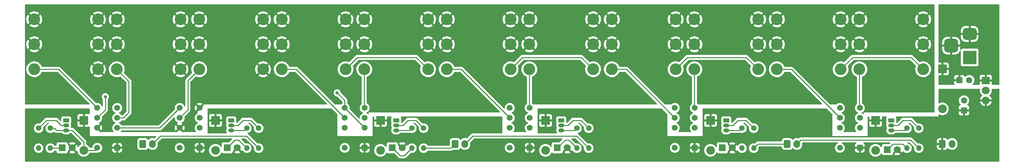
<source format=gbr>
%TF.GenerationSoftware,KiCad,Pcbnew,(6.0.5)*%
%TF.CreationDate,2022-08-06T18:20:51-04:00*%
%TF.ProjectId,effects-switcher,65666665-6374-4732-9d73-776974636865,rev?*%
%TF.SameCoordinates,Original*%
%TF.FileFunction,Copper,L1,Top*%
%TF.FilePolarity,Positive*%
%FSLAX46Y46*%
G04 Gerber Fmt 4.6, Leading zero omitted, Abs format (unit mm)*
G04 Created by KiCad (PCBNEW (6.0.5)) date 2022-08-06 18:20:51*
%MOMM*%
%LPD*%
G01*
G04 APERTURE LIST*
G04 Aperture macros list*
%AMRoundRect*
0 Rectangle with rounded corners*
0 $1 Rounding radius*
0 $2 $3 $4 $5 $6 $7 $8 $9 X,Y pos of 4 corners*
0 Add a 4 corners polygon primitive as box body*
4,1,4,$2,$3,$4,$5,$6,$7,$8,$9,$2,$3,0*
0 Add four circle primitives for the rounded corners*
1,1,$1+$1,$2,$3*
1,1,$1+$1,$4,$5*
1,1,$1+$1,$6,$7*
1,1,$1+$1,$8,$9*
0 Add four rect primitives between the rounded corners*
20,1,$1+$1,$2,$3,$4,$5,0*
20,1,$1+$1,$4,$5,$6,$7,0*
20,1,$1+$1,$6,$7,$8,$9,0*
20,1,$1+$1,$8,$9,$2,$3,0*%
G04 Aperture macros list end*
%TA.AperFunction,ComponentPad*%
%ADD10R,2.200000X2.200000*%
%TD*%
%TA.AperFunction,ComponentPad*%
%ADD11O,2.200000X2.200000*%
%TD*%
%TA.AperFunction,ComponentPad*%
%ADD12R,1.800000X1.800000*%
%TD*%
%TA.AperFunction,ComponentPad*%
%ADD13C,1.800000*%
%TD*%
%TA.AperFunction,ComponentPad*%
%ADD14C,1.400000*%
%TD*%
%TA.AperFunction,ComponentPad*%
%ADD15O,1.400000X1.400000*%
%TD*%
%TA.AperFunction,ComponentPad*%
%ADD16R,3.500000X3.500000*%
%TD*%
%TA.AperFunction,ComponentPad*%
%ADD17RoundRect,0.750000X-1.000000X0.750000X-1.000000X-0.750000X1.000000X-0.750000X1.000000X0.750000X0*%
%TD*%
%TA.AperFunction,ComponentPad*%
%ADD18RoundRect,0.875000X-0.875000X0.875000X-0.875000X-0.875000X0.875000X-0.875000X0.875000X0.875000X0*%
%TD*%
%TA.AperFunction,ComponentPad*%
%ADD19C,3.000000*%
%TD*%
%TA.AperFunction,ComponentPad*%
%ADD20R,1.500000X1.050000*%
%TD*%
%TA.AperFunction,ComponentPad*%
%ADD21O,1.500000X1.050000*%
%TD*%
%TA.AperFunction,ComponentPad*%
%ADD22RoundRect,0.250500X0.499500X0.499500X-0.499500X0.499500X-0.499500X-0.499500X0.499500X-0.499500X0*%
%TD*%
%TA.AperFunction,ComponentPad*%
%ADD23C,1.500000*%
%TD*%
%TA.AperFunction,ComponentPad*%
%ADD24RoundRect,0.250000X-0.600000X-0.750000X0.600000X-0.750000X0.600000X0.750000X-0.600000X0.750000X0*%
%TD*%
%TA.AperFunction,ComponentPad*%
%ADD25O,1.700000X2.000000*%
%TD*%
%TA.AperFunction,ComponentPad*%
%ADD26R,1.600000X1.600000*%
%TD*%
%TA.AperFunction,ComponentPad*%
%ADD27C,1.600000*%
%TD*%
%TA.AperFunction,ComponentPad*%
%ADD28R,2.000000X1.905000*%
%TD*%
%TA.AperFunction,ComponentPad*%
%ADD29O,2.000000X1.905000*%
%TD*%
%TA.AperFunction,ViaPad*%
%ADD30C,0.800000*%
%TD*%
%TA.AperFunction,Conductor*%
%ADD31C,0.250000*%
%TD*%
G04 APERTURE END LIST*
D10*
%TO.P,D13,1,K*%
%TO.N,+9V*%
X234015000Y-16920000D03*
D11*
%TO.P,D13,2,A*%
%TO.N,GND*%
X234015000Y-27080000D03*
%TD*%
D12*
%TO.P,D9,1,K*%
%TO.N,Net-(D9-Pad1)*%
X178015000Y-37000000D03*
D13*
%TO.P,D9,2,A*%
%TO.N,+5V*%
X180555000Y-37000000D03*
%TD*%
D14*
%TO.P,R1,1*%
%TO.N,Net-(Q1-Pad2)*%
X4015000Y-32000000D03*
D15*
%TO.P,R1,2*%
%TO.N,J12-1*%
X4015000Y-37080000D03*
%TD*%
D16*
%TO.P,J+9,1*%
%TO.N,GND*%
X240957500Y-14000000D03*
D17*
%TO.P,J+9,2*%
%TO.N,+9V*%
X240957500Y-8000000D03*
D18*
%TO.P,J+9,3*%
X236257500Y-11000000D03*
%TD*%
D19*
%TO.P,J6,R,R*%
%TO.N,GND*%
X107900000Y-10650000D03*
%TO.P,J6,RN,RN*%
X124130000Y-10650000D03*
%TO.P,J6,S,S*%
X107900000Y-4300000D03*
%TO.P,J6,SN,SN*%
X124130000Y-4300000D03*
%TO.P,J6,T,T*%
%TO.N,Net-(J6-PadT)*%
X107900000Y-17000000D03*
%TO.P,J6,TN,TN*%
%TO.N,Net-(J6-PadTN)*%
X124130000Y-17000000D03*
%TD*%
%TO.P,J1,R,R*%
%TO.N,GND*%
X2900000Y-10650000D03*
%TO.P,J1,RN,RN*%
X19130000Y-10650000D03*
%TO.P,J1,S,S*%
X2900000Y-4300000D03*
%TO.P,J1,SN,SN*%
X19130000Y-4300000D03*
%TO.P,J1,T,T*%
%TO.N,In*%
X2900000Y-17000000D03*
%TO.P,J1,TN,TN*%
%TO.N,GND*%
X19130000Y-17000000D03*
%TD*%
D10*
%TO.P,D4,1,K*%
%TO.N,+5V*%
X49015000Y-30000000D03*
D11*
%TO.P,D4,2,A*%
%TO.N,Net-(D4-Pad2)*%
X49015000Y-37620000D03*
%TD*%
D20*
%TO.P,Q3,1,E*%
%TO.N,GNDD*%
X95015000Y-30000000D03*
D21*
%TO.P,Q3,2,B*%
%TO.N,Net-(Q3-Pad2)*%
X95015000Y-31270000D03*
%TO.P,Q3,3,C*%
%TO.N,Net-(D6-Pad2)*%
X95015000Y-32540000D03*
%TD*%
D22*
%TO.P,K1,1*%
%TO.N,+5V*%
X24015000Y-37000000D03*
D23*
%TO.P,K1,3*%
%TO.N,In*%
X24015000Y-31920000D03*
%TO.P,K1,4*%
%TO.N,Out*%
X24015000Y-29380000D03*
%TO.P,K1,5*%
%TO.N,L-Out*%
X24015000Y-26840000D03*
%TO.P,K1,8*%
%TO.N,In*%
X18935000Y-26840000D03*
%TO.P,K1,9*%
%TO.N,L-In*%
X18935000Y-29380000D03*
%TO.P,K1,10*%
%TO.N,GND*%
X18935000Y-31920000D03*
%TO.P,K1,12*%
%TO.N,Net-(K1-Pad12)*%
X18935000Y-37000000D03*
%TD*%
D20*
%TO.P,Q4,1,E*%
%TO.N,GNDD*%
X137015000Y-30000000D03*
D21*
%TO.P,Q4,2,B*%
%TO.N,Net-(Q4-Pad2)*%
X137015000Y-31270000D03*
%TO.P,Q4,3,C*%
%TO.N,Net-(D8-Pad2)*%
X137015000Y-32540000D03*
%TD*%
D24*
%TO.P,J+5,1,Pin_1*%
%TO.N,+5V*%
X234000000Y-36000000D03*
D25*
%TO.P,J+5,2,Pin_2*%
%TO.N,GNDD*%
X236500000Y-36000000D03*
%TD*%
D14*
%TO.P,R3,1*%
%TO.N,Net-(Q2-Pad2)*%
X60015000Y-32000000D03*
D15*
%TO.P,R3,2*%
%TO.N,J12-2*%
X60015000Y-37080000D03*
%TD*%
D14*
%TO.P,R9,1*%
%TO.N,Net-(Q5-Pad2)*%
X186015000Y-32000000D03*
D15*
%TO.P,R9,2*%
%TO.N,J12-5*%
X186015000Y-37080000D03*
%TD*%
D20*
%TO.P,Q2,1,E*%
%TO.N,GNDD*%
X53015000Y-30000000D03*
D21*
%TO.P,Q2,2,B*%
%TO.N,Net-(Q2-Pad2)*%
X53015000Y-31270000D03*
%TO.P,Q2,3,C*%
%TO.N,Net-(D4-Pad2)*%
X53015000Y-32540000D03*
%TD*%
D22*
%TO.P,K5,1*%
%TO.N,+5V*%
X171015000Y-37000000D03*
D23*
%TO.P,K5,3*%
%TO.N,Net-(K4-Pad4)*%
X171015000Y-31920000D03*
%TO.P,K5,4*%
%TO.N,Net-(K5-Pad4)*%
X171015000Y-29380000D03*
%TO.P,K5,5*%
%TO.N,Net-(J9-PadT)*%
X171015000Y-26840000D03*
%TO.P,K5,8*%
%TO.N,Net-(K4-Pad4)*%
X165935000Y-26840000D03*
%TO.P,K5,9*%
%TO.N,Net-(J8-PadT)*%
X165935000Y-29380000D03*
%TO.P,K5,10*%
%TO.N,unconnected-(K5-Pad10)*%
X165935000Y-31920000D03*
%TO.P,K5,12*%
%TO.N,Net-(D10-Pad2)*%
X165935000Y-37000000D03*
%TD*%
D14*
%TO.P,R5,1*%
%TO.N,Net-(Q3-Pad2)*%
X102015000Y-32000000D03*
D15*
%TO.P,R5,2*%
%TO.N,J12-3*%
X102015000Y-37080000D03*
%TD*%
D26*
%TO.P,C2,1*%
%TO.N,+5V*%
X239520348Y-27447932D03*
D27*
%TO.P,C2,2*%
%TO.N,GNDD*%
X239520348Y-24947932D03*
%TD*%
D10*
%TO.P,D12,1,K*%
%TO.N,+5V*%
X217015000Y-30000000D03*
D11*
%TO.P,D12,2,A*%
%TO.N,Net-(D12-Pad2)*%
X217015000Y-37620000D03*
%TD*%
D22*
%TO.P,K3,1*%
%TO.N,+5V*%
X87015000Y-37000000D03*
D23*
%TO.P,K3,3*%
%TO.N,L-In*%
X87015000Y-31920000D03*
%TO.P,K3,4*%
%TO.N,Net-(K3-Pad4)*%
X87015000Y-29380000D03*
%TO.P,K3,5*%
%TO.N,Net-(J5-PadT)*%
X87015000Y-26840000D03*
%TO.P,K3,8*%
%TO.N,L-In*%
X81935000Y-26840000D03*
%TO.P,K3,9*%
%TO.N,Net-(J4-PadT)*%
X81935000Y-29380000D03*
%TO.P,K3,10*%
%TO.N,unconnected-(K3-Pad10)*%
X81935000Y-31920000D03*
%TO.P,K3,12*%
%TO.N,Net-(D6-Pad2)*%
X81935000Y-37000000D03*
%TD*%
D14*
%TO.P,R4,1*%
%TO.N,Net-(D4-Pad2)*%
X57015000Y-32000000D03*
D15*
%TO.P,R4,2*%
%TO.N,Net-(D3-Pad1)*%
X57015000Y-37080000D03*
%TD*%
D20*
%TO.P,Q1,1,E*%
%TO.N,GNDD*%
X11015000Y-30000000D03*
D21*
%TO.P,Q1,2,B*%
%TO.N,Net-(Q1-Pad2)*%
X11015000Y-31270000D03*
%TO.P,Q1,3,C*%
%TO.N,Net-(K1-Pad12)*%
X11015000Y-32540000D03*
%TD*%
D14*
%TO.P,R10,1*%
%TO.N,Net-(D10-Pad2)*%
X183015000Y-32000000D03*
D15*
%TO.P,R10,2*%
%TO.N,Net-(D9-Pad1)*%
X183015000Y-37080000D03*
%TD*%
D22*
%TO.P,K6,1*%
%TO.N,+5V*%
X213015000Y-37000000D03*
D23*
%TO.P,K6,3*%
%TO.N,Net-(K5-Pad4)*%
X213015000Y-31920000D03*
%TO.P,K6,4*%
%TO.N,L-Out*%
X213015000Y-29380000D03*
%TO.P,K6,5*%
%TO.N,Net-(J11-PadT)*%
X213015000Y-26840000D03*
%TO.P,K6,8*%
%TO.N,Net-(K5-Pad4)*%
X207935000Y-26840000D03*
%TO.P,K6,9*%
%TO.N,Net-(J10-PadT)*%
X207935000Y-29380000D03*
%TO.P,K6,10*%
%TO.N,unconnected-(K6-Pad10)*%
X207935000Y-31920000D03*
%TO.P,K6,12*%
%TO.N,Net-(D12-Pad2)*%
X207935000Y-37000000D03*
%TD*%
D19*
%TO.P,J3,R,R*%
%TO.N,GND*%
X44900000Y-10650000D03*
%TO.P,J3,RN,RN*%
X61130000Y-10650000D03*
%TO.P,J3,S,S*%
X44900000Y-4300000D03*
%TO.P,J3,SN,SN*%
X61130000Y-4300000D03*
%TO.P,J3,T,T*%
%TO.N,Tuner-In*%
X44900000Y-17000000D03*
%TO.P,J3,TN,TN*%
%TO.N,GND*%
X61130000Y-17000000D03*
%TD*%
D22*
%TO.P,K2,1*%
%TO.N,+5V*%
X45015000Y-37000000D03*
D23*
%TO.P,K2,3*%
%TO.N,unconnected-(K2-Pad3)*%
X45015000Y-31920000D03*
%TO.P,K2,4*%
%TO.N,Out*%
X45015000Y-29380000D03*
%TO.P,K2,5*%
%TO.N,GND*%
X45015000Y-26840000D03*
%TO.P,K2,8*%
%TO.N,In*%
X39935000Y-26840000D03*
%TO.P,K2,9*%
%TO.N,Tuner-In*%
X39935000Y-29380000D03*
%TO.P,K2,10*%
%TO.N,GND*%
X39935000Y-31920000D03*
%TO.P,K2,12*%
%TO.N,Net-(D4-Pad2)*%
X39935000Y-37000000D03*
%TD*%
D20*
%TO.P,Q6,1,E*%
%TO.N,GNDD*%
X221015000Y-30000000D03*
D21*
%TO.P,Q6,2,B*%
%TO.N,Net-(Q6-Pad2)*%
X221015000Y-31270000D03*
%TO.P,Q6,3,C*%
%TO.N,Net-(D12-Pad2)*%
X221015000Y-32540000D03*
%TD*%
D19*
%TO.P,J7,R,R*%
%TO.N,GND*%
X128900000Y-10650000D03*
%TO.P,J7,RN,RN*%
X145130000Y-10650000D03*
%TO.P,J7,S,S*%
X128900000Y-4300000D03*
%TO.P,J7,SN,SN*%
X145130000Y-4300000D03*
%TO.P,J7,T,T*%
%TO.N,Net-(J7-PadT)*%
X128900000Y-17000000D03*
%TO.P,J7,TN,TN*%
%TO.N,Net-(J6-PadTN)*%
X145130000Y-17000000D03*
%TD*%
%TO.P,J4,R,R*%
%TO.N,GND*%
X65900000Y-10650000D03*
%TO.P,J4,RN,RN*%
X82130000Y-10650000D03*
%TO.P,J4,S,S*%
X65900000Y-4300000D03*
%TO.P,J4,SN,SN*%
X82130000Y-4300000D03*
%TO.P,J4,T,T*%
%TO.N,Net-(J4-PadT)*%
X65900000Y-17000000D03*
%TO.P,J4,TN,TN*%
%TO.N,Net-(J4-PadTN)*%
X82130000Y-17000000D03*
%TD*%
D14*
%TO.P,R8,1*%
%TO.N,Net-(D8-Pad2)*%
X141015000Y-32000000D03*
D15*
%TO.P,R8,2*%
%TO.N,Net-(D7-Pad1)*%
X141015000Y-37080000D03*
%TD*%
D14*
%TO.P,R11,1*%
%TO.N,Net-(Q6-Pad2)*%
X228015000Y-32000000D03*
D15*
%TO.P,R11,2*%
%TO.N,J12-6*%
X228015000Y-37080000D03*
%TD*%
D24*
%TO.P,J56,1,Pin_1*%
%TO.N,J12-5*%
X194500000Y-36000000D03*
D25*
%TO.P,J56,2,Pin_2*%
%TO.N,J12-6*%
X197000000Y-36000000D03*
%TD*%
D19*
%TO.P,J5,R,R*%
%TO.N,GND*%
X86900000Y-10650000D03*
%TO.P,J5,RN,RN*%
X103130000Y-10650000D03*
%TO.P,J5,S,S*%
X86900000Y-4300000D03*
%TO.P,J5,SN,SN*%
X103130000Y-4300000D03*
%TO.P,J5,T,T*%
%TO.N,Net-(J5-PadT)*%
X86900000Y-17000000D03*
%TO.P,J5,TN,TN*%
%TO.N,Net-(J4-PadTN)*%
X103130000Y-17000000D03*
%TD*%
D10*
%TO.P,D10,1,K*%
%TO.N,+5V*%
X175015000Y-30000000D03*
D11*
%TO.P,D10,2,A*%
%TO.N,Net-(D10-Pad2)*%
X175015000Y-37620000D03*
%TD*%
D19*
%TO.P,J9,R,R*%
%TO.N,GND*%
X170900000Y-10650000D03*
%TO.P,J9,RN,RN*%
X187130000Y-10650000D03*
%TO.P,J9,S,S*%
X170900000Y-4300000D03*
%TO.P,J9,SN,SN*%
X187130000Y-4300000D03*
%TO.P,J9,T,T*%
%TO.N,Net-(J9-PadT)*%
X170900000Y-17000000D03*
%TO.P,J9,TN,TN*%
%TO.N,Net-(J8-PadTN)*%
X187130000Y-17000000D03*
%TD*%
D10*
%TO.P,D2,1,K*%
%TO.N,+5V*%
X15515000Y-30000000D03*
D11*
%TO.P,D2,2,A*%
%TO.N,Net-(K1-Pad12)*%
X15515000Y-37620000D03*
%TD*%
D19*
%TO.P,J10,R,R*%
%TO.N,GND*%
X191900000Y-10650000D03*
%TO.P,J10,RN,RN*%
X208130000Y-10650000D03*
%TO.P,J10,S,S*%
X191900000Y-4300000D03*
%TO.P,J10,SN,SN*%
X208130000Y-4300000D03*
%TO.P,J10,T,T*%
%TO.N,Net-(J10-PadT)*%
X191900000Y-17000000D03*
%TO.P,J10,TN,TN*%
%TO.N,Net-(J10-PadTN)*%
X208130000Y-17000000D03*
%TD*%
D28*
%TO.P,U1,1,VI*%
%TO.N,+9V*%
X245083864Y-19857857D03*
D29*
%TO.P,U1,2,GND*%
%TO.N,GNDD*%
X245083864Y-22397857D03*
%TO.P,U1,3,VO*%
%TO.N,+5V*%
X245083864Y-24937857D03*
%TD*%
D14*
%TO.P,R7,1*%
%TO.N,Net-(Q4-Pad2)*%
X144015000Y-32000000D03*
D15*
%TO.P,R7,2*%
%TO.N,J12-4*%
X144015000Y-37080000D03*
%TD*%
D19*
%TO.P,J11,R,R*%
%TO.N,GND*%
X212900000Y-10650000D03*
%TO.P,J11,RN,RN*%
X229130000Y-10650000D03*
%TO.P,J11,S,S*%
X212900000Y-4300000D03*
%TO.P,J11,SN,SN*%
X229130000Y-4300000D03*
%TO.P,J11,T,T*%
%TO.N,Net-(J11-PadT)*%
X212900000Y-17000000D03*
%TO.P,J11,TN,TN*%
%TO.N,Net-(J10-PadTN)*%
X229130000Y-17000000D03*
%TD*%
D12*
%TO.P,D3,1,K*%
%TO.N,Net-(D3-Pad1)*%
X52015000Y-37000000D03*
D13*
%TO.P,D3,2,A*%
%TO.N,+5V*%
X54555000Y-37000000D03*
%TD*%
D24*
%TO.P,J34,1,Pin_1*%
%TO.N,J12-3*%
X110000000Y-36000000D03*
D25*
%TO.P,J34,2,Pin_2*%
%TO.N,J12-4*%
X112500000Y-36000000D03*
%TD*%
D26*
%TO.P,C1,1*%
%TO.N,+9V*%
X238363198Y-19786801D03*
D27*
%TO.P,C1,2*%
%TO.N,GND*%
X240863198Y-19786801D03*
%TD*%
D22*
%TO.P,K4,1*%
%TO.N,+5V*%
X129015000Y-37000000D03*
D23*
%TO.P,K4,3*%
%TO.N,Net-(K3-Pad4)*%
X129015000Y-31920000D03*
%TO.P,K4,4*%
%TO.N,Net-(K4-Pad4)*%
X129015000Y-29380000D03*
%TO.P,K4,5*%
%TO.N,Net-(J7-PadT)*%
X129015000Y-26840000D03*
%TO.P,K4,8*%
%TO.N,Net-(K3-Pad4)*%
X123935000Y-26840000D03*
%TO.P,K4,9*%
%TO.N,Net-(J6-PadT)*%
X123935000Y-29380000D03*
%TO.P,K4,10*%
%TO.N,unconnected-(K4-Pad10)*%
X123935000Y-31920000D03*
%TO.P,K4,12*%
%TO.N,Net-(D8-Pad2)*%
X123935000Y-37000000D03*
%TD*%
D12*
%TO.P,D1,1,K*%
%TO.N,Net-(D1-Pad1)*%
X10015000Y-37000000D03*
D13*
%TO.P,D1,2,A*%
%TO.N,+5V*%
X12555000Y-37000000D03*
%TD*%
D14*
%TO.P,R2,1*%
%TO.N,Net-(K1-Pad12)*%
X7015000Y-32000000D03*
D15*
%TO.P,R2,2*%
%TO.N,Net-(D1-Pad1)*%
X7015000Y-37080000D03*
%TD*%
D19*
%TO.P,J8,R,R*%
%TO.N,GND*%
X149900000Y-10650000D03*
%TO.P,J8,RN,RN*%
X166130000Y-10650000D03*
%TO.P,J8,S,S*%
X149900000Y-4300000D03*
%TO.P,J8,SN,SN*%
X166130000Y-4300000D03*
%TO.P,J8,T,T*%
%TO.N,Net-(J8-PadT)*%
X149900000Y-17000000D03*
%TO.P,J8,TN,TN*%
%TO.N,Net-(J8-PadTN)*%
X166130000Y-17000000D03*
%TD*%
D10*
%TO.P,D8,1,K*%
%TO.N,+5V*%
X133015000Y-30000000D03*
D11*
%TO.P,D8,2,A*%
%TO.N,Net-(D8-Pad2)*%
X133015000Y-37620000D03*
%TD*%
D10*
%TO.P,D6,1,K*%
%TO.N,+5V*%
X91015000Y-30000000D03*
D11*
%TO.P,D6,2,A*%
%TO.N,Net-(D6-Pad2)*%
X91015000Y-37620000D03*
%TD*%
D12*
%TO.P,D7,1,K*%
%TO.N,Net-(D7-Pad1)*%
X136015000Y-37000000D03*
D13*
%TO.P,D7,2,A*%
%TO.N,+5V*%
X138555000Y-37000000D03*
%TD*%
D14*
%TO.P,R6,1*%
%TO.N,Net-(D6-Pad2)*%
X99015000Y-32000000D03*
D15*
%TO.P,R6,2*%
%TO.N,Net-(D5-Pad1)*%
X99015000Y-37080000D03*
%TD*%
D12*
%TO.P,D11,1,K*%
%TO.N,Net-(D11-Pad1)*%
X220015000Y-37460000D03*
D13*
%TO.P,D11,2,A*%
%TO.N,+5V*%
X222555000Y-37460000D03*
%TD*%
D20*
%TO.P,Q5,1,E*%
%TO.N,GNDD*%
X179015000Y-30000000D03*
D21*
%TO.P,Q5,2,B*%
%TO.N,Net-(Q5-Pad2)*%
X179015000Y-31270000D03*
%TO.P,Q5,3,C*%
%TO.N,Net-(D10-Pad2)*%
X179015000Y-32540000D03*
%TD*%
D24*
%TO.P,J12,1,Pin_1*%
%TO.N,J12-1*%
X30500000Y-36000000D03*
D25*
%TO.P,J12,2,Pin_2*%
%TO.N,J12-2*%
X33000000Y-36000000D03*
%TD*%
D19*
%TO.P,J2,R,R*%
%TO.N,GND*%
X23900000Y-10650000D03*
%TO.P,J2,RN,RN*%
X40130000Y-10650000D03*
%TO.P,J2,S,S*%
X23900000Y-4300000D03*
%TO.P,J2,SN,SN*%
X40130000Y-4300000D03*
%TO.P,J2,T,T*%
%TO.N,Out*%
X23900000Y-17000000D03*
%TO.P,J2,TN,TN*%
%TO.N,GND*%
X40130000Y-17000000D03*
%TD*%
D14*
%TO.P,R12,1*%
%TO.N,Net-(D12-Pad2)*%
X225015000Y-32000000D03*
D15*
%TO.P,R12,2*%
%TO.N,Net-(D11-Pad1)*%
X225015000Y-37080000D03*
%TD*%
D12*
%TO.P,D5,1,K*%
%TO.N,Net-(D5-Pad1)*%
X94015000Y-37000000D03*
D13*
%TO.P,D5,2,A*%
%TO.N,+5V*%
X96555000Y-37000000D03*
%TD*%
D30*
%TO.N,L-In*%
X21000000Y-24000000D03*
X80000000Y-23000000D03*
%TD*%
D31*
%TO.N,Net-(D1-Pad1)*%
X9935000Y-37080000D02*
X10015000Y-37000000D01*
X7015000Y-37080000D02*
X9935000Y-37080000D01*
%TO.N,Net-(Q1-Pad2)*%
X11015000Y-31270000D02*
X9785000Y-31270000D01*
X9785000Y-31270000D02*
X8515000Y-30000000D01*
X6015000Y-30000000D02*
X4015000Y-32000000D01*
X8515000Y-30000000D02*
X6015000Y-30000000D01*
%TO.N,Net-(D3-Pad1)*%
X54935000Y-35000000D02*
X57015000Y-37080000D01*
X52015000Y-37000000D02*
X52015000Y-36985000D01*
X52015000Y-36985000D02*
X54000000Y-35000000D01*
X54000000Y-35000000D02*
X54935000Y-35000000D01*
%TO.N,Net-(D5-Pad1)*%
X94015000Y-37000000D02*
X96015000Y-39000000D01*
X96015000Y-39000000D02*
X97095000Y-39000000D01*
X97095000Y-39000000D02*
X99015000Y-37080000D01*
%TO.N,Net-(D7-Pad1)*%
X138000000Y-35000000D02*
X138000000Y-35015000D01*
X138000000Y-35015000D02*
X136015000Y-37000000D01*
X138935000Y-35000000D02*
X138000000Y-35000000D01*
X141015000Y-37080000D02*
X138935000Y-35000000D01*
%TO.N,Net-(D11-Pad1)*%
X220015000Y-37460000D02*
X221475000Y-36000000D01*
X221475000Y-36000000D02*
X223935000Y-36000000D01*
X223935000Y-36000000D02*
X225015000Y-37080000D01*
%TO.N,J12-2*%
X33000000Y-36000000D02*
X35000000Y-34000000D01*
X35000000Y-34000000D02*
X56935000Y-34000000D01*
X56935000Y-34000000D02*
X60015000Y-37080000D01*
%TO.N,J12-3*%
X108920000Y-37080000D02*
X110000000Y-36000000D01*
X102015000Y-37080000D02*
X108920000Y-37080000D01*
%TO.N,J12-4*%
X140935000Y-34000000D02*
X144015000Y-37080000D01*
X112500000Y-36000000D02*
X114500000Y-34000000D01*
X114500000Y-34000000D02*
X140935000Y-34000000D01*
%TO.N,J12-5*%
X187095000Y-36000000D02*
X194500000Y-36000000D01*
X186015000Y-37080000D02*
X187095000Y-36000000D01*
%TO.N,J12-6*%
X198000000Y-35000000D02*
X225935000Y-35000000D01*
X225935000Y-35000000D02*
X228015000Y-37080000D01*
X197000000Y-36000000D02*
X198000000Y-35000000D01*
%TO.N,Net-(Q2-Pad2)*%
X54745000Y-31270000D02*
X56015000Y-30000000D01*
X53015000Y-31270000D02*
X54745000Y-31270000D01*
X58015000Y-30000000D02*
X60015000Y-32000000D01*
X56015000Y-30000000D02*
X58015000Y-30000000D01*
%TO.N,Net-(Q3-Pad2)*%
X95015000Y-31270000D02*
X96745000Y-31270000D01*
X96745000Y-31270000D02*
X98015000Y-30000000D01*
X98015000Y-30000000D02*
X100015000Y-30000000D01*
X100015000Y-30000000D02*
X102015000Y-32000000D01*
%TO.N,Net-(Q4-Pad2)*%
X140015000Y-30000000D02*
X142015000Y-30000000D01*
X138745000Y-31270000D02*
X140015000Y-30000000D01*
X137015000Y-31270000D02*
X138745000Y-31270000D01*
X142015000Y-30000000D02*
X144015000Y-32000000D01*
%TO.N,Net-(Q5-Pad2)*%
X184015000Y-30000000D02*
X186015000Y-32000000D01*
X180745000Y-31270000D02*
X182015000Y-30000000D01*
X182015000Y-30000000D02*
X184015000Y-30000000D01*
X179015000Y-31270000D02*
X180745000Y-31270000D01*
%TO.N,Net-(Q6-Pad2)*%
X221015000Y-31270000D02*
X222745000Y-31270000D01*
X226015000Y-30000000D02*
X228015000Y-32000000D01*
X224015000Y-30000000D02*
X226015000Y-30000000D01*
X222745000Y-31270000D02*
X224015000Y-30000000D01*
%TO.N,In*%
X2900000Y-17025000D02*
X9120000Y-17025000D01*
X24015000Y-31920000D02*
X34855000Y-31920000D01*
X34855000Y-31920000D02*
X39935000Y-26840000D01*
X9120000Y-17025000D02*
X18935000Y-26840000D01*
%TO.N,Out*%
X27000000Y-20100000D02*
X27000000Y-28000000D01*
X23900000Y-17000000D02*
X27000000Y-20100000D01*
X25620000Y-29380000D02*
X24015000Y-29380000D01*
X27000000Y-28000000D02*
X25620000Y-29380000D01*
%TO.N,L-In*%
X81935000Y-26840000D02*
X87015000Y-31920000D01*
X81935000Y-24920000D02*
X81935000Y-26840000D01*
X21000000Y-27315000D02*
X21000000Y-24000000D01*
X80015000Y-23000000D02*
X81935000Y-24920000D01*
X18935000Y-29380000D02*
X21000000Y-27315000D01*
%TO.N,Net-(D10-Pad2)*%
X182475000Y-32540000D02*
X183015000Y-32000000D01*
X179015000Y-32540000D02*
X182475000Y-32540000D01*
%TO.N,Net-(D12-Pad2)*%
X224475000Y-32540000D02*
X225015000Y-32000000D01*
X221015000Y-32540000D02*
X224475000Y-32540000D01*
%TO.N,Net-(K1-Pad12)*%
X15515000Y-37620000D02*
X18315000Y-37620000D01*
X12555000Y-32540000D02*
X15515000Y-35500000D01*
X8015000Y-32000000D02*
X8555000Y-32540000D01*
X18315000Y-37620000D02*
X18935000Y-37000000D01*
X8555000Y-32540000D02*
X11015000Y-32540000D01*
X11015000Y-32540000D02*
X12555000Y-32540000D01*
X7015000Y-32000000D02*
X8015000Y-32000000D01*
X15515000Y-35500000D02*
X15515000Y-37620000D01*
%TO.N,Net-(J4-PadT)*%
X65900000Y-17025000D02*
X69580000Y-17025000D01*
X69580000Y-17025000D02*
X81935000Y-29380000D01*
%TO.N,Net-(J4-PadTN)*%
X85155000Y-14000000D02*
X100105000Y-14000000D01*
X82130000Y-17025000D02*
X85155000Y-14000000D01*
X100105000Y-14000000D02*
X103130000Y-17025000D01*
%TO.N,Net-(J5-PadT)*%
X86900000Y-26725000D02*
X87015000Y-26840000D01*
X86900000Y-17025000D02*
X86900000Y-26725000D01*
%TO.N,Net-(J6-PadT)*%
X111580000Y-17025000D02*
X123935000Y-29380000D01*
X107900000Y-17025000D02*
X111580000Y-17025000D01*
%TO.N,Net-(J6-PadTN)*%
X142105000Y-14000000D02*
X145130000Y-17025000D01*
X124130000Y-17025000D02*
X127155000Y-14000000D01*
X127155000Y-14000000D02*
X142105000Y-14000000D01*
%TO.N,Net-(J7-PadT)*%
X128900000Y-26725000D02*
X129015000Y-26840000D01*
X128900000Y-17025000D02*
X128900000Y-26725000D01*
%TO.N,Net-(J8-PadT)*%
X153580000Y-17025000D02*
X165935000Y-29380000D01*
X149900000Y-17025000D02*
X153580000Y-17025000D01*
%TO.N,Net-(J8-PadTN)*%
X184105000Y-14000000D02*
X187130000Y-17025000D01*
X169155000Y-14000000D02*
X184105000Y-14000000D01*
X166130000Y-17025000D02*
X169155000Y-14000000D01*
%TO.N,Net-(J9-PadT)*%
X170900000Y-17025000D02*
X170900000Y-26725000D01*
X170900000Y-26725000D02*
X171015000Y-26840000D01*
%TO.N,Net-(J10-PadT)*%
X191900000Y-17025000D02*
X195580000Y-17025000D01*
X195580000Y-17025000D02*
X207935000Y-29380000D01*
%TO.N,Tuner-In*%
X42000000Y-27315000D02*
X39935000Y-29380000D01*
X44900000Y-17000000D02*
X42000000Y-19900000D01*
X42000000Y-19900000D02*
X42000000Y-27315000D01*
%TO.N,Net-(J10-PadTN)*%
X208130000Y-17025000D02*
X211155000Y-14000000D01*
X226105000Y-14000000D02*
X229130000Y-17025000D01*
X211155000Y-14000000D02*
X226105000Y-14000000D01*
%TO.N,Net-(D4-Pad2)*%
X53015000Y-32540000D02*
X56475000Y-32540000D01*
X56475000Y-32540000D02*
X57015000Y-32000000D01*
%TO.N,Net-(J11-PadT)*%
X212900000Y-17025000D02*
X212900000Y-26725000D01*
X212900000Y-26725000D02*
X213015000Y-26840000D01*
%TO.N,Net-(D6-Pad2)*%
X98475000Y-32540000D02*
X99015000Y-32000000D01*
X95015000Y-32540000D02*
X98475000Y-32540000D01*
%TO.N,Net-(D8-Pad2)*%
X137015000Y-32540000D02*
X140475000Y-32540000D01*
X140475000Y-32540000D02*
X141015000Y-32000000D01*
%TD*%
%TA.AperFunction,Conductor*%
%TO.N,+5V*%
G36*
X243540851Y-22020002D02*
G01*
X243587344Y-22073658D01*
X243596777Y-22148096D01*
X243585950Y-22208882D01*
X243576863Y-22259894D01*
X243573928Y-22500120D01*
X243610268Y-22737601D01*
X243633955Y-22810072D01*
X243683298Y-22961040D01*
X243683301Y-22961046D01*
X243684906Y-22965958D01*
X243687293Y-22970544D01*
X243687295Y-22970548D01*
X243704361Y-23003331D01*
X243795839Y-23179057D01*
X243798949Y-23183199D01*
X243902514Y-23321134D01*
X243940087Y-23371177D01*
X244113776Y-23537158D01*
X244151215Y-23562697D01*
X244196216Y-23617608D01*
X244204387Y-23688132D01*
X244173133Y-23751879D01*
X244148654Y-23772573D01*
X244146538Y-23773942D01*
X244138366Y-23780235D01*
X243968384Y-23934907D01*
X243961358Y-23942440D01*
X243818919Y-24122801D01*
X243813214Y-24131388D01*
X243702150Y-24332579D01*
X243697920Y-24341991D01*
X243621205Y-24558625D01*
X243618571Y-24568596D01*
X243601217Y-24666020D01*
X243602677Y-24679317D01*
X243617234Y-24683857D01*
X246551960Y-24683857D01*
X246565304Y-24679939D01*
X246567291Y-24665663D01*
X246557754Y-24603342D01*
X246555365Y-24593314D01*
X246483966Y-24374869D01*
X246479969Y-24365360D01*
X246373853Y-24161513D01*
X246368359Y-24152788D01*
X246230371Y-23969005D01*
X246223528Y-23961298D01*
X246057373Y-23802518D01*
X246049366Y-23796034D01*
X246016508Y-23773620D01*
X245971505Y-23718709D01*
X245963332Y-23648185D01*
X245994586Y-23584437D01*
X246019068Y-23563741D01*
X246021499Y-23562168D01*
X246025841Y-23559359D01*
X246203534Y-23397671D01*
X246264211Y-23320840D01*
X246349231Y-23213187D01*
X246349234Y-23213182D01*
X246352432Y-23209133D01*
X246366749Y-23183199D01*
X246466041Y-23003331D01*
X246466043Y-23003327D01*
X246468538Y-22998807D01*
X246548734Y-22772342D01*
X246554047Y-22742516D01*
X246589959Y-22540909D01*
X246589960Y-22540903D01*
X246590865Y-22535820D01*
X246593800Y-22295594D01*
X246579445Y-22201784D01*
X246570765Y-22145059D01*
X246580233Y-22074696D01*
X246626238Y-22020622D01*
X246695315Y-22000000D01*
X248380500Y-22000000D01*
X248448621Y-22020002D01*
X248495114Y-22073658D01*
X248506500Y-22126000D01*
X248506500Y-40365500D01*
X248486498Y-40433621D01*
X248432842Y-40480114D01*
X248380500Y-40491500D01*
X649500Y-40491500D01*
X581379Y-40471498D01*
X534886Y-40417842D01*
X523500Y-40365500D01*
X523500Y-37080000D01*
X2801884Y-37080000D01*
X2820314Y-37290655D01*
X2821738Y-37295968D01*
X2821738Y-37295970D01*
X2864887Y-37457002D01*
X2875044Y-37494910D01*
X2877366Y-37499891D01*
X2877367Y-37499892D01*
X2961358Y-37680010D01*
X2964411Y-37686558D01*
X3085699Y-37859776D01*
X3235224Y-38009301D01*
X3408442Y-38130589D01*
X3413420Y-38132910D01*
X3413423Y-38132912D01*
X3589796Y-38215156D01*
X3600090Y-38219956D01*
X3605398Y-38221378D01*
X3605400Y-38221379D01*
X3799030Y-38273262D01*
X3799032Y-38273262D01*
X3804345Y-38274686D01*
X4015000Y-38293116D01*
X4225655Y-38274686D01*
X4230968Y-38273262D01*
X4230970Y-38273262D01*
X4424600Y-38221379D01*
X4424602Y-38221378D01*
X4429910Y-38219956D01*
X4440204Y-38215156D01*
X4616577Y-38132912D01*
X4616580Y-38132910D01*
X4621558Y-38130589D01*
X4794776Y-38009301D01*
X4944301Y-37859776D01*
X5065589Y-37686558D01*
X5068643Y-37680010D01*
X5152633Y-37499892D01*
X5152634Y-37499891D01*
X5154956Y-37494910D01*
X5165114Y-37457002D01*
X5208262Y-37295970D01*
X5208262Y-37295968D01*
X5209686Y-37290655D01*
X5228116Y-37080000D01*
X5801884Y-37080000D01*
X5820314Y-37290655D01*
X5821738Y-37295968D01*
X5821738Y-37295970D01*
X5864887Y-37457002D01*
X5875044Y-37494910D01*
X5877366Y-37499891D01*
X5877367Y-37499892D01*
X5961358Y-37680010D01*
X5964411Y-37686558D01*
X6085699Y-37859776D01*
X6235224Y-38009301D01*
X6408442Y-38130589D01*
X6413420Y-38132910D01*
X6413423Y-38132912D01*
X6589796Y-38215156D01*
X6600090Y-38219956D01*
X6605398Y-38221378D01*
X6605400Y-38221379D01*
X6799030Y-38273262D01*
X6799032Y-38273262D01*
X6804345Y-38274686D01*
X7015000Y-38293116D01*
X7225655Y-38274686D01*
X7230968Y-38273262D01*
X7230970Y-38273262D01*
X7424600Y-38221379D01*
X7424602Y-38221378D01*
X7429910Y-38219956D01*
X7440204Y-38215156D01*
X7616577Y-38132912D01*
X7616580Y-38132910D01*
X7621558Y-38130589D01*
X7794776Y-38009301D01*
X7944301Y-37859776D01*
X8009102Y-37767230D01*
X8064559Y-37722901D01*
X8112315Y-37713500D01*
X8480500Y-37713500D01*
X8548621Y-37733502D01*
X8595114Y-37787158D01*
X8606500Y-37839500D01*
X8606500Y-37948134D01*
X8613255Y-38010316D01*
X8664385Y-38146705D01*
X8751739Y-38263261D01*
X8868295Y-38350615D01*
X9004684Y-38401745D01*
X9066866Y-38408500D01*
X10963134Y-38408500D01*
X11025316Y-38401745D01*
X11161705Y-38350615D01*
X11278261Y-38263261D01*
X11354597Y-38161406D01*
X11758423Y-38161406D01*
X11763704Y-38168461D01*
X11940080Y-38271527D01*
X11949363Y-38275974D01*
X12156003Y-38354883D01*
X12165901Y-38357759D01*
X12382653Y-38401857D01*
X12392883Y-38403076D01*
X12613914Y-38411182D01*
X12624223Y-38410714D01*
X12843623Y-38382608D01*
X12853688Y-38380468D01*
X13065557Y-38316905D01*
X13075152Y-38313144D01*
X13273778Y-38215838D01*
X13282636Y-38210559D01*
X13340097Y-38169572D01*
X13348497Y-38158874D01*
X13341510Y-38145721D01*
X12567811Y-37372021D01*
X12553868Y-37364408D01*
X12552034Y-37364539D01*
X12545420Y-37368790D01*
X11765180Y-38149031D01*
X11758423Y-38161406D01*
X11354597Y-38161406D01*
X11365615Y-38146705D01*
X11416745Y-38010316D01*
X11423500Y-37948134D01*
X11423500Y-37824479D01*
X11443502Y-37756359D01*
X11460405Y-37735384D01*
X12182979Y-37012811D01*
X12190592Y-36998868D01*
X12190461Y-36997034D01*
X12186210Y-36990420D01*
X11460405Y-36264616D01*
X11426380Y-36202303D01*
X11423500Y-36175520D01*
X11423500Y-36051866D01*
X11416745Y-35989684D01*
X11365615Y-35853295D01*
X11356184Y-35840711D01*
X11760508Y-35840711D01*
X11767251Y-35853040D01*
X12542189Y-36627979D01*
X12556132Y-36635592D01*
X12557966Y-36635461D01*
X12564580Y-36631210D01*
X13343994Y-35851795D01*
X13351011Y-35838944D01*
X13343237Y-35828274D01*
X13340902Y-35826430D01*
X13332320Y-35820729D01*
X13138678Y-35713833D01*
X13129272Y-35709606D01*
X12920772Y-35635772D01*
X12910809Y-35633140D01*
X12693047Y-35594350D01*
X12682796Y-35593381D01*
X12461616Y-35590679D01*
X12451332Y-35591399D01*
X12232693Y-35624855D01*
X12222666Y-35627244D01*
X12012426Y-35695961D01*
X12002916Y-35699958D01*
X11806725Y-35802089D01*
X11798007Y-35807578D01*
X11768961Y-35829386D01*
X11760508Y-35840711D01*
X11356184Y-35840711D01*
X11278261Y-35736739D01*
X11161705Y-35649385D01*
X11025316Y-35598255D01*
X10963134Y-35591500D01*
X9066866Y-35591500D01*
X9004684Y-35598255D01*
X8868295Y-35649385D01*
X8751739Y-35736739D01*
X8664385Y-35853295D01*
X8613255Y-35989684D01*
X8606500Y-36051866D01*
X8606500Y-36320500D01*
X8586498Y-36388621D01*
X8532842Y-36435114D01*
X8480500Y-36446500D01*
X8112315Y-36446500D01*
X8044194Y-36426498D01*
X8009102Y-36392770D01*
X7988844Y-36363838D01*
X7944301Y-36300224D01*
X7794776Y-36150699D01*
X7621558Y-36029411D01*
X7616580Y-36027090D01*
X7616577Y-36027088D01*
X7434892Y-35942367D01*
X7434891Y-35942366D01*
X7429910Y-35940044D01*
X7424602Y-35938622D01*
X7424600Y-35938621D01*
X7230970Y-35886738D01*
X7230968Y-35886738D01*
X7225655Y-35885314D01*
X7015000Y-35866884D01*
X6804345Y-35885314D01*
X6799032Y-35886738D01*
X6799030Y-35886738D01*
X6605400Y-35938621D01*
X6605398Y-35938622D01*
X6600090Y-35940044D01*
X6595109Y-35942366D01*
X6595108Y-35942367D01*
X6413423Y-36027088D01*
X6413420Y-36027090D01*
X6408442Y-36029411D01*
X6235224Y-36150699D01*
X6085699Y-36300224D01*
X5964411Y-36473442D01*
X5962090Y-36478420D01*
X5962088Y-36478423D01*
X5877367Y-36660108D01*
X5875044Y-36665090D01*
X5873622Y-36670398D01*
X5873621Y-36670400D01*
X5834455Y-36816569D01*
X5820314Y-36869345D01*
X5801884Y-37080000D01*
X5228116Y-37080000D01*
X5209686Y-36869345D01*
X5195545Y-36816569D01*
X5156379Y-36670400D01*
X5156378Y-36670398D01*
X5154956Y-36665090D01*
X5152633Y-36660108D01*
X5067912Y-36478423D01*
X5067910Y-36478420D01*
X5065589Y-36473442D01*
X4944301Y-36300224D01*
X4794776Y-36150699D01*
X4621558Y-36029411D01*
X4616580Y-36027090D01*
X4616577Y-36027088D01*
X4434892Y-35942367D01*
X4434891Y-35942366D01*
X4429910Y-35940044D01*
X4424602Y-35938622D01*
X4424600Y-35938621D01*
X4230970Y-35886738D01*
X4230968Y-35886738D01*
X4225655Y-35885314D01*
X4015000Y-35866884D01*
X3804345Y-35885314D01*
X3799032Y-35886738D01*
X3799030Y-35886738D01*
X3605400Y-35938621D01*
X3605398Y-35938622D01*
X3600090Y-35940044D01*
X3595109Y-35942366D01*
X3595108Y-35942367D01*
X3413423Y-36027088D01*
X3413420Y-36027090D01*
X3408442Y-36029411D01*
X3235224Y-36150699D01*
X3085699Y-36300224D01*
X2964411Y-36473442D01*
X2962090Y-36478420D01*
X2962088Y-36478423D01*
X2877367Y-36660108D01*
X2875044Y-36665090D01*
X2873622Y-36670398D01*
X2873621Y-36670400D01*
X2834455Y-36816569D01*
X2820314Y-36869345D01*
X2801884Y-37080000D01*
X523500Y-37080000D01*
X523500Y-32000000D01*
X2801884Y-32000000D01*
X2820314Y-32210655D01*
X2821738Y-32215968D01*
X2821738Y-32215970D01*
X2858208Y-32352076D01*
X2875044Y-32414910D01*
X2877366Y-32419891D01*
X2877367Y-32419892D01*
X2939670Y-32553500D01*
X2964411Y-32606558D01*
X3085699Y-32779776D01*
X3235224Y-32929301D01*
X3408442Y-33050589D01*
X3413420Y-33052910D01*
X3413423Y-33052912D01*
X3543239Y-33113446D01*
X3600090Y-33139956D01*
X3605398Y-33141378D01*
X3605400Y-33141379D01*
X3799030Y-33193262D01*
X3799032Y-33193262D01*
X3804345Y-33194686D01*
X4015000Y-33213116D01*
X4225655Y-33194686D01*
X4230968Y-33193262D01*
X4230970Y-33193262D01*
X4424600Y-33141379D01*
X4424602Y-33141378D01*
X4429910Y-33139956D01*
X4486761Y-33113446D01*
X4616577Y-33052912D01*
X4616580Y-33052910D01*
X4621558Y-33050589D01*
X4794776Y-32929301D01*
X4944301Y-32779776D01*
X5065589Y-32606558D01*
X5090331Y-32553500D01*
X5152633Y-32419892D01*
X5152634Y-32419891D01*
X5154956Y-32414910D01*
X5171793Y-32352076D01*
X5208262Y-32215970D01*
X5208262Y-32215968D01*
X5209686Y-32210655D01*
X5228116Y-32000000D01*
X5221989Y-31929967D01*
X5210165Y-31794816D01*
X5210164Y-31794812D01*
X5209686Y-31789345D01*
X5208264Y-31784039D01*
X5207453Y-31779439D01*
X5215321Y-31708879D01*
X5242443Y-31668462D01*
X6240500Y-30670405D01*
X6302812Y-30636379D01*
X6329595Y-30633500D01*
X6517565Y-30633500D01*
X6585686Y-30653502D01*
X6632179Y-30707158D01*
X6642283Y-30777432D01*
X6612789Y-30842012D01*
X6570815Y-30873695D01*
X6413423Y-30947088D01*
X6413420Y-30947090D01*
X6408442Y-30949411D01*
X6235224Y-31070699D01*
X6085699Y-31220224D01*
X5964411Y-31393442D01*
X5962090Y-31398420D01*
X5962088Y-31398423D01*
X5890825Y-31551247D01*
X5875044Y-31585090D01*
X5873622Y-31590398D01*
X5873621Y-31590400D01*
X5851640Y-31672435D01*
X5820314Y-31789345D01*
X5801884Y-32000000D01*
X5820314Y-32210655D01*
X5821738Y-32215968D01*
X5821738Y-32215970D01*
X5858208Y-32352076D01*
X5875044Y-32414910D01*
X5877366Y-32419891D01*
X5877367Y-32419892D01*
X5939670Y-32553500D01*
X5964411Y-32606558D01*
X6085699Y-32779776D01*
X6235224Y-32929301D01*
X6408442Y-33050589D01*
X6413420Y-33052910D01*
X6413423Y-33052912D01*
X6543239Y-33113446D01*
X6600090Y-33139956D01*
X6605398Y-33141378D01*
X6605400Y-33141379D01*
X6799030Y-33193262D01*
X6799032Y-33193262D01*
X6804345Y-33194686D01*
X7015000Y-33213116D01*
X7225655Y-33194686D01*
X7230968Y-33193262D01*
X7230970Y-33193262D01*
X7424600Y-33141379D01*
X7424602Y-33141378D01*
X7429910Y-33139956D01*
X7486761Y-33113446D01*
X7616577Y-33052912D01*
X7616580Y-33052910D01*
X7621558Y-33050589D01*
X7761726Y-32952443D01*
X7790269Y-32932457D01*
X7790270Y-32932456D01*
X7794776Y-32929301D01*
X7798665Y-32925412D01*
X7798671Y-32925407D01*
X7832492Y-32891586D01*
X7894804Y-32857560D01*
X7965619Y-32862625D01*
X8010682Y-32891586D01*
X8051343Y-32932247D01*
X8058887Y-32940537D01*
X8063000Y-32947018D01*
X8068777Y-32952443D01*
X8112667Y-32993658D01*
X8115509Y-32996413D01*
X8135230Y-33016134D01*
X8138425Y-33018612D01*
X8147447Y-33026318D01*
X8179679Y-33056586D01*
X8186628Y-33060406D01*
X8197432Y-33066346D01*
X8213956Y-33077199D01*
X8229959Y-33089613D01*
X8270543Y-33107176D01*
X8281173Y-33112383D01*
X8319940Y-33133695D01*
X8327617Y-33135666D01*
X8327622Y-33135668D01*
X8339558Y-33138732D01*
X8358266Y-33145137D01*
X8376855Y-33153181D01*
X8384683Y-33154421D01*
X8384690Y-33154423D01*
X8420524Y-33160099D01*
X8432144Y-33162505D01*
X8463959Y-33170673D01*
X8474970Y-33173500D01*
X8495224Y-33173500D01*
X8514934Y-33175051D01*
X8534943Y-33178220D01*
X8542835Y-33177474D01*
X8561580Y-33175702D01*
X8578962Y-33174059D01*
X8590819Y-33173500D01*
X9912794Y-33173500D01*
X9980915Y-33193502D01*
X10010990Y-33220547D01*
X10044158Y-33261800D01*
X10044163Y-33261805D01*
X10048019Y-33266601D01*
X10203281Y-33396881D01*
X10208673Y-33399845D01*
X10208677Y-33399848D01*
X10342927Y-33473652D01*
X10380891Y-33494523D01*
X10574084Y-33555807D01*
X10580201Y-33556493D01*
X10580205Y-33556494D01*
X10654348Y-33564810D01*
X10731817Y-33573500D01*
X11291004Y-33573500D01*
X11441713Y-33558723D01*
X11635742Y-33500142D01*
X11814698Y-33404990D01*
X11822287Y-33398801D01*
X11966987Y-33280785D01*
X11971763Y-33276890D01*
X11984247Y-33261800D01*
X12012894Y-33227171D01*
X12019501Y-33219184D01*
X12078333Y-33179447D01*
X12116585Y-33173500D01*
X12240406Y-33173500D01*
X12308527Y-33193502D01*
X12329501Y-33210405D01*
X14844595Y-35725499D01*
X14878621Y-35787811D01*
X14881500Y-35814594D01*
X14881500Y-36057185D01*
X14861498Y-36125306D01*
X14803720Y-36173593D01*
X14787075Y-36180488D01*
X14782498Y-36182384D01*
X14566624Y-36314672D01*
X14374102Y-36479102D01*
X14209672Y-36671624D01*
X14163904Y-36746311D01*
X14111256Y-36793942D01*
X14041215Y-36805549D01*
X13976017Y-36777446D01*
X13936363Y-36718556D01*
X13934267Y-36711172D01*
X13893709Y-36549705D01*
X13890389Y-36539953D01*
X13802193Y-36337118D01*
X13797315Y-36328020D01*
X13724224Y-36215038D01*
X13713538Y-36205835D01*
X13703973Y-36210238D01*
X12927021Y-36987189D01*
X12919408Y-37001132D01*
X12919539Y-37002966D01*
X12923790Y-37009580D01*
X13701307Y-37787096D01*
X13713313Y-37793652D01*
X13720267Y-37788339D01*
X13786541Y-37762880D01*
X13856060Y-37777293D01*
X13906750Y-37827003D01*
X13921074Y-37868373D01*
X13921391Y-37872403D01*
X13922543Y-37877203D01*
X13922544Y-37877207D01*
X13938752Y-37944717D01*
X13980495Y-38118591D01*
X13982388Y-38123162D01*
X13982389Y-38123164D01*
X14068594Y-38331280D01*
X14077384Y-38352502D01*
X14209672Y-38568376D01*
X14374102Y-38760898D01*
X14566624Y-38925328D01*
X14782498Y-39057616D01*
X14787068Y-39059509D01*
X14787072Y-39059511D01*
X15011836Y-39152611D01*
X15016409Y-39154505D01*
X15101032Y-39174821D01*
X15257784Y-39212454D01*
X15257790Y-39212455D01*
X15262597Y-39213609D01*
X15515000Y-39233474D01*
X15767403Y-39213609D01*
X15772210Y-39212455D01*
X15772216Y-39212454D01*
X15928968Y-39174821D01*
X16013591Y-39154505D01*
X16018164Y-39152611D01*
X16242928Y-39059511D01*
X16242932Y-39059509D01*
X16247502Y-39057616D01*
X16463376Y-38925328D01*
X16655898Y-38760898D01*
X16820328Y-38568376D01*
X16952616Y-38352502D01*
X16955629Y-38345229D01*
X16961407Y-38331280D01*
X17005956Y-38276000D01*
X17077815Y-38253500D01*
X18236233Y-38253500D01*
X18247416Y-38254027D01*
X18254909Y-38255702D01*
X18262835Y-38255453D01*
X18262836Y-38255453D01*
X18322986Y-38253562D01*
X18326945Y-38253500D01*
X18354856Y-38253500D01*
X18358791Y-38253003D01*
X18358856Y-38252995D01*
X18370693Y-38252062D01*
X18402951Y-38251048D01*
X18406970Y-38250922D01*
X18414889Y-38250673D01*
X18434343Y-38245021D01*
X18453700Y-38241013D01*
X18465930Y-38239468D01*
X18465931Y-38239468D01*
X18473797Y-38238474D01*
X18481168Y-38235555D01*
X18481170Y-38235555D01*
X18514912Y-38222196D01*
X18526131Y-38218354D01*
X18537139Y-38215156D01*
X18604905Y-38214446D01*
X18715629Y-38244115D01*
X18935000Y-38263307D01*
X19154371Y-38244115D01*
X19367076Y-38187120D01*
X19566654Y-38094056D01*
X19675680Y-38017715D01*
X19742527Y-37970908D01*
X19742529Y-37970906D01*
X19747038Y-37967749D01*
X19902749Y-37812038D01*
X19919344Y-37788339D01*
X20025899Y-37636162D01*
X20025900Y-37636160D01*
X20029056Y-37631653D01*
X20031379Y-37626671D01*
X20031382Y-37626666D01*
X20068701Y-37546634D01*
X22757000Y-37546634D01*
X22757337Y-37553150D01*
X22767262Y-37648808D01*
X22770155Y-37662204D01*
X22821632Y-37816498D01*
X22827806Y-37829676D01*
X22913168Y-37967620D01*
X22922204Y-37979021D01*
X23037017Y-38093634D01*
X23048428Y-38102646D01*
X23186532Y-38187775D01*
X23199709Y-38193919D01*
X23354111Y-38245132D01*
X23367478Y-38247998D01*
X23461902Y-38257672D01*
X23468317Y-38258000D01*
X23742885Y-38258000D01*
X23758124Y-38253525D01*
X23759329Y-38252135D01*
X23761000Y-38244452D01*
X23761000Y-38239885D01*
X24269000Y-38239885D01*
X24273475Y-38255124D01*
X24274865Y-38256329D01*
X24282548Y-38258000D01*
X24561634Y-38258000D01*
X24568150Y-38257663D01*
X24663808Y-38247738D01*
X24677204Y-38244845D01*
X24831498Y-38193368D01*
X24844676Y-38187194D01*
X24982620Y-38101832D01*
X24994021Y-38092796D01*
X25108634Y-37977983D01*
X25117646Y-37966572D01*
X25202775Y-37828468D01*
X25208919Y-37815291D01*
X25260132Y-37660889D01*
X25262998Y-37647522D01*
X25272672Y-37553098D01*
X25273000Y-37546683D01*
X25273000Y-37272115D01*
X25268525Y-37256876D01*
X25267135Y-37255671D01*
X25259452Y-37254000D01*
X24287115Y-37254000D01*
X24271876Y-37258475D01*
X24270671Y-37259865D01*
X24269000Y-37267548D01*
X24269000Y-38239885D01*
X23761000Y-38239885D01*
X23761000Y-37272115D01*
X23756525Y-37256876D01*
X23755135Y-37255671D01*
X23747452Y-37254000D01*
X22775115Y-37254000D01*
X22759876Y-37258475D01*
X22758671Y-37259865D01*
X22757000Y-37267548D01*
X22757000Y-37546634D01*
X20068701Y-37546634D01*
X20084573Y-37512595D01*
X20122120Y-37432076D01*
X20179115Y-37219371D01*
X20198307Y-37000000D01*
X20179115Y-36780629D01*
X20164982Y-36727885D01*
X22757000Y-36727885D01*
X22761475Y-36743124D01*
X22762865Y-36744329D01*
X22770548Y-36746000D01*
X23742885Y-36746000D01*
X23758124Y-36741525D01*
X23759329Y-36740135D01*
X23761000Y-36732452D01*
X23761000Y-36727885D01*
X24269000Y-36727885D01*
X24273475Y-36743124D01*
X24274865Y-36744329D01*
X24282548Y-36746000D01*
X25254885Y-36746000D01*
X25270124Y-36741525D01*
X25271329Y-36740135D01*
X25273000Y-36732452D01*
X25273000Y-36453366D01*
X25272663Y-36446850D01*
X25262738Y-36351192D01*
X25259845Y-36337796D01*
X25208368Y-36183502D01*
X25202194Y-36170324D01*
X25116832Y-36032380D01*
X25107796Y-36020979D01*
X24992983Y-35906366D01*
X24981572Y-35897354D01*
X24843468Y-35812225D01*
X24830291Y-35806081D01*
X24675889Y-35754868D01*
X24662522Y-35752002D01*
X24568098Y-35742328D01*
X24561683Y-35742000D01*
X24287115Y-35742000D01*
X24271876Y-35746475D01*
X24270671Y-35747865D01*
X24269000Y-35755548D01*
X24269000Y-36727885D01*
X23761000Y-36727885D01*
X23761000Y-35760115D01*
X23756525Y-35744876D01*
X23755135Y-35743671D01*
X23747452Y-35742000D01*
X23468366Y-35742000D01*
X23461850Y-35742337D01*
X23366192Y-35752262D01*
X23352796Y-35755155D01*
X23198502Y-35806632D01*
X23185324Y-35812806D01*
X23047380Y-35898168D01*
X23035979Y-35907204D01*
X22921366Y-36022017D01*
X22912354Y-36033428D01*
X22827225Y-36171532D01*
X22821081Y-36184709D01*
X22769868Y-36339111D01*
X22767002Y-36352478D01*
X22757328Y-36446902D01*
X22757000Y-36453317D01*
X22757000Y-36727885D01*
X20164982Y-36727885D01*
X20122120Y-36567924D01*
X20065687Y-36446902D01*
X20031382Y-36373334D01*
X20031379Y-36373329D01*
X20029056Y-36368347D01*
X20021679Y-36357811D01*
X19905908Y-36192473D01*
X19905906Y-36192470D01*
X19902749Y-36187962D01*
X19747038Y-36032251D01*
X19738670Y-36026391D01*
X19618671Y-35942367D01*
X19566654Y-35905944D01*
X19367076Y-35812880D01*
X19154371Y-35755885D01*
X18935000Y-35736693D01*
X18715629Y-35755885D01*
X18502924Y-35812880D01*
X18409562Y-35856415D01*
X18308334Y-35903618D01*
X18308329Y-35903621D01*
X18303347Y-35905944D01*
X18298840Y-35909100D01*
X18298838Y-35909101D01*
X18127473Y-36029092D01*
X18127470Y-36029094D01*
X18122962Y-36032251D01*
X17967251Y-36187962D01*
X17964094Y-36192470D01*
X17964092Y-36192473D01*
X17848321Y-36357811D01*
X17840944Y-36368347D01*
X17838621Y-36373329D01*
X17838618Y-36373334D01*
X17804313Y-36446902D01*
X17747880Y-36567924D01*
X17690885Y-36780629D01*
X17683991Y-36859437D01*
X17682937Y-36871481D01*
X17657074Y-36937599D01*
X17599571Y-36979239D01*
X17557416Y-36986500D01*
X17077815Y-36986500D01*
X17009694Y-36966498D01*
X16961407Y-36908720D01*
X16954512Y-36892075D01*
X16954511Y-36892073D01*
X16952616Y-36887498D01*
X16820328Y-36671624D01*
X16655898Y-36479102D01*
X16463376Y-36314672D01*
X16247502Y-36182384D01*
X16242925Y-36180488D01*
X16226280Y-36173593D01*
X16171000Y-36129044D01*
X16148500Y-36057185D01*
X16148500Y-35578767D01*
X16149027Y-35567584D01*
X16150702Y-35560091D01*
X16150091Y-35540637D01*
X16148562Y-35492014D01*
X16148500Y-35488055D01*
X16148500Y-35460144D01*
X16147995Y-35456144D01*
X16147062Y-35444301D01*
X16145922Y-35408029D01*
X16145673Y-35400110D01*
X16140022Y-35380658D01*
X16136014Y-35361306D01*
X16134467Y-35349063D01*
X16133474Y-35341203D01*
X16130556Y-35333832D01*
X16117200Y-35300097D01*
X16113355Y-35288870D01*
X16110230Y-35278114D01*
X16101018Y-35246407D01*
X16090707Y-35228972D01*
X16082012Y-35211224D01*
X16074552Y-35192383D01*
X16048564Y-35156613D01*
X16042048Y-35146693D01*
X16023580Y-35115465D01*
X16023578Y-35115462D01*
X16019542Y-35108638D01*
X16005221Y-35094317D01*
X15992380Y-35079283D01*
X15985131Y-35069306D01*
X15980472Y-35062893D01*
X15946395Y-35034702D01*
X15937616Y-35026712D01*
X13058652Y-32147747D01*
X13051112Y-32139461D01*
X13047000Y-32132982D01*
X12997348Y-32086356D01*
X12994507Y-32083602D01*
X12974770Y-32063865D01*
X12971573Y-32061385D01*
X12962551Y-32053680D01*
X12936100Y-32028841D01*
X12930321Y-32023414D01*
X12923375Y-32019595D01*
X12923372Y-32019593D01*
X12912566Y-32013652D01*
X12896047Y-32002801D01*
X12892436Y-32000000D01*
X12880041Y-31990386D01*
X12872772Y-31987241D01*
X12872768Y-31987238D01*
X12839463Y-31972826D01*
X12828813Y-31967609D01*
X12790060Y-31946305D01*
X12770437Y-31941267D01*
X12751734Y-31934863D01*
X12740420Y-31929967D01*
X12740419Y-31929967D01*
X12733145Y-31926819D01*
X12725322Y-31925580D01*
X12725312Y-31925577D01*
X12689476Y-31919901D01*
X12677856Y-31917495D01*
X12642711Y-31908472D01*
X12642710Y-31908472D01*
X12635030Y-31906500D01*
X12614776Y-31906500D01*
X12595065Y-31904949D01*
X12582886Y-31903020D01*
X12575057Y-31901780D01*
X12538254Y-31905259D01*
X12531039Y-31905941D01*
X12519181Y-31906500D01*
X12282165Y-31906500D01*
X12214044Y-31886498D01*
X12167551Y-31832842D01*
X12157447Y-31762568D01*
X12171329Y-31720571D01*
X12188589Y-31688649D01*
X12197356Y-31672435D01*
X12257290Y-31478820D01*
X12260610Y-31447238D01*
X12277832Y-31283378D01*
X12277832Y-31283377D01*
X12278476Y-31277250D01*
X12266410Y-31144669D01*
X13907001Y-31144669D01*
X13907371Y-31151490D01*
X13912895Y-31202352D01*
X13916521Y-31217604D01*
X13961676Y-31338054D01*
X13970214Y-31353649D01*
X14046715Y-31455724D01*
X14059276Y-31468285D01*
X14161351Y-31544786D01*
X14176946Y-31553324D01*
X14297394Y-31598478D01*
X14312649Y-31602105D01*
X14363514Y-31607631D01*
X14370328Y-31608000D01*
X15242885Y-31608000D01*
X15258124Y-31603525D01*
X15259329Y-31602135D01*
X15261000Y-31594452D01*
X15261000Y-30272115D01*
X15256525Y-30256876D01*
X15255135Y-30255671D01*
X15247452Y-30254000D01*
X13925116Y-30254000D01*
X13909877Y-30258475D01*
X13908672Y-30259865D01*
X13907001Y-30267548D01*
X13907001Y-31144669D01*
X12266410Y-31144669D01*
X12260106Y-31075404D01*
X12257792Y-31067540D01*
X12204620Y-30886879D01*
X12204619Y-30886877D01*
X12202881Y-30880971D01*
X12203740Y-30880718D01*
X12197286Y-30815338D01*
X12210452Y-30778594D01*
X12215615Y-30771705D01*
X12218768Y-30763296D01*
X12263971Y-30642715D01*
X12266745Y-30635316D01*
X12273500Y-30573134D01*
X12273500Y-29727885D01*
X13907000Y-29727885D01*
X13911475Y-29743124D01*
X13912865Y-29744329D01*
X13920548Y-29746000D01*
X15242885Y-29746000D01*
X15258124Y-29741525D01*
X15259329Y-29740135D01*
X15261000Y-29732452D01*
X15261000Y-28410116D01*
X15256525Y-28394877D01*
X15255135Y-28393672D01*
X15247452Y-28392001D01*
X14370331Y-28392001D01*
X14363510Y-28392371D01*
X14312648Y-28397895D01*
X14297396Y-28401521D01*
X14176946Y-28446676D01*
X14161351Y-28455214D01*
X14059276Y-28531715D01*
X14046715Y-28544276D01*
X13970214Y-28646351D01*
X13961676Y-28661946D01*
X13916522Y-28782394D01*
X13912895Y-28797649D01*
X13907369Y-28848514D01*
X13907000Y-28855328D01*
X13907000Y-29727885D01*
X12273500Y-29727885D01*
X12273500Y-29426866D01*
X12266745Y-29364684D01*
X12215615Y-29228295D01*
X12128261Y-29111739D01*
X12011705Y-29024385D01*
X11875316Y-28973255D01*
X11813134Y-28966500D01*
X10216866Y-28966500D01*
X10154684Y-28973255D01*
X10018295Y-29024385D01*
X9901739Y-29111739D01*
X9814385Y-29228295D01*
X9763255Y-29364684D01*
X9756500Y-29426866D01*
X9756500Y-30041405D01*
X9736498Y-30109526D01*
X9682842Y-30156019D01*
X9612568Y-30166123D01*
X9547988Y-30136629D01*
X9541405Y-30130500D01*
X9018652Y-29607747D01*
X9011112Y-29599461D01*
X9007000Y-29592982D01*
X8957348Y-29546356D01*
X8954507Y-29543602D01*
X8934770Y-29523865D01*
X8931573Y-29521385D01*
X8922551Y-29513680D01*
X8909116Y-29501064D01*
X8890321Y-29483414D01*
X8883375Y-29479595D01*
X8883372Y-29479593D01*
X8872566Y-29473652D01*
X8856047Y-29462801D01*
X8855583Y-29462441D01*
X8840041Y-29450386D01*
X8832772Y-29447241D01*
X8832768Y-29447238D01*
X8799463Y-29432826D01*
X8788813Y-29427609D01*
X8750060Y-29406305D01*
X8730437Y-29401267D01*
X8711734Y-29394863D01*
X8700420Y-29389967D01*
X8700419Y-29389967D01*
X8693145Y-29386819D01*
X8685322Y-29385580D01*
X8685312Y-29385577D01*
X8649476Y-29379901D01*
X8637856Y-29377495D01*
X8602711Y-29368472D01*
X8602710Y-29368472D01*
X8595030Y-29366500D01*
X8574776Y-29366500D01*
X8555065Y-29364949D01*
X8542886Y-29363020D01*
X8535057Y-29361780D01*
X8505786Y-29364547D01*
X8491039Y-29365941D01*
X8479181Y-29366500D01*
X6093767Y-29366500D01*
X6082584Y-29365973D01*
X6075091Y-29364298D01*
X6067165Y-29364547D01*
X6067164Y-29364547D01*
X6007014Y-29366438D01*
X6003055Y-29366500D01*
X5975144Y-29366500D01*
X5971210Y-29366997D01*
X5971209Y-29366997D01*
X5971144Y-29367005D01*
X5959307Y-29367938D01*
X5927490Y-29368938D01*
X5923029Y-29369078D01*
X5915110Y-29369327D01*
X5897454Y-29374456D01*
X5895658Y-29374978D01*
X5876306Y-29378986D01*
X5869235Y-29379880D01*
X5856203Y-29381526D01*
X5848834Y-29384443D01*
X5848832Y-29384444D01*
X5815097Y-29397800D01*
X5803869Y-29401645D01*
X5761407Y-29413982D01*
X5754584Y-29418017D01*
X5754582Y-29418018D01*
X5743972Y-29424293D01*
X5726224Y-29432988D01*
X5707383Y-29440448D01*
X5700968Y-29445109D01*
X5700966Y-29445110D01*
X5671613Y-29466436D01*
X5661693Y-29472952D01*
X5630465Y-29491420D01*
X5630462Y-29491422D01*
X5623638Y-29495458D01*
X5609317Y-29509779D01*
X5594284Y-29522619D01*
X5577893Y-29534528D01*
X5569217Y-29545016D01*
X5549702Y-29568605D01*
X5541712Y-29577384D01*
X4346538Y-30772557D01*
X4284226Y-30806583D01*
X4235561Y-30807547D01*
X4230961Y-30806736D01*
X4225655Y-30805314D01*
X4220188Y-30804836D01*
X4220184Y-30804835D01*
X4020475Y-30787363D01*
X4015000Y-30786884D01*
X3804345Y-30805314D01*
X3799032Y-30806738D01*
X3799030Y-30806738D01*
X3605400Y-30858621D01*
X3605398Y-30858622D01*
X3600090Y-30860044D01*
X3595109Y-30862366D01*
X3595108Y-30862367D01*
X3413423Y-30947088D01*
X3413420Y-30947090D01*
X3408442Y-30949411D01*
X3235224Y-31070699D01*
X3085699Y-31220224D01*
X2964411Y-31393442D01*
X2962090Y-31398420D01*
X2962088Y-31398423D01*
X2890825Y-31551247D01*
X2875044Y-31585090D01*
X2873622Y-31590398D01*
X2873621Y-31590400D01*
X2851640Y-31672435D01*
X2820314Y-31789345D01*
X2801884Y-32000000D01*
X523500Y-32000000D01*
X523500Y-27126000D01*
X543502Y-27057879D01*
X597158Y-27011386D01*
X649500Y-27000000D01*
X16889000Y-27000000D01*
X16957121Y-27020002D01*
X17003614Y-27073658D01*
X17015000Y-27126000D01*
X17015000Y-28325588D01*
X16994998Y-28393709D01*
X16941342Y-28440202D01*
X16871068Y-28450306D01*
X16844771Y-28443570D01*
X16732609Y-28401522D01*
X16717351Y-28397895D01*
X16666486Y-28392369D01*
X16659672Y-28392000D01*
X15787115Y-28392000D01*
X15771876Y-28396475D01*
X15770671Y-28397865D01*
X15769000Y-28405548D01*
X15769000Y-31589884D01*
X15773475Y-31605123D01*
X15774865Y-31606328D01*
X15782548Y-31607999D01*
X16659669Y-31607999D01*
X16666490Y-31607629D01*
X16717352Y-31602105D01*
X16732606Y-31598478D01*
X16844771Y-31556430D01*
X16915578Y-31551247D01*
X16977947Y-31585168D01*
X17012076Y-31647423D01*
X17015000Y-31674412D01*
X17015000Y-34000000D01*
X33799905Y-34000000D01*
X33868026Y-34020002D01*
X33914519Y-34073658D01*
X33924623Y-34143932D01*
X33895129Y-34208512D01*
X33889009Y-34215087D01*
X33729116Y-34374979D01*
X33570094Y-34534001D01*
X33507782Y-34568026D01*
X33443634Y-34565237D01*
X33421777Y-34558450D01*
X33292773Y-34518393D01*
X33280701Y-34516793D01*
X33069511Y-34488802D01*
X33069506Y-34488802D01*
X33064226Y-34488102D01*
X33058897Y-34488302D01*
X33058895Y-34488302D01*
X32960368Y-34492001D01*
X32833842Y-34496751D01*
X32828623Y-34497846D01*
X32807600Y-34502257D01*
X32608209Y-34544093D01*
X32603250Y-34546051D01*
X32603248Y-34546052D01*
X32398744Y-34626815D01*
X32398742Y-34626816D01*
X32393779Y-34628776D01*
X32389220Y-34631543D01*
X32389217Y-34631544D01*
X32290832Y-34691246D01*
X32196683Y-34748377D01*
X32192653Y-34751874D01*
X32081192Y-34848595D01*
X32022555Y-34899477D01*
X31993330Y-34935120D01*
X31934671Y-34975114D01*
X31863701Y-34977046D01*
X31802952Y-34940302D01*
X31788752Y-34921532D01*
X31702332Y-34781880D01*
X31698478Y-34775652D01*
X31573303Y-34650695D01*
X31567072Y-34646854D01*
X31428968Y-34561725D01*
X31428966Y-34561724D01*
X31422738Y-34557885D01*
X31312862Y-34521441D01*
X31261389Y-34504368D01*
X31261387Y-34504368D01*
X31254861Y-34502203D01*
X31248025Y-34501503D01*
X31248022Y-34501502D01*
X31204969Y-34497091D01*
X31150400Y-34491500D01*
X29849600Y-34491500D01*
X29846354Y-34491837D01*
X29846350Y-34491837D01*
X29750692Y-34501762D01*
X29750688Y-34501763D01*
X29743834Y-34502474D01*
X29737298Y-34504655D01*
X29737296Y-34504655D01*
X29671313Y-34526669D01*
X29576054Y-34558450D01*
X29425652Y-34651522D01*
X29300695Y-34776697D01*
X29296855Y-34782927D01*
X29296854Y-34782928D01*
X29222466Y-34903608D01*
X29207885Y-34927262D01*
X29152203Y-35095139D01*
X29141500Y-35199600D01*
X29141500Y-36800400D01*
X29141837Y-36803646D01*
X29141837Y-36803650D01*
X29151752Y-36899206D01*
X29152474Y-36906166D01*
X29154655Y-36912702D01*
X29154655Y-36912704D01*
X29185606Y-37005475D01*
X29208450Y-37073946D01*
X29301522Y-37224348D01*
X29426697Y-37349305D01*
X29432927Y-37353145D01*
X29432928Y-37353146D01*
X29570288Y-37437816D01*
X29577262Y-37442115D01*
X29612938Y-37453948D01*
X29738611Y-37495632D01*
X29738613Y-37495632D01*
X29745139Y-37497797D01*
X29751975Y-37498497D01*
X29751978Y-37498498D01*
X29787663Y-37502154D01*
X29849600Y-37508500D01*
X31150400Y-37508500D01*
X31153646Y-37508163D01*
X31153650Y-37508163D01*
X31249308Y-37498238D01*
X31249312Y-37498237D01*
X31256166Y-37497526D01*
X31262702Y-37495345D01*
X31262704Y-37495345D01*
X31394806Y-37451272D01*
X31423946Y-37441550D01*
X31574348Y-37348478D01*
X31699305Y-37223303D01*
X31789081Y-37077660D01*
X31841852Y-37030168D01*
X31911924Y-37018744D01*
X31977048Y-37047018D01*
X31987510Y-37056805D01*
X32029215Y-37100523D01*
X32096576Y-37171135D01*
X32281542Y-37308754D01*
X32286293Y-37311170D01*
X32286297Y-37311172D01*
X32348704Y-37342901D01*
X32487051Y-37413240D01*
X32492145Y-37414822D01*
X32492148Y-37414823D01*
X32692020Y-37476885D01*
X32707227Y-37481607D01*
X32712516Y-37482308D01*
X32930489Y-37511198D01*
X32930494Y-37511198D01*
X32935774Y-37511898D01*
X32941103Y-37511698D01*
X32941105Y-37511698D01*
X33050966Y-37507574D01*
X33166158Y-37503249D01*
X33171468Y-37502135D01*
X33386572Y-37457002D01*
X33391791Y-37455907D01*
X33396750Y-37453949D01*
X33396752Y-37453948D01*
X33601256Y-37373185D01*
X33601258Y-37373184D01*
X33606221Y-37371224D01*
X33612199Y-37367597D01*
X33798757Y-37254390D01*
X33798756Y-37254390D01*
X33803317Y-37251623D01*
X33874464Y-37189885D01*
X33973412Y-37104023D01*
X33973414Y-37104021D01*
X33977445Y-37100523D01*
X34044807Y-37018369D01*
X34059869Y-37000000D01*
X38671693Y-37000000D01*
X38690885Y-37219371D01*
X38747880Y-37432076D01*
X38785427Y-37512595D01*
X38838618Y-37626666D01*
X38838621Y-37626671D01*
X38840944Y-37631653D01*
X38844100Y-37636160D01*
X38844101Y-37636162D01*
X38950657Y-37788339D01*
X38967251Y-37812038D01*
X39122962Y-37967749D01*
X39127471Y-37970906D01*
X39127473Y-37970908D01*
X39194320Y-38017715D01*
X39303346Y-38094056D01*
X39502924Y-38187120D01*
X39715629Y-38244115D01*
X39935000Y-38263307D01*
X40154371Y-38244115D01*
X40367076Y-38187120D01*
X40566654Y-38094056D01*
X40675680Y-38017715D01*
X40742527Y-37970908D01*
X40742529Y-37970906D01*
X40747038Y-37967749D01*
X40902749Y-37812038D01*
X40919344Y-37788339D01*
X41025899Y-37636162D01*
X41025900Y-37636160D01*
X41029056Y-37631653D01*
X41031379Y-37626671D01*
X41031382Y-37626666D01*
X41068701Y-37546634D01*
X43757000Y-37546634D01*
X43757337Y-37553150D01*
X43767262Y-37648808D01*
X43770155Y-37662204D01*
X43821632Y-37816498D01*
X43827806Y-37829676D01*
X43913168Y-37967620D01*
X43922204Y-37979021D01*
X44037017Y-38093634D01*
X44048428Y-38102646D01*
X44186532Y-38187775D01*
X44199709Y-38193919D01*
X44354111Y-38245132D01*
X44367478Y-38247998D01*
X44461902Y-38257672D01*
X44468317Y-38258000D01*
X44742885Y-38258000D01*
X44758124Y-38253525D01*
X44759329Y-38252135D01*
X44761000Y-38244452D01*
X44761000Y-38239885D01*
X45269000Y-38239885D01*
X45273475Y-38255124D01*
X45274865Y-38256329D01*
X45282548Y-38258000D01*
X45561634Y-38258000D01*
X45568150Y-38257663D01*
X45663808Y-38247738D01*
X45677204Y-38244845D01*
X45831498Y-38193368D01*
X45844676Y-38187194D01*
X45982620Y-38101832D01*
X45994021Y-38092796D01*
X46108634Y-37977983D01*
X46117646Y-37966572D01*
X46202775Y-37828468D01*
X46208919Y-37815291D01*
X46260132Y-37660889D01*
X46262998Y-37647522D01*
X46272672Y-37553098D01*
X46273000Y-37546683D01*
X46273000Y-37272115D01*
X46268525Y-37256876D01*
X46267135Y-37255671D01*
X46259452Y-37254000D01*
X45287115Y-37254000D01*
X45271876Y-37258475D01*
X45270671Y-37259865D01*
X45269000Y-37267548D01*
X45269000Y-38239885D01*
X44761000Y-38239885D01*
X44761000Y-37272115D01*
X44756525Y-37256876D01*
X44755135Y-37255671D01*
X44747452Y-37254000D01*
X43775115Y-37254000D01*
X43759876Y-37258475D01*
X43758671Y-37259865D01*
X43757000Y-37267548D01*
X43757000Y-37546634D01*
X41068701Y-37546634D01*
X41084573Y-37512595D01*
X41122120Y-37432076D01*
X41179115Y-37219371D01*
X41198307Y-37000000D01*
X41179115Y-36780629D01*
X41164982Y-36727885D01*
X43757000Y-36727885D01*
X43761475Y-36743124D01*
X43762865Y-36744329D01*
X43770548Y-36746000D01*
X44742885Y-36746000D01*
X44758124Y-36741525D01*
X44759329Y-36740135D01*
X44761000Y-36732452D01*
X44761000Y-36727885D01*
X45269000Y-36727885D01*
X45273475Y-36743124D01*
X45274865Y-36744329D01*
X45282548Y-36746000D01*
X46254885Y-36746000D01*
X46270124Y-36741525D01*
X46271329Y-36740135D01*
X46273000Y-36732452D01*
X46273000Y-36453366D01*
X46272663Y-36446850D01*
X46262738Y-36351192D01*
X46259845Y-36337796D01*
X46208368Y-36183502D01*
X46202194Y-36170324D01*
X46116832Y-36032380D01*
X46107796Y-36020979D01*
X45992983Y-35906366D01*
X45981572Y-35897354D01*
X45843468Y-35812225D01*
X45830291Y-35806081D01*
X45675889Y-35754868D01*
X45662522Y-35752002D01*
X45568098Y-35742328D01*
X45561683Y-35742000D01*
X45287115Y-35742000D01*
X45271876Y-35746475D01*
X45270671Y-35747865D01*
X45269000Y-35755548D01*
X45269000Y-36727885D01*
X44761000Y-36727885D01*
X44761000Y-35760115D01*
X44756525Y-35744876D01*
X44755135Y-35743671D01*
X44747452Y-35742000D01*
X44468366Y-35742000D01*
X44461850Y-35742337D01*
X44366192Y-35752262D01*
X44352796Y-35755155D01*
X44198502Y-35806632D01*
X44185324Y-35812806D01*
X44047380Y-35898168D01*
X44035979Y-35907204D01*
X43921366Y-36022017D01*
X43912354Y-36033428D01*
X43827225Y-36171532D01*
X43821081Y-36184709D01*
X43769868Y-36339111D01*
X43767002Y-36352478D01*
X43757328Y-36446902D01*
X43757000Y-36453317D01*
X43757000Y-36727885D01*
X41164982Y-36727885D01*
X41122120Y-36567924D01*
X41065687Y-36446902D01*
X41031382Y-36373334D01*
X41031379Y-36373329D01*
X41029056Y-36368347D01*
X41021679Y-36357811D01*
X40905908Y-36192473D01*
X40905906Y-36192470D01*
X40902749Y-36187962D01*
X40747038Y-36032251D01*
X40738670Y-36026391D01*
X40618671Y-35942367D01*
X40566654Y-35905944D01*
X40367076Y-35812880D01*
X40154371Y-35755885D01*
X39935000Y-35736693D01*
X39715629Y-35755885D01*
X39502924Y-35812880D01*
X39409562Y-35856415D01*
X39308334Y-35903618D01*
X39308329Y-35903621D01*
X39303347Y-35905944D01*
X39298840Y-35909100D01*
X39298838Y-35909101D01*
X39127473Y-36029092D01*
X39127470Y-36029094D01*
X39122962Y-36032251D01*
X38967251Y-36187962D01*
X38964094Y-36192470D01*
X38964092Y-36192473D01*
X38848321Y-36357811D01*
X38840944Y-36368347D01*
X38838621Y-36373329D01*
X38838618Y-36373334D01*
X38804313Y-36446902D01*
X38747880Y-36567924D01*
X38690885Y-36780629D01*
X38671693Y-37000000D01*
X34059869Y-37000000D01*
X34120240Y-36926373D01*
X34120244Y-36926367D01*
X34123624Y-36922245D01*
X34129115Y-36912600D01*
X34223771Y-36746311D01*
X34237675Y-36721886D01*
X34316337Y-36505175D01*
X34321632Y-36475894D01*
X34356623Y-36282392D01*
X34356624Y-36282385D01*
X34357361Y-36278308D01*
X34358500Y-36254156D01*
X34358500Y-35792110D01*
X34343920Y-35620280D01*
X34345290Y-35620164D01*
X34352779Y-35556067D01*
X34379644Y-35516261D01*
X35225500Y-34670405D01*
X35287812Y-34636379D01*
X35314595Y-34633500D01*
X53166405Y-34633500D01*
X53234526Y-34653502D01*
X53281019Y-34707158D01*
X53291123Y-34777432D01*
X53261629Y-34842012D01*
X53255503Y-34848593D01*
X52901278Y-35202817D01*
X52549499Y-35554596D01*
X52487187Y-35588621D01*
X52460404Y-35591500D01*
X51066866Y-35591500D01*
X51004684Y-35598255D01*
X50868295Y-35649385D01*
X50751739Y-35736739D01*
X50664385Y-35853295D01*
X50613255Y-35989684D01*
X50606500Y-36051866D01*
X50606500Y-36691851D01*
X50586498Y-36759972D01*
X50532842Y-36806465D01*
X50462568Y-36816569D01*
X50397988Y-36787075D01*
X50373067Y-36757686D01*
X50362312Y-36740135D01*
X50320328Y-36671624D01*
X50155898Y-36479102D01*
X49963376Y-36314672D01*
X49747502Y-36182384D01*
X49742932Y-36180491D01*
X49742928Y-36180489D01*
X49518164Y-36087389D01*
X49518162Y-36087388D01*
X49513591Y-36085495D01*
X49411682Y-36061029D01*
X49272216Y-36027546D01*
X49272210Y-36027545D01*
X49267403Y-36026391D01*
X49015000Y-36006526D01*
X48762597Y-36026391D01*
X48757790Y-36027545D01*
X48757784Y-36027546D01*
X48618318Y-36061029D01*
X48516409Y-36085495D01*
X48511838Y-36087388D01*
X48511836Y-36087389D01*
X48287072Y-36180489D01*
X48287068Y-36180491D01*
X48282498Y-36182384D01*
X48066624Y-36314672D01*
X47874102Y-36479102D01*
X47709672Y-36671624D01*
X47577384Y-36887498D01*
X47575491Y-36892068D01*
X47575489Y-36892072D01*
X47482389Y-37116836D01*
X47480495Y-37121409D01*
X47469483Y-37167278D01*
X47423177Y-37360158D01*
X47421391Y-37367597D01*
X47401526Y-37620000D01*
X47421391Y-37872403D01*
X47422545Y-37877210D01*
X47422546Y-37877216D01*
X47438752Y-37944717D01*
X47480495Y-38118591D01*
X47482388Y-38123162D01*
X47482389Y-38123164D01*
X47568594Y-38331280D01*
X47577384Y-38352502D01*
X47709672Y-38568376D01*
X47874102Y-38760898D01*
X48066624Y-38925328D01*
X48282498Y-39057616D01*
X48287068Y-39059509D01*
X48287072Y-39059511D01*
X48511836Y-39152611D01*
X48516409Y-39154505D01*
X48601032Y-39174821D01*
X48757784Y-39212454D01*
X48757790Y-39212455D01*
X48762597Y-39213609D01*
X49015000Y-39233474D01*
X49267403Y-39213609D01*
X49272210Y-39212455D01*
X49272216Y-39212454D01*
X49428968Y-39174821D01*
X49513591Y-39154505D01*
X49518164Y-39152611D01*
X49742928Y-39059511D01*
X49742932Y-39059509D01*
X49747502Y-39057616D01*
X49963376Y-38925328D01*
X50155898Y-38760898D01*
X50320328Y-38568376D01*
X50452616Y-38352502D01*
X50461407Y-38331280D01*
X50498276Y-38242269D01*
X50542824Y-38186988D01*
X50610188Y-38164567D01*
X50678979Y-38182125D01*
X50715511Y-38214922D01*
X50751739Y-38263261D01*
X50868295Y-38350615D01*
X51004684Y-38401745D01*
X51066866Y-38408500D01*
X52963134Y-38408500D01*
X53025316Y-38401745D01*
X53161705Y-38350615D01*
X53278261Y-38263261D01*
X53354597Y-38161406D01*
X53758423Y-38161406D01*
X53763704Y-38168461D01*
X53940080Y-38271527D01*
X53949363Y-38275974D01*
X54156003Y-38354883D01*
X54165901Y-38357759D01*
X54382653Y-38401857D01*
X54392883Y-38403076D01*
X54613914Y-38411182D01*
X54624223Y-38410714D01*
X54843623Y-38382608D01*
X54853688Y-38380468D01*
X55065557Y-38316905D01*
X55075152Y-38313144D01*
X55273778Y-38215838D01*
X55282636Y-38210559D01*
X55340097Y-38169572D01*
X55348497Y-38158874D01*
X55341510Y-38145721D01*
X54567811Y-37372021D01*
X54553868Y-37364408D01*
X54552034Y-37364539D01*
X54545420Y-37368790D01*
X53765180Y-38149031D01*
X53758423Y-38161406D01*
X53354597Y-38161406D01*
X53365615Y-38146705D01*
X53416745Y-38010316D01*
X53423500Y-37948134D01*
X53423500Y-37824479D01*
X53443502Y-37756358D01*
X53460405Y-37735384D01*
X54465905Y-36729885D01*
X54528217Y-36695859D01*
X54599033Y-36700924D01*
X54644095Y-36729885D01*
X55701303Y-37787092D01*
X55713314Y-37793651D01*
X55725052Y-37784684D01*
X55763010Y-37731859D01*
X55770739Y-37718995D01*
X55822968Y-37670905D01*
X55892905Y-37658685D01*
X55958346Y-37686216D01*
X55981956Y-37711615D01*
X56085699Y-37859776D01*
X56235224Y-38009301D01*
X56408442Y-38130589D01*
X56413420Y-38132910D01*
X56413423Y-38132912D01*
X56589796Y-38215156D01*
X56600090Y-38219956D01*
X56605398Y-38221378D01*
X56605400Y-38221379D01*
X56799030Y-38273262D01*
X56799032Y-38273262D01*
X56804345Y-38274686D01*
X57015000Y-38293116D01*
X57225655Y-38274686D01*
X57230968Y-38273262D01*
X57230970Y-38273262D01*
X57424600Y-38221379D01*
X57424602Y-38221378D01*
X57429910Y-38219956D01*
X57440204Y-38215156D01*
X57616577Y-38132912D01*
X57616580Y-38132910D01*
X57621558Y-38130589D01*
X57794776Y-38009301D01*
X57944301Y-37859776D01*
X58065589Y-37686558D01*
X58068643Y-37680010D01*
X58152633Y-37499892D01*
X58152634Y-37499891D01*
X58154956Y-37494910D01*
X58165114Y-37457002D01*
X58208262Y-37295970D01*
X58208262Y-37295968D01*
X58209686Y-37290655D01*
X58228116Y-37080000D01*
X58209686Y-36869345D01*
X58195545Y-36816569D01*
X58156379Y-36670400D01*
X58156378Y-36670398D01*
X58154956Y-36665090D01*
X58152633Y-36660108D01*
X58067912Y-36478423D01*
X58067910Y-36478420D01*
X58065589Y-36473442D01*
X57944301Y-36300224D01*
X57794776Y-36150699D01*
X57621558Y-36029411D01*
X57616580Y-36027090D01*
X57616577Y-36027088D01*
X57434892Y-35942367D01*
X57434891Y-35942366D01*
X57429910Y-35940044D01*
X57424602Y-35938622D01*
X57424600Y-35938621D01*
X57230970Y-35886738D01*
X57230968Y-35886738D01*
X57225655Y-35885314D01*
X57015000Y-35866884D01*
X57009525Y-35867363D01*
X56809816Y-35884835D01*
X56809812Y-35884836D01*
X56804345Y-35885314D01*
X56799039Y-35886736D01*
X56794439Y-35887547D01*
X56723879Y-35879679D01*
X56683462Y-35852557D01*
X55679500Y-34848595D01*
X55645474Y-34786283D01*
X55650539Y-34715468D01*
X55693086Y-34658632D01*
X55759606Y-34633821D01*
X55768595Y-34633500D01*
X56620406Y-34633500D01*
X56688527Y-34653502D01*
X56709501Y-34670405D01*
X58787557Y-36748462D01*
X58821583Y-36810774D01*
X58822547Y-36859439D01*
X58821736Y-36864039D01*
X58820314Y-36869345D01*
X58819836Y-36874812D01*
X58819835Y-36874816D01*
X58806244Y-37030168D01*
X58801884Y-37080000D01*
X58820314Y-37290655D01*
X58821738Y-37295968D01*
X58821738Y-37295970D01*
X58864887Y-37457002D01*
X58875044Y-37494910D01*
X58877366Y-37499891D01*
X58877367Y-37499892D01*
X58961358Y-37680010D01*
X58964411Y-37686558D01*
X59085699Y-37859776D01*
X59235224Y-38009301D01*
X59408442Y-38130589D01*
X59413420Y-38132910D01*
X59413423Y-38132912D01*
X59589796Y-38215156D01*
X59600090Y-38219956D01*
X59605398Y-38221378D01*
X59605400Y-38221379D01*
X59799030Y-38273262D01*
X59799032Y-38273262D01*
X59804345Y-38274686D01*
X60015000Y-38293116D01*
X60225655Y-38274686D01*
X60230968Y-38273262D01*
X60230970Y-38273262D01*
X60424600Y-38221379D01*
X60424602Y-38221378D01*
X60429910Y-38219956D01*
X60440204Y-38215156D01*
X60616577Y-38132912D01*
X60616580Y-38132910D01*
X60621558Y-38130589D01*
X60794776Y-38009301D01*
X60944301Y-37859776D01*
X61065589Y-37686558D01*
X61068643Y-37680010D01*
X61152633Y-37499892D01*
X61152634Y-37499891D01*
X61154956Y-37494910D01*
X61165114Y-37457002D01*
X61208262Y-37295970D01*
X61208262Y-37295968D01*
X61209686Y-37290655D01*
X61228116Y-37080000D01*
X61221117Y-37000000D01*
X80671693Y-37000000D01*
X80690885Y-37219371D01*
X80747880Y-37432076D01*
X80785427Y-37512595D01*
X80838618Y-37626666D01*
X80838621Y-37626671D01*
X80840944Y-37631653D01*
X80844100Y-37636160D01*
X80844101Y-37636162D01*
X80950657Y-37788339D01*
X80967251Y-37812038D01*
X81122962Y-37967749D01*
X81127471Y-37970906D01*
X81127473Y-37970908D01*
X81194320Y-38017715D01*
X81303346Y-38094056D01*
X81502924Y-38187120D01*
X81715629Y-38244115D01*
X81935000Y-38263307D01*
X82154371Y-38244115D01*
X82367076Y-38187120D01*
X82566654Y-38094056D01*
X82675680Y-38017715D01*
X82742527Y-37970908D01*
X82742529Y-37970906D01*
X82747038Y-37967749D01*
X82902749Y-37812038D01*
X82919344Y-37788339D01*
X83025899Y-37636162D01*
X83025900Y-37636160D01*
X83029056Y-37631653D01*
X83031379Y-37626671D01*
X83031382Y-37626666D01*
X83068701Y-37546634D01*
X85757000Y-37546634D01*
X85757337Y-37553150D01*
X85767262Y-37648808D01*
X85770155Y-37662204D01*
X85821632Y-37816498D01*
X85827806Y-37829676D01*
X85913168Y-37967620D01*
X85922204Y-37979021D01*
X86037017Y-38093634D01*
X86048428Y-38102646D01*
X86186532Y-38187775D01*
X86199709Y-38193919D01*
X86354111Y-38245132D01*
X86367478Y-38247998D01*
X86461902Y-38257672D01*
X86468317Y-38258000D01*
X86742885Y-38258000D01*
X86758124Y-38253525D01*
X86759329Y-38252135D01*
X86761000Y-38244452D01*
X86761000Y-38239885D01*
X87269000Y-38239885D01*
X87273475Y-38255124D01*
X87274865Y-38256329D01*
X87282548Y-38258000D01*
X87561634Y-38258000D01*
X87568150Y-38257663D01*
X87663808Y-38247738D01*
X87677204Y-38244845D01*
X87831498Y-38193368D01*
X87844676Y-38187194D01*
X87982620Y-38101832D01*
X87994021Y-38092796D01*
X88108634Y-37977983D01*
X88117646Y-37966572D01*
X88202775Y-37828468D01*
X88208919Y-37815291D01*
X88260132Y-37660889D01*
X88262998Y-37647522D01*
X88265818Y-37620000D01*
X89401526Y-37620000D01*
X89421391Y-37872403D01*
X89422545Y-37877210D01*
X89422546Y-37877216D01*
X89438752Y-37944717D01*
X89480495Y-38118591D01*
X89482388Y-38123162D01*
X89482389Y-38123164D01*
X89568594Y-38331280D01*
X89577384Y-38352502D01*
X89709672Y-38568376D01*
X89874102Y-38760898D01*
X90066624Y-38925328D01*
X90282498Y-39057616D01*
X90287068Y-39059509D01*
X90287072Y-39059511D01*
X90511836Y-39152611D01*
X90516409Y-39154505D01*
X90601032Y-39174821D01*
X90757784Y-39212454D01*
X90757790Y-39212455D01*
X90762597Y-39213609D01*
X91015000Y-39233474D01*
X91267403Y-39213609D01*
X91272210Y-39212455D01*
X91272216Y-39212454D01*
X91428968Y-39174821D01*
X91513591Y-39154505D01*
X91518164Y-39152611D01*
X91742928Y-39059511D01*
X91742932Y-39059509D01*
X91747502Y-39057616D01*
X91963376Y-38925328D01*
X92155898Y-38760898D01*
X92320328Y-38568376D01*
X92452616Y-38352502D01*
X92461407Y-38331280D01*
X92498276Y-38242269D01*
X92542824Y-38186988D01*
X92610188Y-38164567D01*
X92678979Y-38182125D01*
X92715511Y-38214922D01*
X92751739Y-38263261D01*
X92868295Y-38350615D01*
X93004684Y-38401745D01*
X93066866Y-38408500D01*
X94475406Y-38408500D01*
X94543527Y-38428502D01*
X94564497Y-38445401D01*
X95511359Y-39392264D01*
X95518888Y-39400538D01*
X95523000Y-39407018D01*
X95528777Y-39412443D01*
X95572651Y-39453643D01*
X95575493Y-39456398D01*
X95595230Y-39476135D01*
X95598427Y-39478615D01*
X95607447Y-39486318D01*
X95639679Y-39516586D01*
X95646625Y-39520405D01*
X95646628Y-39520407D01*
X95657434Y-39526348D01*
X95673953Y-39537199D01*
X95689959Y-39549614D01*
X95697228Y-39552759D01*
X95697232Y-39552762D01*
X95730537Y-39567174D01*
X95741187Y-39572391D01*
X95779940Y-39593695D01*
X95787615Y-39595666D01*
X95787616Y-39595666D01*
X95799562Y-39598733D01*
X95818267Y-39605137D01*
X95836855Y-39613181D01*
X95844678Y-39614420D01*
X95844688Y-39614423D01*
X95880524Y-39620099D01*
X95892144Y-39622505D01*
X95923959Y-39630673D01*
X95934970Y-39633500D01*
X95955224Y-39633500D01*
X95974934Y-39635051D01*
X95994943Y-39638220D01*
X96002835Y-39637474D01*
X96021580Y-39635702D01*
X96038962Y-39634059D01*
X96050819Y-39633500D01*
X97016233Y-39633500D01*
X97027416Y-39634027D01*
X97034909Y-39635702D01*
X97042835Y-39635453D01*
X97042836Y-39635453D01*
X97102986Y-39633562D01*
X97106945Y-39633500D01*
X97134856Y-39633500D01*
X97138791Y-39633003D01*
X97138856Y-39632995D01*
X97150693Y-39632062D01*
X97182951Y-39631048D01*
X97186970Y-39630922D01*
X97194889Y-39630673D01*
X97214343Y-39625021D01*
X97233700Y-39621013D01*
X97245930Y-39619468D01*
X97245931Y-39619468D01*
X97253797Y-39618474D01*
X97261168Y-39615555D01*
X97261170Y-39615555D01*
X97294912Y-39602196D01*
X97306142Y-39598351D01*
X97340983Y-39588229D01*
X97340984Y-39588229D01*
X97348593Y-39586018D01*
X97355412Y-39581985D01*
X97355417Y-39581983D01*
X97366028Y-39575707D01*
X97383776Y-39567012D01*
X97402617Y-39559552D01*
X97438387Y-39533564D01*
X97448307Y-39527048D01*
X97479535Y-39508580D01*
X97479538Y-39508578D01*
X97486362Y-39504542D01*
X97500683Y-39490221D01*
X97515717Y-39477380D01*
X97525694Y-39470131D01*
X97532107Y-39465472D01*
X97560298Y-39431395D01*
X97568288Y-39422616D01*
X98683462Y-38307443D01*
X98745774Y-38273417D01*
X98794439Y-38272453D01*
X98799039Y-38273264D01*
X98804345Y-38274686D01*
X98809812Y-38275164D01*
X98809816Y-38275165D01*
X99009525Y-38292637D01*
X99015000Y-38293116D01*
X99225655Y-38274686D01*
X99230968Y-38273262D01*
X99230970Y-38273262D01*
X99424600Y-38221379D01*
X99424602Y-38221378D01*
X99429910Y-38219956D01*
X99440204Y-38215156D01*
X99616577Y-38132912D01*
X99616580Y-38132910D01*
X99621558Y-38130589D01*
X99794776Y-38009301D01*
X99944301Y-37859776D01*
X100065589Y-37686558D01*
X100068643Y-37680010D01*
X100152633Y-37499892D01*
X100152634Y-37499891D01*
X100154956Y-37494910D01*
X100165114Y-37457002D01*
X100208262Y-37295970D01*
X100208262Y-37295968D01*
X100209686Y-37290655D01*
X100228116Y-37080000D01*
X100209686Y-36869345D01*
X100195545Y-36816569D01*
X100156379Y-36670400D01*
X100156378Y-36670398D01*
X100154956Y-36665090D01*
X100152633Y-36660108D01*
X100067912Y-36478423D01*
X100067910Y-36478420D01*
X100065589Y-36473442D01*
X99944301Y-36300224D01*
X99794776Y-36150699D01*
X99621558Y-36029411D01*
X99616580Y-36027090D01*
X99616577Y-36027088D01*
X99434892Y-35942367D01*
X99434891Y-35942366D01*
X99429910Y-35940044D01*
X99424602Y-35938622D01*
X99424600Y-35938621D01*
X99230970Y-35886738D01*
X99230968Y-35886738D01*
X99225655Y-35885314D01*
X99015000Y-35866884D01*
X98804345Y-35885314D01*
X98799032Y-35886738D01*
X98799030Y-35886738D01*
X98605400Y-35938621D01*
X98605398Y-35938622D01*
X98600090Y-35940044D01*
X98595109Y-35942366D01*
X98595108Y-35942367D01*
X98413423Y-36027088D01*
X98413420Y-36027090D01*
X98408442Y-36029411D01*
X98235224Y-36150699D01*
X98085699Y-36300224D01*
X98066236Y-36328020D01*
X98029953Y-36379838D01*
X97974496Y-36424167D01*
X97903877Y-36431476D01*
X97840516Y-36399446D01*
X97811191Y-36357811D01*
X97802193Y-36337118D01*
X97797315Y-36328020D01*
X97724224Y-36215038D01*
X97713538Y-36205835D01*
X97703973Y-36210238D01*
X96644095Y-37270115D01*
X96581783Y-37304141D01*
X96510967Y-37299076D01*
X96465905Y-37270115D01*
X95460405Y-36264616D01*
X95426380Y-36202304D01*
X95423500Y-36175521D01*
X95423500Y-36051866D01*
X95416745Y-35989684D01*
X95365615Y-35853295D01*
X95356184Y-35840711D01*
X95760508Y-35840711D01*
X95767251Y-35853040D01*
X96542189Y-36627979D01*
X96556132Y-36635592D01*
X96557966Y-36635461D01*
X96564580Y-36631210D01*
X97343994Y-35851795D01*
X97351011Y-35838944D01*
X97343237Y-35828274D01*
X97340902Y-35826430D01*
X97332320Y-35820729D01*
X97138678Y-35713833D01*
X97129272Y-35709606D01*
X96920772Y-35635772D01*
X96910809Y-35633140D01*
X96693047Y-35594350D01*
X96682796Y-35593381D01*
X96461616Y-35590679D01*
X96451332Y-35591399D01*
X96232693Y-35624855D01*
X96222666Y-35627244D01*
X96012426Y-35695961D01*
X96002916Y-35699958D01*
X95806725Y-35802089D01*
X95798007Y-35807578D01*
X95768961Y-35829386D01*
X95760508Y-35840711D01*
X95356184Y-35840711D01*
X95278261Y-35736739D01*
X95161705Y-35649385D01*
X95025316Y-35598255D01*
X94963134Y-35591500D01*
X93066866Y-35591500D01*
X93004684Y-35598255D01*
X92868295Y-35649385D01*
X92751739Y-35736739D01*
X92664385Y-35853295D01*
X92613255Y-35989684D01*
X92606500Y-36051866D01*
X92606500Y-36691851D01*
X92586498Y-36759972D01*
X92532842Y-36806465D01*
X92462568Y-36816569D01*
X92397988Y-36787075D01*
X92373067Y-36757686D01*
X92362312Y-36740135D01*
X92320328Y-36671624D01*
X92155898Y-36479102D01*
X91963376Y-36314672D01*
X91747502Y-36182384D01*
X91742932Y-36180491D01*
X91742928Y-36180489D01*
X91518164Y-36087389D01*
X91518162Y-36087388D01*
X91513591Y-36085495D01*
X91411682Y-36061029D01*
X91272216Y-36027546D01*
X91272210Y-36027545D01*
X91267403Y-36026391D01*
X91015000Y-36006526D01*
X90762597Y-36026391D01*
X90757790Y-36027545D01*
X90757784Y-36027546D01*
X90618318Y-36061029D01*
X90516409Y-36085495D01*
X90511838Y-36087388D01*
X90511836Y-36087389D01*
X90287072Y-36180489D01*
X90287068Y-36180491D01*
X90282498Y-36182384D01*
X90066624Y-36314672D01*
X89874102Y-36479102D01*
X89709672Y-36671624D01*
X89577384Y-36887498D01*
X89575491Y-36892068D01*
X89575489Y-36892072D01*
X89482389Y-37116836D01*
X89480495Y-37121409D01*
X89469483Y-37167278D01*
X89423177Y-37360158D01*
X89421391Y-37367597D01*
X89401526Y-37620000D01*
X88265818Y-37620000D01*
X88272672Y-37553098D01*
X88273000Y-37546683D01*
X88273000Y-37272115D01*
X88268525Y-37256876D01*
X88267135Y-37255671D01*
X88259452Y-37254000D01*
X87287115Y-37254000D01*
X87271876Y-37258475D01*
X87270671Y-37259865D01*
X87269000Y-37267548D01*
X87269000Y-38239885D01*
X86761000Y-38239885D01*
X86761000Y-37272115D01*
X86756525Y-37256876D01*
X86755135Y-37255671D01*
X86747452Y-37254000D01*
X85775115Y-37254000D01*
X85759876Y-37258475D01*
X85758671Y-37259865D01*
X85757000Y-37267548D01*
X85757000Y-37546634D01*
X83068701Y-37546634D01*
X83084573Y-37512595D01*
X83122120Y-37432076D01*
X83179115Y-37219371D01*
X83198307Y-37000000D01*
X83179115Y-36780629D01*
X83164982Y-36727885D01*
X85757000Y-36727885D01*
X85761475Y-36743124D01*
X85762865Y-36744329D01*
X85770548Y-36746000D01*
X86742885Y-36746000D01*
X86758124Y-36741525D01*
X86759329Y-36740135D01*
X86761000Y-36732452D01*
X86761000Y-36727885D01*
X87269000Y-36727885D01*
X87273475Y-36743124D01*
X87274865Y-36744329D01*
X87282548Y-36746000D01*
X88254885Y-36746000D01*
X88270124Y-36741525D01*
X88271329Y-36740135D01*
X88273000Y-36732452D01*
X88273000Y-36453366D01*
X88272663Y-36446850D01*
X88262738Y-36351192D01*
X88259845Y-36337796D01*
X88208368Y-36183502D01*
X88202194Y-36170324D01*
X88116832Y-36032380D01*
X88107796Y-36020979D01*
X87992983Y-35906366D01*
X87981572Y-35897354D01*
X87843468Y-35812225D01*
X87830291Y-35806081D01*
X87675889Y-35754868D01*
X87662522Y-35752002D01*
X87568098Y-35742328D01*
X87561683Y-35742000D01*
X87287115Y-35742000D01*
X87271876Y-35746475D01*
X87270671Y-35747865D01*
X87269000Y-35755548D01*
X87269000Y-36727885D01*
X86761000Y-36727885D01*
X86761000Y-35760115D01*
X86756525Y-35744876D01*
X86755135Y-35743671D01*
X86747452Y-35742000D01*
X86468366Y-35742000D01*
X86461850Y-35742337D01*
X86366192Y-35752262D01*
X86352796Y-35755155D01*
X86198502Y-35806632D01*
X86185324Y-35812806D01*
X86047380Y-35898168D01*
X86035979Y-35907204D01*
X85921366Y-36022017D01*
X85912354Y-36033428D01*
X85827225Y-36171532D01*
X85821081Y-36184709D01*
X85769868Y-36339111D01*
X85767002Y-36352478D01*
X85757328Y-36446902D01*
X85757000Y-36453317D01*
X85757000Y-36727885D01*
X83164982Y-36727885D01*
X83122120Y-36567924D01*
X83065687Y-36446902D01*
X83031382Y-36373334D01*
X83031379Y-36373329D01*
X83029056Y-36368347D01*
X83021679Y-36357811D01*
X82905908Y-36192473D01*
X82905906Y-36192470D01*
X82902749Y-36187962D01*
X82747038Y-36032251D01*
X82738670Y-36026391D01*
X82618671Y-35942367D01*
X82566654Y-35905944D01*
X82367076Y-35812880D01*
X82154371Y-35755885D01*
X81935000Y-35736693D01*
X81715629Y-35755885D01*
X81502924Y-35812880D01*
X81409562Y-35856415D01*
X81308334Y-35903618D01*
X81308329Y-35903621D01*
X81303347Y-35905944D01*
X81298840Y-35909100D01*
X81298838Y-35909101D01*
X81127473Y-36029092D01*
X81127470Y-36029094D01*
X81122962Y-36032251D01*
X80967251Y-36187962D01*
X80964094Y-36192470D01*
X80964092Y-36192473D01*
X80848321Y-36357811D01*
X80840944Y-36368347D01*
X80838621Y-36373329D01*
X80838618Y-36373334D01*
X80804313Y-36446902D01*
X80747880Y-36567924D01*
X80690885Y-36780629D01*
X80671693Y-37000000D01*
X61221117Y-37000000D01*
X61209686Y-36869345D01*
X61195545Y-36816569D01*
X61156379Y-36670400D01*
X61156378Y-36670398D01*
X61154956Y-36665090D01*
X61152633Y-36660108D01*
X61067912Y-36478423D01*
X61067910Y-36478420D01*
X61065589Y-36473442D01*
X60944301Y-36300224D01*
X60794776Y-36150699D01*
X60621558Y-36029411D01*
X60616580Y-36027090D01*
X60616577Y-36027088D01*
X60434892Y-35942367D01*
X60434891Y-35942366D01*
X60429910Y-35940044D01*
X60424602Y-35938622D01*
X60424600Y-35938621D01*
X60230970Y-35886738D01*
X60230968Y-35886738D01*
X60225655Y-35885314D01*
X60015000Y-35866884D01*
X60009525Y-35867363D01*
X59809816Y-35884835D01*
X59809812Y-35884836D01*
X59804345Y-35885314D01*
X59799039Y-35886736D01*
X59794439Y-35887547D01*
X59723879Y-35879679D01*
X59683462Y-35852557D01*
X57438652Y-33607747D01*
X57431112Y-33599461D01*
X57427000Y-33592982D01*
X57377348Y-33546356D01*
X57374507Y-33543602D01*
X57354770Y-33523865D01*
X57351573Y-33521385D01*
X57342551Y-33513680D01*
X57329122Y-33501069D01*
X57310321Y-33483414D01*
X57303375Y-33479595D01*
X57303372Y-33479593D01*
X57292566Y-33473652D01*
X57276047Y-33462801D01*
X57275583Y-33462441D01*
X57260041Y-33450386D01*
X57252772Y-33447241D01*
X57252768Y-33447238D01*
X57219463Y-33432826D01*
X57208814Y-33427610D01*
X57204157Y-33425050D01*
X57154094Y-33374711D01*
X57139193Y-33305296D01*
X57164187Y-33238844D01*
X57221139Y-33196454D01*
X57232236Y-33192923D01*
X57424600Y-33141379D01*
X57424602Y-33141378D01*
X57429910Y-33139956D01*
X57486761Y-33113446D01*
X57616577Y-33052912D01*
X57616580Y-33052910D01*
X57621558Y-33050589D01*
X57794776Y-32929301D01*
X57944301Y-32779776D01*
X58065589Y-32606558D01*
X58090331Y-32553500D01*
X58152633Y-32419892D01*
X58152634Y-32419891D01*
X58154956Y-32414910D01*
X58171793Y-32352076D01*
X58208262Y-32215970D01*
X58208262Y-32215968D01*
X58209686Y-32210655D01*
X58228116Y-32000000D01*
X58209686Y-31789345D01*
X58178360Y-31672435D01*
X58156379Y-31590400D01*
X58156378Y-31590398D01*
X58154956Y-31585090D01*
X58139175Y-31551247D01*
X58067912Y-31398423D01*
X58067910Y-31398420D01*
X58065589Y-31393442D01*
X57944301Y-31220224D01*
X57794776Y-31070699D01*
X57621558Y-30949411D01*
X57616580Y-30947090D01*
X57616577Y-30947088D01*
X57459185Y-30873695D01*
X57405900Y-30826778D01*
X57386439Y-30758500D01*
X57406981Y-30690540D01*
X57461004Y-30644475D01*
X57512435Y-30633500D01*
X57700406Y-30633500D01*
X57768527Y-30653502D01*
X57789501Y-30670405D01*
X58787557Y-31668462D01*
X58821583Y-31730774D01*
X58822547Y-31779439D01*
X58821736Y-31784039D01*
X58820314Y-31789345D01*
X58819836Y-31794812D01*
X58819835Y-31794816D01*
X58808011Y-31929967D01*
X58801884Y-32000000D01*
X58820314Y-32210655D01*
X58821738Y-32215968D01*
X58821738Y-32215970D01*
X58858208Y-32352076D01*
X58875044Y-32414910D01*
X58877366Y-32419891D01*
X58877367Y-32419892D01*
X58939670Y-32553500D01*
X58964411Y-32606558D01*
X59085699Y-32779776D01*
X59235224Y-32929301D01*
X59408442Y-33050589D01*
X59413420Y-33052910D01*
X59413423Y-33052912D01*
X59543239Y-33113446D01*
X59600090Y-33139956D01*
X59605398Y-33141378D01*
X59605400Y-33141379D01*
X59799030Y-33193262D01*
X59799032Y-33193262D01*
X59804345Y-33194686D01*
X60015000Y-33213116D01*
X60225655Y-33194686D01*
X60230968Y-33193262D01*
X60230970Y-33193262D01*
X60424600Y-33141379D01*
X60424602Y-33141378D01*
X60429910Y-33139956D01*
X60486761Y-33113446D01*
X60616577Y-33052912D01*
X60616580Y-33052910D01*
X60621558Y-33050589D01*
X60794776Y-32929301D01*
X60944301Y-32779776D01*
X61065589Y-32606558D01*
X61090331Y-32553500D01*
X61152633Y-32419892D01*
X61152634Y-32419891D01*
X61154956Y-32414910D01*
X61171793Y-32352076D01*
X61208262Y-32215970D01*
X61208262Y-32215968D01*
X61209686Y-32210655D01*
X61228116Y-32000000D01*
X61209686Y-31789345D01*
X61178360Y-31672435D01*
X61156379Y-31590400D01*
X61156378Y-31590398D01*
X61154956Y-31585090D01*
X61139175Y-31551247D01*
X61067912Y-31398423D01*
X61067910Y-31398420D01*
X61065589Y-31393442D01*
X60944301Y-31220224D01*
X60794776Y-31070699D01*
X60621558Y-30949411D01*
X60616580Y-30947090D01*
X60616577Y-30947088D01*
X60434892Y-30862367D01*
X60434891Y-30862366D01*
X60429910Y-30860044D01*
X60424602Y-30858622D01*
X60424600Y-30858621D01*
X60230970Y-30806738D01*
X60230968Y-30806738D01*
X60225655Y-30805314D01*
X60015000Y-30786884D01*
X60009525Y-30787363D01*
X59809816Y-30804835D01*
X59809812Y-30804836D01*
X59804345Y-30805314D01*
X59799039Y-30806736D01*
X59794439Y-30807547D01*
X59723879Y-30799679D01*
X59683462Y-30772557D01*
X58518652Y-29607747D01*
X58511112Y-29599461D01*
X58507000Y-29592982D01*
X58457348Y-29546356D01*
X58454507Y-29543602D01*
X58434770Y-29523865D01*
X58431573Y-29521385D01*
X58422551Y-29513680D01*
X58409116Y-29501064D01*
X58390321Y-29483414D01*
X58383375Y-29479595D01*
X58383372Y-29479593D01*
X58372566Y-29473652D01*
X58356047Y-29462801D01*
X58355583Y-29462441D01*
X58340041Y-29450386D01*
X58332772Y-29447241D01*
X58332768Y-29447238D01*
X58299463Y-29432826D01*
X58288813Y-29427609D01*
X58250060Y-29406305D01*
X58230437Y-29401267D01*
X58211734Y-29394863D01*
X58200420Y-29389967D01*
X58200419Y-29389967D01*
X58193145Y-29386819D01*
X58185322Y-29385580D01*
X58185312Y-29385577D01*
X58149476Y-29379901D01*
X58137856Y-29377495D01*
X58102711Y-29368472D01*
X58102710Y-29368472D01*
X58095030Y-29366500D01*
X58074776Y-29366500D01*
X58055065Y-29364949D01*
X58042886Y-29363020D01*
X58035057Y-29361780D01*
X58005786Y-29364547D01*
X57991039Y-29365941D01*
X57979181Y-29366500D01*
X56093767Y-29366500D01*
X56082584Y-29365973D01*
X56075091Y-29364298D01*
X56067165Y-29364547D01*
X56067164Y-29364547D01*
X56007014Y-29366438D01*
X56003055Y-29366500D01*
X55975144Y-29366500D01*
X55971210Y-29366997D01*
X55971209Y-29366997D01*
X55971144Y-29367005D01*
X55959307Y-29367938D01*
X55927490Y-29368938D01*
X55923029Y-29369078D01*
X55915110Y-29369327D01*
X55897454Y-29374456D01*
X55895658Y-29374978D01*
X55876306Y-29378986D01*
X55869235Y-29379880D01*
X55856203Y-29381526D01*
X55848834Y-29384443D01*
X55848832Y-29384444D01*
X55815097Y-29397800D01*
X55803869Y-29401645D01*
X55761407Y-29413982D01*
X55754585Y-29418016D01*
X55754579Y-29418019D01*
X55743968Y-29424294D01*
X55726218Y-29432990D01*
X55714756Y-29437528D01*
X55714751Y-29437531D01*
X55707383Y-29440448D01*
X55689970Y-29453099D01*
X55671625Y-29466427D01*
X55661707Y-29472943D01*
X55650463Y-29479593D01*
X55623637Y-29495458D01*
X55609313Y-29509782D01*
X55594283Y-29522620D01*
X55577893Y-29534528D01*
X55549712Y-29568593D01*
X55541722Y-29577373D01*
X54519500Y-30599595D01*
X54457188Y-30633621D01*
X54430405Y-30636500D01*
X54399500Y-30636500D01*
X54331379Y-30616498D01*
X54284886Y-30562842D01*
X54273500Y-30510500D01*
X54273500Y-29426866D01*
X54266745Y-29364684D01*
X54215615Y-29228295D01*
X54128261Y-29111739D01*
X54011705Y-29024385D01*
X53875316Y-28973255D01*
X53813134Y-28966500D01*
X52216866Y-28966500D01*
X52154684Y-28973255D01*
X52018295Y-29024385D01*
X51901739Y-29111739D01*
X51814385Y-29228295D01*
X51763255Y-29364684D01*
X51756500Y-29426866D01*
X51756500Y-30573134D01*
X51763255Y-30635316D01*
X51766029Y-30642715D01*
X51811232Y-30763296D01*
X51811234Y-30763299D01*
X51814385Y-30771705D01*
X51819773Y-30778894D01*
X51819906Y-30779137D01*
X51835076Y-30848494D01*
X51829752Y-30876907D01*
X51772710Y-31061180D01*
X51772066Y-31067305D01*
X51772066Y-31067306D01*
X51763218Y-31151486D01*
X51751524Y-31262750D01*
X51753854Y-31288347D01*
X51769087Y-31455724D01*
X51769894Y-31464596D01*
X51771632Y-31470502D01*
X51771633Y-31470506D01*
X51806768Y-31589884D01*
X51827119Y-31659029D01*
X51829972Y-31664486D01*
X51829973Y-31664489D01*
X51858911Y-31719842D01*
X51920923Y-31838460D01*
X51920923Y-31838462D01*
X51921019Y-31838645D01*
X51920984Y-31838663D01*
X51940889Y-31904441D01*
X51925729Y-31965409D01*
X51832644Y-32137565D01*
X51772710Y-32331180D01*
X51772066Y-32337305D01*
X51772066Y-32337306D01*
X51763386Y-32419892D01*
X51751524Y-32532750D01*
X51769894Y-32734596D01*
X51771632Y-32740502D01*
X51771633Y-32740506D01*
X51806084Y-32857560D01*
X51827119Y-32929029D01*
X51829972Y-32934486D01*
X51829973Y-32934489D01*
X51836523Y-32947018D01*
X51921019Y-33108645D01*
X51924879Y-33113445D01*
X51924879Y-33113446D01*
X51963554Y-33161548D01*
X51990650Y-33227171D01*
X51977967Y-33297025D01*
X51929531Y-33348933D01*
X51865357Y-33366500D01*
X47141000Y-33366500D01*
X47072879Y-33346498D01*
X47026386Y-33292842D01*
X47015000Y-33240500D01*
X47015000Y-31144669D01*
X47407001Y-31144669D01*
X47407371Y-31151490D01*
X47412895Y-31202352D01*
X47416521Y-31217604D01*
X47461676Y-31338054D01*
X47470214Y-31353649D01*
X47546715Y-31455724D01*
X47559276Y-31468285D01*
X47661351Y-31544786D01*
X47676946Y-31553324D01*
X47797394Y-31598478D01*
X47812649Y-31602105D01*
X47863514Y-31607631D01*
X47870328Y-31608000D01*
X48742885Y-31608000D01*
X48758124Y-31603525D01*
X48759329Y-31602135D01*
X48761000Y-31594452D01*
X48761000Y-31589884D01*
X49269000Y-31589884D01*
X49273475Y-31605123D01*
X49274865Y-31606328D01*
X49282548Y-31607999D01*
X50159669Y-31607999D01*
X50166490Y-31607629D01*
X50217352Y-31602105D01*
X50232604Y-31598479D01*
X50353054Y-31553324D01*
X50368649Y-31544786D01*
X50470724Y-31468285D01*
X50483285Y-31455724D01*
X50559786Y-31353649D01*
X50568324Y-31338054D01*
X50613478Y-31217606D01*
X50617105Y-31202351D01*
X50622631Y-31151486D01*
X50623000Y-31144672D01*
X50623000Y-30272115D01*
X50618525Y-30256876D01*
X50617135Y-30255671D01*
X50609452Y-30254000D01*
X49287115Y-30254000D01*
X49271876Y-30258475D01*
X49270671Y-30259865D01*
X49269000Y-30267548D01*
X49269000Y-31589884D01*
X48761000Y-31589884D01*
X48761000Y-30272115D01*
X48756525Y-30256876D01*
X48755135Y-30255671D01*
X48747452Y-30254000D01*
X47425116Y-30254000D01*
X47409877Y-30258475D01*
X47408672Y-30259865D01*
X47407001Y-30267548D01*
X47407001Y-31144669D01*
X47015000Y-31144669D01*
X47015000Y-29727885D01*
X47407000Y-29727885D01*
X47411475Y-29743124D01*
X47412865Y-29744329D01*
X47420548Y-29746000D01*
X48742885Y-29746000D01*
X48758124Y-29741525D01*
X48759329Y-29740135D01*
X48761000Y-29732452D01*
X48761000Y-29727885D01*
X49269000Y-29727885D01*
X49273475Y-29743124D01*
X49274865Y-29744329D01*
X49282548Y-29746000D01*
X50604884Y-29746000D01*
X50620123Y-29741525D01*
X50621328Y-29740135D01*
X50622999Y-29732452D01*
X50622999Y-28855331D01*
X50622629Y-28848510D01*
X50617105Y-28797648D01*
X50613479Y-28782396D01*
X50568324Y-28661946D01*
X50559786Y-28646351D01*
X50483285Y-28544276D01*
X50470724Y-28531715D01*
X50368649Y-28455214D01*
X50353054Y-28446676D01*
X50232606Y-28401522D01*
X50217351Y-28397895D01*
X50166486Y-28392369D01*
X50159672Y-28392000D01*
X49287115Y-28392000D01*
X49271876Y-28396475D01*
X49270671Y-28397865D01*
X49269000Y-28405548D01*
X49269000Y-29727885D01*
X48761000Y-29727885D01*
X48761000Y-28410116D01*
X48756525Y-28394877D01*
X48755135Y-28393672D01*
X48747452Y-28392001D01*
X47870331Y-28392001D01*
X47863510Y-28392371D01*
X47812648Y-28397895D01*
X47797396Y-28401521D01*
X47676946Y-28446676D01*
X47661351Y-28455214D01*
X47559276Y-28531715D01*
X47546715Y-28544276D01*
X47470214Y-28646351D01*
X47461676Y-28661946D01*
X47416522Y-28782394D01*
X47412895Y-28797649D01*
X47407369Y-28848514D01*
X47407000Y-28855328D01*
X47407000Y-29727885D01*
X47015000Y-29727885D01*
X47015000Y-27126000D01*
X47035002Y-27057879D01*
X47088658Y-27011386D01*
X47141000Y-27000000D01*
X78606906Y-27000000D01*
X78675027Y-27020002D01*
X78696001Y-27036905D01*
X79978095Y-28318999D01*
X80012121Y-28381311D01*
X80015000Y-28408094D01*
X80015000Y-34000000D01*
X89015000Y-34000000D01*
X89015000Y-31144669D01*
X89407001Y-31144669D01*
X89407371Y-31151490D01*
X89412895Y-31202352D01*
X89416521Y-31217604D01*
X89461676Y-31338054D01*
X89470214Y-31353649D01*
X89546715Y-31455724D01*
X89559276Y-31468285D01*
X89661351Y-31544786D01*
X89676946Y-31553324D01*
X89797394Y-31598478D01*
X89812649Y-31602105D01*
X89863514Y-31607631D01*
X89870328Y-31608000D01*
X90742885Y-31608000D01*
X90758124Y-31603525D01*
X90759329Y-31602135D01*
X90761000Y-31594452D01*
X90761000Y-31589884D01*
X91269000Y-31589884D01*
X91273475Y-31605123D01*
X91274865Y-31606328D01*
X91282548Y-31607999D01*
X92159669Y-31607999D01*
X92166490Y-31607629D01*
X92217352Y-31602105D01*
X92232604Y-31598479D01*
X92353054Y-31553324D01*
X92368649Y-31544786D01*
X92470724Y-31468285D01*
X92483285Y-31455724D01*
X92559786Y-31353649D01*
X92568324Y-31338054D01*
X92613478Y-31217606D01*
X92617105Y-31202351D01*
X92622631Y-31151486D01*
X92623000Y-31144672D01*
X92623000Y-30272115D01*
X92618525Y-30256876D01*
X92617135Y-30255671D01*
X92609452Y-30254000D01*
X91287115Y-30254000D01*
X91271876Y-30258475D01*
X91270671Y-30259865D01*
X91269000Y-30267548D01*
X91269000Y-31589884D01*
X90761000Y-31589884D01*
X90761000Y-30272115D01*
X90756525Y-30256876D01*
X90755135Y-30255671D01*
X90747452Y-30254000D01*
X89425116Y-30254000D01*
X89409877Y-30258475D01*
X89408672Y-30259865D01*
X89407001Y-30267548D01*
X89407001Y-31144669D01*
X89015000Y-31144669D01*
X89015000Y-29126000D01*
X89035002Y-29057879D01*
X89088658Y-29011386D01*
X89141000Y-29000000D01*
X89281000Y-29000000D01*
X89349121Y-29020002D01*
X89395614Y-29073658D01*
X89407000Y-29126000D01*
X89407000Y-29727885D01*
X89411475Y-29743124D01*
X89412865Y-29744329D01*
X89420548Y-29746000D01*
X92604884Y-29746000D01*
X92620123Y-29741525D01*
X92621328Y-29740135D01*
X92622999Y-29732452D01*
X92622999Y-29126000D01*
X92643001Y-29057879D01*
X92696657Y-29011386D01*
X92748999Y-29000000D01*
X93733592Y-29000000D01*
X93801713Y-29020002D01*
X93848206Y-29073658D01*
X93858310Y-29143932D01*
X93834418Y-29201565D01*
X93814385Y-29228295D01*
X93763255Y-29364684D01*
X93756500Y-29426866D01*
X93756500Y-30573134D01*
X93763255Y-30635316D01*
X93766029Y-30642715D01*
X93811232Y-30763296D01*
X93811234Y-30763299D01*
X93814385Y-30771705D01*
X93819773Y-30778894D01*
X93819906Y-30779137D01*
X93835076Y-30848494D01*
X93829752Y-30876907D01*
X93772710Y-31061180D01*
X93772066Y-31067305D01*
X93772066Y-31067306D01*
X93763218Y-31151486D01*
X93751524Y-31262750D01*
X93753854Y-31288347D01*
X93769087Y-31455724D01*
X93769894Y-31464596D01*
X93771632Y-31470502D01*
X93771633Y-31470506D01*
X93806768Y-31589884D01*
X93827119Y-31659029D01*
X93829972Y-31664486D01*
X93829973Y-31664489D01*
X93858911Y-31719842D01*
X93920923Y-31838460D01*
X93920923Y-31838462D01*
X93921019Y-31838645D01*
X93920984Y-31838663D01*
X93940889Y-31904441D01*
X93925729Y-31965409D01*
X93832644Y-32137565D01*
X93772710Y-32331180D01*
X93772066Y-32337305D01*
X93772066Y-32337306D01*
X93763386Y-32419892D01*
X93751524Y-32532750D01*
X93769894Y-32734596D01*
X93771632Y-32740502D01*
X93771633Y-32740506D01*
X93806084Y-32857560D01*
X93827119Y-32929029D01*
X93829972Y-32934486D01*
X93829973Y-32934489D01*
X93836523Y-32947018D01*
X93921019Y-33108645D01*
X94048019Y-33266601D01*
X94203281Y-33396881D01*
X94208673Y-33399845D01*
X94208677Y-33399848D01*
X94342927Y-33473652D01*
X94380891Y-33494523D01*
X94574084Y-33555807D01*
X94580201Y-33556493D01*
X94580205Y-33556494D01*
X94654348Y-33564810D01*
X94731817Y-33573500D01*
X95291004Y-33573500D01*
X95441713Y-33558723D01*
X95635742Y-33500142D01*
X95814698Y-33404990D01*
X95822287Y-33398801D01*
X95966987Y-33280785D01*
X95971763Y-33276890D01*
X95984247Y-33261800D01*
X96012894Y-33227171D01*
X96019501Y-33219184D01*
X96078333Y-33179447D01*
X96116585Y-33173500D01*
X98396233Y-33173500D01*
X98407416Y-33174027D01*
X98414909Y-33175702D01*
X98422835Y-33175453D01*
X98422836Y-33175453D01*
X98482986Y-33173562D01*
X98486945Y-33173500D01*
X98514856Y-33173500D01*
X98518791Y-33173003D01*
X98518856Y-33172995D01*
X98530693Y-33172062D01*
X98562951Y-33171048D01*
X98566970Y-33170922D01*
X98574889Y-33170673D01*
X98594343Y-33165021D01*
X98613695Y-33161014D01*
X98633329Y-33158533D01*
X98681730Y-33161832D01*
X98804345Y-33194686D01*
X99015000Y-33213116D01*
X99225655Y-33194686D01*
X99230968Y-33193262D01*
X99230970Y-33193262D01*
X99424600Y-33141379D01*
X99424602Y-33141378D01*
X99429910Y-33139956D01*
X99486761Y-33113446D01*
X99616577Y-33052912D01*
X99616580Y-33052910D01*
X99621558Y-33050589D01*
X99794776Y-32929301D01*
X99944301Y-32779776D01*
X100065589Y-32606558D01*
X100090331Y-32553500D01*
X100152633Y-32419892D01*
X100152634Y-32419891D01*
X100154956Y-32414910D01*
X100171793Y-32352076D01*
X100208262Y-32215970D01*
X100208262Y-32215968D01*
X100209686Y-32210655D01*
X100228116Y-32000000D01*
X100209686Y-31789345D01*
X100178360Y-31672435D01*
X100156379Y-31590400D01*
X100156378Y-31590398D01*
X100154956Y-31585090D01*
X100139175Y-31551247D01*
X100067912Y-31398423D01*
X100067910Y-31398420D01*
X100065589Y-31393442D01*
X99944301Y-31220224D01*
X99794776Y-31070699D01*
X99621558Y-30949411D01*
X99616580Y-30947090D01*
X99616577Y-30947088D01*
X99459185Y-30873695D01*
X99405900Y-30826778D01*
X99386439Y-30758500D01*
X99406981Y-30690540D01*
X99461004Y-30644475D01*
X99512435Y-30633500D01*
X99700406Y-30633500D01*
X99768527Y-30653502D01*
X99789501Y-30670405D01*
X100787557Y-31668462D01*
X100821583Y-31730774D01*
X100822547Y-31779439D01*
X100821736Y-31784039D01*
X100820314Y-31789345D01*
X100819836Y-31794812D01*
X100819835Y-31794816D01*
X100808011Y-31929967D01*
X100801884Y-32000000D01*
X100820314Y-32210655D01*
X100821738Y-32215968D01*
X100821738Y-32215970D01*
X100858208Y-32352076D01*
X100875044Y-32414910D01*
X100877366Y-32419891D01*
X100877367Y-32419892D01*
X100939670Y-32553500D01*
X100964411Y-32606558D01*
X101085699Y-32779776D01*
X101235224Y-32929301D01*
X101408442Y-33050589D01*
X101413420Y-33052910D01*
X101413423Y-33052912D01*
X101543239Y-33113446D01*
X101600090Y-33139956D01*
X101605398Y-33141378D01*
X101605400Y-33141379D01*
X101799030Y-33193262D01*
X101799032Y-33193262D01*
X101804345Y-33194686D01*
X102015000Y-33213116D01*
X102225655Y-33194686D01*
X102230968Y-33193262D01*
X102230970Y-33193262D01*
X102424600Y-33141379D01*
X102424602Y-33141378D01*
X102429910Y-33139956D01*
X102486761Y-33113446D01*
X102616577Y-33052912D01*
X102616580Y-33052910D01*
X102621558Y-33050589D01*
X102794776Y-32929301D01*
X102944301Y-32779776D01*
X103065589Y-32606558D01*
X103090331Y-32553500D01*
X103152633Y-32419892D01*
X103152634Y-32419891D01*
X103154956Y-32414910D01*
X103171793Y-32352076D01*
X103208262Y-32215970D01*
X103208262Y-32215968D01*
X103209686Y-32210655D01*
X103228116Y-32000000D01*
X103209686Y-31789345D01*
X103178360Y-31672435D01*
X103156379Y-31590400D01*
X103156378Y-31590398D01*
X103154956Y-31585090D01*
X103139175Y-31551247D01*
X103067912Y-31398423D01*
X103067910Y-31398420D01*
X103065589Y-31393442D01*
X102944301Y-31220224D01*
X102794776Y-31070699D01*
X102621558Y-30949411D01*
X102616580Y-30947090D01*
X102616577Y-30947088D01*
X102434892Y-30862367D01*
X102434891Y-30862366D01*
X102429910Y-30860044D01*
X102424602Y-30858622D01*
X102424600Y-30858621D01*
X102230970Y-30806738D01*
X102230968Y-30806738D01*
X102225655Y-30805314D01*
X102015000Y-30786884D01*
X102009525Y-30787363D01*
X101809816Y-30804835D01*
X101809812Y-30804836D01*
X101804345Y-30805314D01*
X101799039Y-30806736D01*
X101794439Y-30807547D01*
X101723879Y-30799679D01*
X101683462Y-30772557D01*
X100518652Y-29607747D01*
X100511112Y-29599461D01*
X100507000Y-29592982D01*
X100457348Y-29546356D01*
X100454507Y-29543602D01*
X100434770Y-29523865D01*
X100431573Y-29521385D01*
X100422551Y-29513680D01*
X100409116Y-29501064D01*
X100390321Y-29483414D01*
X100383375Y-29479595D01*
X100383372Y-29479593D01*
X100372566Y-29473652D01*
X100356047Y-29462801D01*
X100355583Y-29462441D01*
X100340041Y-29450386D01*
X100332772Y-29447241D01*
X100332768Y-29447238D01*
X100299463Y-29432826D01*
X100288813Y-29427609D01*
X100250060Y-29406305D01*
X100230437Y-29401267D01*
X100211734Y-29394863D01*
X100200420Y-29389967D01*
X100200419Y-29389967D01*
X100193145Y-29386819D01*
X100185322Y-29385580D01*
X100185312Y-29385577D01*
X100149476Y-29379901D01*
X100137856Y-29377495D01*
X100102711Y-29368472D01*
X100102710Y-29368472D01*
X100095030Y-29366500D01*
X100074776Y-29366500D01*
X100055065Y-29364949D01*
X100042886Y-29363020D01*
X100035057Y-29361780D01*
X100005786Y-29364547D01*
X99991039Y-29365941D01*
X99979181Y-29366500D01*
X98093767Y-29366500D01*
X98082584Y-29365973D01*
X98075091Y-29364298D01*
X98067165Y-29364547D01*
X98067164Y-29364547D01*
X98007014Y-29366438D01*
X98003055Y-29366500D01*
X97975144Y-29366500D01*
X97971210Y-29366997D01*
X97971209Y-29366997D01*
X97971144Y-29367005D01*
X97959307Y-29367938D01*
X97927490Y-29368938D01*
X97923029Y-29369078D01*
X97915110Y-29369327D01*
X97897454Y-29374456D01*
X97895658Y-29374978D01*
X97876306Y-29378986D01*
X97869235Y-29379880D01*
X97856203Y-29381526D01*
X97848834Y-29384443D01*
X97848832Y-29384444D01*
X97815097Y-29397800D01*
X97803869Y-29401645D01*
X97761407Y-29413982D01*
X97754585Y-29418016D01*
X97754579Y-29418019D01*
X97743968Y-29424294D01*
X97726218Y-29432990D01*
X97714756Y-29437528D01*
X97714751Y-29437531D01*
X97707383Y-29440448D01*
X97689970Y-29453099D01*
X97671625Y-29466427D01*
X97661707Y-29472943D01*
X97650463Y-29479593D01*
X97623637Y-29495458D01*
X97609313Y-29509782D01*
X97594283Y-29522620D01*
X97577893Y-29534528D01*
X97549712Y-29568593D01*
X97541722Y-29577373D01*
X96519500Y-30599595D01*
X96457188Y-30633621D01*
X96430405Y-30636500D01*
X96399500Y-30636500D01*
X96331379Y-30616498D01*
X96284886Y-30562842D01*
X96273500Y-30510500D01*
X96273500Y-29426866D01*
X96266745Y-29364684D01*
X96215615Y-29228295D01*
X96195582Y-29201565D01*
X96170734Y-29135059D01*
X96185787Y-29065676D01*
X96235961Y-29015446D01*
X96296408Y-29000000D01*
X121889000Y-29000000D01*
X121957121Y-29020002D01*
X122003614Y-29073658D01*
X122015000Y-29126000D01*
X122015000Y-33240500D01*
X121994998Y-33308621D01*
X121941342Y-33355114D01*
X121889000Y-33366500D01*
X114578767Y-33366500D01*
X114567584Y-33365973D01*
X114560091Y-33364298D01*
X114552165Y-33364547D01*
X114552164Y-33364547D01*
X114492014Y-33366438D01*
X114488055Y-33366500D01*
X114460144Y-33366500D01*
X114456210Y-33366997D01*
X114456209Y-33366997D01*
X114456144Y-33367005D01*
X114444307Y-33367938D01*
X114412490Y-33368938D01*
X114408029Y-33369078D01*
X114400110Y-33369327D01*
X114382454Y-33374456D01*
X114380658Y-33374978D01*
X114361306Y-33378986D01*
X114354235Y-33379880D01*
X114341203Y-33381526D01*
X114333834Y-33384443D01*
X114333832Y-33384444D01*
X114300097Y-33397800D01*
X114288869Y-33401645D01*
X114246407Y-33413982D01*
X114239584Y-33418017D01*
X114239582Y-33418018D01*
X114228972Y-33424293D01*
X114211224Y-33432988D01*
X114192383Y-33440448D01*
X114185967Y-33445110D01*
X114185966Y-33445110D01*
X114156613Y-33466436D01*
X114146693Y-33472952D01*
X114115465Y-33491420D01*
X114115462Y-33491422D01*
X114108638Y-33495458D01*
X114094317Y-33509779D01*
X114079284Y-33522619D01*
X114062893Y-33534528D01*
X114044721Y-33556494D01*
X114034702Y-33568605D01*
X114026722Y-33577374D01*
X113070093Y-34534002D01*
X113007783Y-34568026D01*
X112943636Y-34565237D01*
X112797875Y-34519977D01*
X112797873Y-34519976D01*
X112792773Y-34518393D01*
X112780701Y-34516793D01*
X112569511Y-34488802D01*
X112569506Y-34488802D01*
X112564226Y-34488102D01*
X112558897Y-34488302D01*
X112558895Y-34488302D01*
X112460368Y-34492001D01*
X112333842Y-34496751D01*
X112328623Y-34497846D01*
X112307600Y-34502257D01*
X112108209Y-34544093D01*
X112103250Y-34546051D01*
X112103248Y-34546052D01*
X111898744Y-34626815D01*
X111898742Y-34626816D01*
X111893779Y-34628776D01*
X111889220Y-34631543D01*
X111889217Y-34631544D01*
X111790832Y-34691246D01*
X111696683Y-34748377D01*
X111692653Y-34751874D01*
X111581192Y-34848595D01*
X111522555Y-34899477D01*
X111493330Y-34935120D01*
X111434671Y-34975114D01*
X111363701Y-34977046D01*
X111302952Y-34940302D01*
X111288752Y-34921532D01*
X111202332Y-34781880D01*
X111198478Y-34775652D01*
X111073303Y-34650695D01*
X111067072Y-34646854D01*
X110928968Y-34561725D01*
X110928966Y-34561724D01*
X110922738Y-34557885D01*
X110812862Y-34521441D01*
X110761389Y-34504368D01*
X110761387Y-34504368D01*
X110754861Y-34502203D01*
X110748025Y-34501503D01*
X110748022Y-34501502D01*
X110704969Y-34497091D01*
X110650400Y-34491500D01*
X109349600Y-34491500D01*
X109346354Y-34491837D01*
X109346350Y-34491837D01*
X109250692Y-34501762D01*
X109250688Y-34501763D01*
X109243834Y-34502474D01*
X109237298Y-34504655D01*
X109237296Y-34504655D01*
X109171313Y-34526669D01*
X109076054Y-34558450D01*
X108925652Y-34651522D01*
X108800695Y-34776697D01*
X108796855Y-34782927D01*
X108796854Y-34782928D01*
X108722466Y-34903608D01*
X108707885Y-34927262D01*
X108652203Y-35095139D01*
X108641500Y-35199600D01*
X108641500Y-36320500D01*
X108621498Y-36388621D01*
X108567842Y-36435114D01*
X108515500Y-36446500D01*
X103112315Y-36446500D01*
X103044194Y-36426498D01*
X103009102Y-36392770D01*
X102988844Y-36363838D01*
X102944301Y-36300224D01*
X102794776Y-36150699D01*
X102621558Y-36029411D01*
X102616580Y-36027090D01*
X102616577Y-36027088D01*
X102434892Y-35942367D01*
X102434891Y-35942366D01*
X102429910Y-35940044D01*
X102424602Y-35938622D01*
X102424600Y-35938621D01*
X102230970Y-35886738D01*
X102230968Y-35886738D01*
X102225655Y-35885314D01*
X102015000Y-35866884D01*
X101804345Y-35885314D01*
X101799032Y-35886738D01*
X101799030Y-35886738D01*
X101605400Y-35938621D01*
X101605398Y-35938622D01*
X101600090Y-35940044D01*
X101595109Y-35942366D01*
X101595108Y-35942367D01*
X101413423Y-36027088D01*
X101413420Y-36027090D01*
X101408442Y-36029411D01*
X101235224Y-36150699D01*
X101085699Y-36300224D01*
X100964411Y-36473442D01*
X100962090Y-36478420D01*
X100962088Y-36478423D01*
X100877367Y-36660108D01*
X100875044Y-36665090D01*
X100873622Y-36670398D01*
X100873621Y-36670400D01*
X100834455Y-36816569D01*
X100820314Y-36869345D01*
X100801884Y-37080000D01*
X100820314Y-37290655D01*
X100821738Y-37295968D01*
X100821738Y-37295970D01*
X100864887Y-37457002D01*
X100875044Y-37494910D01*
X100877366Y-37499891D01*
X100877367Y-37499892D01*
X100961358Y-37680010D01*
X100964411Y-37686558D01*
X101085699Y-37859776D01*
X101235224Y-38009301D01*
X101408442Y-38130589D01*
X101413420Y-38132910D01*
X101413423Y-38132912D01*
X101589796Y-38215156D01*
X101600090Y-38219956D01*
X101605398Y-38221378D01*
X101605400Y-38221379D01*
X101799030Y-38273262D01*
X101799032Y-38273262D01*
X101804345Y-38274686D01*
X102015000Y-38293116D01*
X102225655Y-38274686D01*
X102230968Y-38273262D01*
X102230970Y-38273262D01*
X102424600Y-38221379D01*
X102424602Y-38221378D01*
X102429910Y-38219956D01*
X102440204Y-38215156D01*
X102616577Y-38132912D01*
X102616580Y-38132910D01*
X102621558Y-38130589D01*
X102794776Y-38009301D01*
X102944301Y-37859776D01*
X103009102Y-37767230D01*
X103064559Y-37722901D01*
X103112315Y-37713500D01*
X108841233Y-37713500D01*
X108852416Y-37714027D01*
X108859909Y-37715702D01*
X108867835Y-37715453D01*
X108867836Y-37715453D01*
X108927986Y-37713562D01*
X108931945Y-37713500D01*
X108959856Y-37713500D01*
X108963791Y-37713003D01*
X108963856Y-37712995D01*
X108975693Y-37712062D01*
X109007951Y-37711048D01*
X109011970Y-37710922D01*
X109019889Y-37710673D01*
X109039343Y-37705021D01*
X109058700Y-37701013D01*
X109070930Y-37699468D01*
X109070931Y-37699468D01*
X109078797Y-37698474D01*
X109086168Y-37695555D01*
X109086170Y-37695555D01*
X109119912Y-37682196D01*
X109131142Y-37678351D01*
X109165983Y-37668229D01*
X109165984Y-37668229D01*
X109173593Y-37666018D01*
X109180412Y-37661985D01*
X109180417Y-37661983D01*
X109191028Y-37655707D01*
X109208776Y-37647012D01*
X109227617Y-37639552D01*
X109254529Y-37620000D01*
X109263387Y-37613564D01*
X109273307Y-37607048D01*
X109304535Y-37588580D01*
X109304538Y-37588578D01*
X109311362Y-37584542D01*
X109325683Y-37570221D01*
X109340717Y-37557380D01*
X109350694Y-37550132D01*
X109350697Y-37550129D01*
X109357107Y-37545472D01*
X109360004Y-37541970D01*
X109422013Y-37510599D01*
X109444914Y-37508500D01*
X110650400Y-37508500D01*
X110653646Y-37508163D01*
X110653650Y-37508163D01*
X110749308Y-37498238D01*
X110749312Y-37498237D01*
X110756166Y-37497526D01*
X110762702Y-37495345D01*
X110762704Y-37495345D01*
X110894806Y-37451272D01*
X110923946Y-37441550D01*
X111074348Y-37348478D01*
X111199305Y-37223303D01*
X111289081Y-37077660D01*
X111341852Y-37030168D01*
X111411924Y-37018744D01*
X111477048Y-37047018D01*
X111487510Y-37056805D01*
X111529215Y-37100523D01*
X111596576Y-37171135D01*
X111781542Y-37308754D01*
X111786293Y-37311170D01*
X111786297Y-37311172D01*
X111848704Y-37342901D01*
X111987051Y-37413240D01*
X111992145Y-37414822D01*
X111992148Y-37414823D01*
X112192020Y-37476885D01*
X112207227Y-37481607D01*
X112212516Y-37482308D01*
X112430489Y-37511198D01*
X112430494Y-37511198D01*
X112435774Y-37511898D01*
X112441103Y-37511698D01*
X112441105Y-37511698D01*
X112550966Y-37507574D01*
X112666158Y-37503249D01*
X112671468Y-37502135D01*
X112886572Y-37457002D01*
X112891791Y-37455907D01*
X112896750Y-37453949D01*
X112896752Y-37453948D01*
X113101256Y-37373185D01*
X113101258Y-37373184D01*
X113106221Y-37371224D01*
X113112199Y-37367597D01*
X113298757Y-37254390D01*
X113298756Y-37254390D01*
X113303317Y-37251623D01*
X113374464Y-37189885D01*
X113473412Y-37104023D01*
X113473414Y-37104021D01*
X113477445Y-37100523D01*
X113544807Y-37018369D01*
X113559869Y-37000000D01*
X122671693Y-37000000D01*
X122690885Y-37219371D01*
X122747880Y-37432076D01*
X122785427Y-37512595D01*
X122838618Y-37626666D01*
X122838621Y-37626671D01*
X122840944Y-37631653D01*
X122844100Y-37636160D01*
X122844101Y-37636162D01*
X122950657Y-37788339D01*
X122967251Y-37812038D01*
X123122962Y-37967749D01*
X123127471Y-37970906D01*
X123127473Y-37970908D01*
X123194320Y-38017715D01*
X123303346Y-38094056D01*
X123502924Y-38187120D01*
X123715629Y-38244115D01*
X123935000Y-38263307D01*
X124154371Y-38244115D01*
X124367076Y-38187120D01*
X124566654Y-38094056D01*
X124675680Y-38017715D01*
X124742527Y-37970908D01*
X124742529Y-37970906D01*
X124747038Y-37967749D01*
X124902749Y-37812038D01*
X124919344Y-37788339D01*
X125025899Y-37636162D01*
X125025900Y-37636160D01*
X125029056Y-37631653D01*
X125031379Y-37626671D01*
X125031382Y-37626666D01*
X125068701Y-37546634D01*
X127757000Y-37546634D01*
X127757337Y-37553150D01*
X127767262Y-37648808D01*
X127770155Y-37662204D01*
X127821632Y-37816498D01*
X127827806Y-37829676D01*
X127913168Y-37967620D01*
X127922204Y-37979021D01*
X128037017Y-38093634D01*
X128048428Y-38102646D01*
X128186532Y-38187775D01*
X128199709Y-38193919D01*
X128354111Y-38245132D01*
X128367478Y-38247998D01*
X128461902Y-38257672D01*
X128468317Y-38258000D01*
X128742885Y-38258000D01*
X128758124Y-38253525D01*
X128759329Y-38252135D01*
X128761000Y-38244452D01*
X128761000Y-38239885D01*
X129269000Y-38239885D01*
X129273475Y-38255124D01*
X129274865Y-38256329D01*
X129282548Y-38258000D01*
X129561634Y-38258000D01*
X129568150Y-38257663D01*
X129663808Y-38247738D01*
X129677204Y-38244845D01*
X129831498Y-38193368D01*
X129844676Y-38187194D01*
X129982620Y-38101832D01*
X129994021Y-38092796D01*
X130108634Y-37977983D01*
X130117646Y-37966572D01*
X130202775Y-37828468D01*
X130208919Y-37815291D01*
X130260132Y-37660889D01*
X130262998Y-37647522D01*
X130272672Y-37553098D01*
X130273000Y-37546683D01*
X130273000Y-37272115D01*
X130268525Y-37256876D01*
X130267135Y-37255671D01*
X130259452Y-37254000D01*
X129287115Y-37254000D01*
X129271876Y-37258475D01*
X129270671Y-37259865D01*
X129269000Y-37267548D01*
X129269000Y-38239885D01*
X128761000Y-38239885D01*
X128761000Y-37272115D01*
X128756525Y-37256876D01*
X128755135Y-37255671D01*
X128747452Y-37254000D01*
X127775115Y-37254000D01*
X127759876Y-37258475D01*
X127758671Y-37259865D01*
X127757000Y-37267548D01*
X127757000Y-37546634D01*
X125068701Y-37546634D01*
X125084573Y-37512595D01*
X125122120Y-37432076D01*
X125179115Y-37219371D01*
X125198307Y-37000000D01*
X125179115Y-36780629D01*
X125164982Y-36727885D01*
X127757000Y-36727885D01*
X127761475Y-36743124D01*
X127762865Y-36744329D01*
X127770548Y-36746000D01*
X128742885Y-36746000D01*
X128758124Y-36741525D01*
X128759329Y-36740135D01*
X128761000Y-36732452D01*
X128761000Y-36727885D01*
X129269000Y-36727885D01*
X129273475Y-36743124D01*
X129274865Y-36744329D01*
X129282548Y-36746000D01*
X130254885Y-36746000D01*
X130270124Y-36741525D01*
X130271329Y-36740135D01*
X130273000Y-36732452D01*
X130273000Y-36453366D01*
X130272663Y-36446850D01*
X130262738Y-36351192D01*
X130259845Y-36337796D01*
X130208368Y-36183502D01*
X130202194Y-36170324D01*
X130116832Y-36032380D01*
X130107796Y-36020979D01*
X129992983Y-35906366D01*
X129981572Y-35897354D01*
X129843468Y-35812225D01*
X129830291Y-35806081D01*
X129675889Y-35754868D01*
X129662522Y-35752002D01*
X129568098Y-35742328D01*
X129561683Y-35742000D01*
X129287115Y-35742000D01*
X129271876Y-35746475D01*
X129270671Y-35747865D01*
X129269000Y-35755548D01*
X129269000Y-36727885D01*
X128761000Y-36727885D01*
X128761000Y-35760115D01*
X128756525Y-35744876D01*
X128755135Y-35743671D01*
X128747452Y-35742000D01*
X128468366Y-35742000D01*
X128461850Y-35742337D01*
X128366192Y-35752262D01*
X128352796Y-35755155D01*
X128198502Y-35806632D01*
X128185324Y-35812806D01*
X128047380Y-35898168D01*
X128035979Y-35907204D01*
X127921366Y-36022017D01*
X127912354Y-36033428D01*
X127827225Y-36171532D01*
X127821081Y-36184709D01*
X127769868Y-36339111D01*
X127767002Y-36352478D01*
X127757328Y-36446902D01*
X127757000Y-36453317D01*
X127757000Y-36727885D01*
X125164982Y-36727885D01*
X125122120Y-36567924D01*
X125065687Y-36446902D01*
X125031382Y-36373334D01*
X125031379Y-36373329D01*
X125029056Y-36368347D01*
X125021679Y-36357811D01*
X124905908Y-36192473D01*
X124905906Y-36192470D01*
X124902749Y-36187962D01*
X124747038Y-36032251D01*
X124738670Y-36026391D01*
X124618671Y-35942367D01*
X124566654Y-35905944D01*
X124367076Y-35812880D01*
X124154371Y-35755885D01*
X123935000Y-35736693D01*
X123715629Y-35755885D01*
X123502924Y-35812880D01*
X123409562Y-35856415D01*
X123308334Y-35903618D01*
X123308329Y-35903621D01*
X123303347Y-35905944D01*
X123298840Y-35909100D01*
X123298838Y-35909101D01*
X123127473Y-36029092D01*
X123127470Y-36029094D01*
X123122962Y-36032251D01*
X122967251Y-36187962D01*
X122964094Y-36192470D01*
X122964092Y-36192473D01*
X122848321Y-36357811D01*
X122840944Y-36368347D01*
X122838621Y-36373329D01*
X122838618Y-36373334D01*
X122804313Y-36446902D01*
X122747880Y-36567924D01*
X122690885Y-36780629D01*
X122671693Y-37000000D01*
X113559869Y-37000000D01*
X113620240Y-36926373D01*
X113620244Y-36926367D01*
X113623624Y-36922245D01*
X113629115Y-36912600D01*
X113723771Y-36746311D01*
X113737675Y-36721886D01*
X113816337Y-36505175D01*
X113821632Y-36475894D01*
X113856623Y-36282392D01*
X113856624Y-36282385D01*
X113857361Y-36278308D01*
X113858500Y-36254156D01*
X113858500Y-35792110D01*
X113843920Y-35620280D01*
X113845290Y-35620164D01*
X113852779Y-35556067D01*
X113879644Y-35516261D01*
X114725500Y-34670405D01*
X114787812Y-34636379D01*
X114814595Y-34633500D01*
X137181405Y-34633500D01*
X137249526Y-34653502D01*
X137296019Y-34707158D01*
X137306123Y-34777432D01*
X137276629Y-34842012D01*
X137270503Y-34848593D01*
X136916278Y-35202817D01*
X136564499Y-35554596D01*
X136502187Y-35588621D01*
X136475404Y-35591500D01*
X135066866Y-35591500D01*
X135004684Y-35598255D01*
X134868295Y-35649385D01*
X134751739Y-35736739D01*
X134664385Y-35853295D01*
X134613255Y-35989684D01*
X134606500Y-36051866D01*
X134606500Y-36691851D01*
X134586498Y-36759972D01*
X134532842Y-36806465D01*
X134462568Y-36816569D01*
X134397988Y-36787075D01*
X134373067Y-36757686D01*
X134362312Y-36740135D01*
X134320328Y-36671624D01*
X134155898Y-36479102D01*
X133963376Y-36314672D01*
X133747502Y-36182384D01*
X133742932Y-36180491D01*
X133742928Y-36180489D01*
X133518164Y-36087389D01*
X133518162Y-36087388D01*
X133513591Y-36085495D01*
X133411682Y-36061029D01*
X133272216Y-36027546D01*
X133272210Y-36027545D01*
X133267403Y-36026391D01*
X133015000Y-36006526D01*
X132762597Y-36026391D01*
X132757790Y-36027545D01*
X132757784Y-36027546D01*
X132618318Y-36061029D01*
X132516409Y-36085495D01*
X132511838Y-36087388D01*
X132511836Y-36087389D01*
X132287072Y-36180489D01*
X132287068Y-36180491D01*
X132282498Y-36182384D01*
X132066624Y-36314672D01*
X131874102Y-36479102D01*
X131709672Y-36671624D01*
X131577384Y-36887498D01*
X131575491Y-36892068D01*
X131575489Y-36892072D01*
X131482389Y-37116836D01*
X131480495Y-37121409D01*
X131469483Y-37167278D01*
X131423177Y-37360158D01*
X131421391Y-37367597D01*
X131401526Y-37620000D01*
X131421391Y-37872403D01*
X131422545Y-37877210D01*
X131422546Y-37877216D01*
X131438752Y-37944717D01*
X131480495Y-38118591D01*
X131482388Y-38123162D01*
X131482389Y-38123164D01*
X131568594Y-38331280D01*
X131577384Y-38352502D01*
X131709672Y-38568376D01*
X131874102Y-38760898D01*
X132066624Y-38925328D01*
X132282498Y-39057616D01*
X132287068Y-39059509D01*
X132287072Y-39059511D01*
X132511836Y-39152611D01*
X132516409Y-39154505D01*
X132601032Y-39174821D01*
X132757784Y-39212454D01*
X132757790Y-39212455D01*
X132762597Y-39213609D01*
X133015000Y-39233474D01*
X133267403Y-39213609D01*
X133272210Y-39212455D01*
X133272216Y-39212454D01*
X133428968Y-39174821D01*
X133513591Y-39154505D01*
X133518164Y-39152611D01*
X133742928Y-39059511D01*
X133742932Y-39059509D01*
X133747502Y-39057616D01*
X133963376Y-38925328D01*
X134155898Y-38760898D01*
X134320328Y-38568376D01*
X134452616Y-38352502D01*
X134461407Y-38331280D01*
X134498276Y-38242269D01*
X134542824Y-38186988D01*
X134610188Y-38164567D01*
X134678979Y-38182125D01*
X134715511Y-38214922D01*
X134751739Y-38263261D01*
X134868295Y-38350615D01*
X135004684Y-38401745D01*
X135066866Y-38408500D01*
X136963134Y-38408500D01*
X137025316Y-38401745D01*
X137161705Y-38350615D01*
X137278261Y-38263261D01*
X137354597Y-38161406D01*
X137758423Y-38161406D01*
X137763704Y-38168461D01*
X137940080Y-38271527D01*
X137949363Y-38275974D01*
X138156003Y-38354883D01*
X138165901Y-38357759D01*
X138382653Y-38401857D01*
X138392883Y-38403076D01*
X138613914Y-38411182D01*
X138624223Y-38410714D01*
X138843623Y-38382608D01*
X138853688Y-38380468D01*
X139065557Y-38316905D01*
X139075152Y-38313144D01*
X139273778Y-38215838D01*
X139282636Y-38210559D01*
X139340097Y-38169572D01*
X139348497Y-38158874D01*
X139341510Y-38145721D01*
X138567811Y-37372021D01*
X138553868Y-37364408D01*
X138552034Y-37364539D01*
X138545420Y-37368790D01*
X137765180Y-38149031D01*
X137758423Y-38161406D01*
X137354597Y-38161406D01*
X137365615Y-38146705D01*
X137416745Y-38010316D01*
X137423500Y-37948134D01*
X137423500Y-37824479D01*
X137443502Y-37756358D01*
X137460405Y-37735384D01*
X138465905Y-36729885D01*
X138528217Y-36695859D01*
X138599033Y-36700924D01*
X138644095Y-36729885D01*
X139701303Y-37787092D01*
X139713314Y-37793651D01*
X139725052Y-37784684D01*
X139763010Y-37731859D01*
X139770739Y-37718995D01*
X139822968Y-37670905D01*
X139892905Y-37658685D01*
X139958346Y-37686216D01*
X139981956Y-37711615D01*
X140085699Y-37859776D01*
X140235224Y-38009301D01*
X140408442Y-38130589D01*
X140413420Y-38132910D01*
X140413423Y-38132912D01*
X140589796Y-38215156D01*
X140600090Y-38219956D01*
X140605398Y-38221378D01*
X140605400Y-38221379D01*
X140799030Y-38273262D01*
X140799032Y-38273262D01*
X140804345Y-38274686D01*
X141015000Y-38293116D01*
X141225655Y-38274686D01*
X141230968Y-38273262D01*
X141230970Y-38273262D01*
X141424600Y-38221379D01*
X141424602Y-38221378D01*
X141429910Y-38219956D01*
X141440204Y-38215156D01*
X141616577Y-38132912D01*
X141616580Y-38132910D01*
X141621558Y-38130589D01*
X141794776Y-38009301D01*
X141944301Y-37859776D01*
X142065589Y-37686558D01*
X142068643Y-37680010D01*
X142152633Y-37499892D01*
X142152634Y-37499891D01*
X142154956Y-37494910D01*
X142165114Y-37457002D01*
X142208262Y-37295970D01*
X142208262Y-37295968D01*
X142209686Y-37290655D01*
X142228116Y-37080000D01*
X142209686Y-36869345D01*
X142195545Y-36816569D01*
X142156379Y-36670400D01*
X142156378Y-36670398D01*
X142154956Y-36665090D01*
X142152633Y-36660108D01*
X142067912Y-36478423D01*
X142067910Y-36478420D01*
X142065589Y-36473442D01*
X141944301Y-36300224D01*
X141794776Y-36150699D01*
X141621558Y-36029411D01*
X141616580Y-36027090D01*
X141616577Y-36027088D01*
X141434892Y-35942367D01*
X141434891Y-35942366D01*
X141429910Y-35940044D01*
X141424602Y-35938622D01*
X141424600Y-35938621D01*
X141230970Y-35886738D01*
X141230968Y-35886738D01*
X141225655Y-35885314D01*
X141015000Y-35866884D01*
X141009525Y-35867363D01*
X140809816Y-35884835D01*
X140809812Y-35884836D01*
X140804345Y-35885314D01*
X140799039Y-35886736D01*
X140794439Y-35887547D01*
X140723879Y-35879679D01*
X140683462Y-35852557D01*
X139679500Y-34848595D01*
X139645474Y-34786283D01*
X139650539Y-34715468D01*
X139693086Y-34658632D01*
X139759606Y-34633821D01*
X139768595Y-34633500D01*
X140620406Y-34633500D01*
X140688527Y-34653502D01*
X140709501Y-34670405D01*
X142787557Y-36748462D01*
X142821583Y-36810774D01*
X142822547Y-36859439D01*
X142821736Y-36864039D01*
X142820314Y-36869345D01*
X142819836Y-36874812D01*
X142819835Y-36874816D01*
X142806244Y-37030168D01*
X142801884Y-37080000D01*
X142820314Y-37290655D01*
X142821738Y-37295968D01*
X142821738Y-37295970D01*
X142864887Y-37457002D01*
X142875044Y-37494910D01*
X142877366Y-37499891D01*
X142877367Y-37499892D01*
X142961358Y-37680010D01*
X142964411Y-37686558D01*
X143085699Y-37859776D01*
X143235224Y-38009301D01*
X143408442Y-38130589D01*
X143413420Y-38132910D01*
X143413423Y-38132912D01*
X143589796Y-38215156D01*
X143600090Y-38219956D01*
X143605398Y-38221378D01*
X143605400Y-38221379D01*
X143799030Y-38273262D01*
X143799032Y-38273262D01*
X143804345Y-38274686D01*
X144015000Y-38293116D01*
X144225655Y-38274686D01*
X144230968Y-38273262D01*
X144230970Y-38273262D01*
X144424600Y-38221379D01*
X144424602Y-38221378D01*
X144429910Y-38219956D01*
X144440204Y-38215156D01*
X144616577Y-38132912D01*
X144616580Y-38132910D01*
X144621558Y-38130589D01*
X144794776Y-38009301D01*
X144944301Y-37859776D01*
X145065589Y-37686558D01*
X145068643Y-37680010D01*
X145152633Y-37499892D01*
X145152634Y-37499891D01*
X145154956Y-37494910D01*
X145165114Y-37457002D01*
X145208262Y-37295970D01*
X145208262Y-37295968D01*
X145209686Y-37290655D01*
X145228116Y-37080000D01*
X145221117Y-37000000D01*
X164671693Y-37000000D01*
X164690885Y-37219371D01*
X164747880Y-37432076D01*
X164785427Y-37512595D01*
X164838618Y-37626666D01*
X164838621Y-37626671D01*
X164840944Y-37631653D01*
X164844100Y-37636160D01*
X164844101Y-37636162D01*
X164950657Y-37788339D01*
X164967251Y-37812038D01*
X165122962Y-37967749D01*
X165127471Y-37970906D01*
X165127473Y-37970908D01*
X165194320Y-38017715D01*
X165303346Y-38094056D01*
X165502924Y-38187120D01*
X165715629Y-38244115D01*
X165935000Y-38263307D01*
X166154371Y-38244115D01*
X166367076Y-38187120D01*
X166566654Y-38094056D01*
X166675680Y-38017715D01*
X166742527Y-37970908D01*
X166742529Y-37970906D01*
X166747038Y-37967749D01*
X166902749Y-37812038D01*
X166919344Y-37788339D01*
X167025899Y-37636162D01*
X167025900Y-37636160D01*
X167029056Y-37631653D01*
X167031379Y-37626671D01*
X167031382Y-37626666D01*
X167068701Y-37546634D01*
X169757000Y-37546634D01*
X169757337Y-37553150D01*
X169767262Y-37648808D01*
X169770155Y-37662204D01*
X169821632Y-37816498D01*
X169827806Y-37829676D01*
X169913168Y-37967620D01*
X169922204Y-37979021D01*
X170037017Y-38093634D01*
X170048428Y-38102646D01*
X170186532Y-38187775D01*
X170199709Y-38193919D01*
X170354111Y-38245132D01*
X170367478Y-38247998D01*
X170461902Y-38257672D01*
X170468317Y-38258000D01*
X170742885Y-38258000D01*
X170758124Y-38253525D01*
X170759329Y-38252135D01*
X170761000Y-38244452D01*
X170761000Y-38239885D01*
X171269000Y-38239885D01*
X171273475Y-38255124D01*
X171274865Y-38256329D01*
X171282548Y-38258000D01*
X171561634Y-38258000D01*
X171568150Y-38257663D01*
X171663808Y-38247738D01*
X171677204Y-38244845D01*
X171831498Y-38193368D01*
X171844676Y-38187194D01*
X171982620Y-38101832D01*
X171994021Y-38092796D01*
X172108634Y-37977983D01*
X172117646Y-37966572D01*
X172202775Y-37828468D01*
X172208919Y-37815291D01*
X172260132Y-37660889D01*
X172262998Y-37647522D01*
X172265818Y-37620000D01*
X173401526Y-37620000D01*
X173421391Y-37872403D01*
X173422545Y-37877210D01*
X173422546Y-37877216D01*
X173438752Y-37944717D01*
X173480495Y-38118591D01*
X173482388Y-38123162D01*
X173482389Y-38123164D01*
X173568594Y-38331280D01*
X173577384Y-38352502D01*
X173709672Y-38568376D01*
X173874102Y-38760898D01*
X174066624Y-38925328D01*
X174282498Y-39057616D01*
X174287068Y-39059509D01*
X174287072Y-39059511D01*
X174511836Y-39152611D01*
X174516409Y-39154505D01*
X174601032Y-39174821D01*
X174757784Y-39212454D01*
X174757790Y-39212455D01*
X174762597Y-39213609D01*
X175015000Y-39233474D01*
X175267403Y-39213609D01*
X175272210Y-39212455D01*
X175272216Y-39212454D01*
X175428968Y-39174821D01*
X175513591Y-39154505D01*
X175518164Y-39152611D01*
X175742928Y-39059511D01*
X175742932Y-39059509D01*
X175747502Y-39057616D01*
X175963376Y-38925328D01*
X176155898Y-38760898D01*
X176320328Y-38568376D01*
X176452616Y-38352502D01*
X176461407Y-38331280D01*
X176498276Y-38242269D01*
X176542824Y-38186988D01*
X176610188Y-38164567D01*
X176678979Y-38182125D01*
X176715511Y-38214922D01*
X176751739Y-38263261D01*
X176868295Y-38350615D01*
X177004684Y-38401745D01*
X177066866Y-38408500D01*
X178963134Y-38408500D01*
X179025316Y-38401745D01*
X179161705Y-38350615D01*
X179278261Y-38263261D01*
X179354597Y-38161406D01*
X179758423Y-38161406D01*
X179763704Y-38168461D01*
X179940080Y-38271527D01*
X179949363Y-38275974D01*
X180156003Y-38354883D01*
X180165901Y-38357759D01*
X180382653Y-38401857D01*
X180392883Y-38403076D01*
X180613914Y-38411182D01*
X180624223Y-38410714D01*
X180843623Y-38382608D01*
X180853688Y-38380468D01*
X181065557Y-38316905D01*
X181075152Y-38313144D01*
X181273778Y-38215838D01*
X181282636Y-38210559D01*
X181340097Y-38169572D01*
X181348497Y-38158874D01*
X181341510Y-38145721D01*
X180567811Y-37372021D01*
X180553868Y-37364408D01*
X180552034Y-37364539D01*
X180545420Y-37368790D01*
X179765180Y-38149031D01*
X179758423Y-38161406D01*
X179354597Y-38161406D01*
X179365615Y-38146705D01*
X179416745Y-38010316D01*
X179423500Y-37948134D01*
X179423500Y-37824479D01*
X179443502Y-37756359D01*
X179460405Y-37735384D01*
X180182979Y-37012811D01*
X180189356Y-37001132D01*
X180919408Y-37001132D01*
X180919539Y-37002966D01*
X180923790Y-37009580D01*
X181701307Y-37787096D01*
X181713313Y-37793652D01*
X181725052Y-37784684D01*
X181763010Y-37731859D01*
X181770739Y-37718995D01*
X181822968Y-37670905D01*
X181892905Y-37658685D01*
X181958346Y-37686216D01*
X181981956Y-37711615D01*
X182085699Y-37859776D01*
X182235224Y-38009301D01*
X182408442Y-38130589D01*
X182413420Y-38132910D01*
X182413423Y-38132912D01*
X182589796Y-38215156D01*
X182600090Y-38219956D01*
X182605398Y-38221378D01*
X182605400Y-38221379D01*
X182799030Y-38273262D01*
X182799032Y-38273262D01*
X182804345Y-38274686D01*
X183015000Y-38293116D01*
X183225655Y-38274686D01*
X183230968Y-38273262D01*
X183230970Y-38273262D01*
X183424600Y-38221379D01*
X183424602Y-38221378D01*
X183429910Y-38219956D01*
X183440204Y-38215156D01*
X183616577Y-38132912D01*
X183616580Y-38132910D01*
X183621558Y-38130589D01*
X183794776Y-38009301D01*
X183944301Y-37859776D01*
X184065589Y-37686558D01*
X184068643Y-37680010D01*
X184152633Y-37499892D01*
X184152634Y-37499891D01*
X184154956Y-37494910D01*
X184165114Y-37457002D01*
X184208262Y-37295970D01*
X184208262Y-37295968D01*
X184209686Y-37290655D01*
X184228116Y-37080000D01*
X184801884Y-37080000D01*
X184820314Y-37290655D01*
X184821738Y-37295968D01*
X184821738Y-37295970D01*
X184864887Y-37457002D01*
X184875044Y-37494910D01*
X184877366Y-37499891D01*
X184877367Y-37499892D01*
X184961358Y-37680010D01*
X184964411Y-37686558D01*
X185085699Y-37859776D01*
X185235224Y-38009301D01*
X185408442Y-38130589D01*
X185413420Y-38132910D01*
X185413423Y-38132912D01*
X185589796Y-38215156D01*
X185600090Y-38219956D01*
X185605398Y-38221378D01*
X185605400Y-38221379D01*
X185799030Y-38273262D01*
X185799032Y-38273262D01*
X185804345Y-38274686D01*
X186015000Y-38293116D01*
X186225655Y-38274686D01*
X186230968Y-38273262D01*
X186230970Y-38273262D01*
X186424600Y-38221379D01*
X186424602Y-38221378D01*
X186429910Y-38219956D01*
X186440204Y-38215156D01*
X186616577Y-38132912D01*
X186616580Y-38132910D01*
X186621558Y-38130589D01*
X186794776Y-38009301D01*
X186944301Y-37859776D01*
X187065589Y-37686558D01*
X187068643Y-37680010D01*
X187152633Y-37499892D01*
X187152634Y-37499891D01*
X187154956Y-37494910D01*
X187165114Y-37457002D01*
X187208262Y-37295970D01*
X187208262Y-37295968D01*
X187209686Y-37290655D01*
X187228116Y-37080000D01*
X187209686Y-36869345D01*
X187208262Y-36864029D01*
X187207452Y-36859437D01*
X187215321Y-36788877D01*
X187242443Y-36748461D01*
X187320499Y-36670405D01*
X187382811Y-36636379D01*
X187409594Y-36633500D01*
X193015500Y-36633500D01*
X193083621Y-36653502D01*
X193130114Y-36707158D01*
X193141500Y-36759500D01*
X193141500Y-36800400D01*
X193141837Y-36803646D01*
X193141837Y-36803650D01*
X193151752Y-36899206D01*
X193152474Y-36906166D01*
X193154655Y-36912702D01*
X193154655Y-36912704D01*
X193185606Y-37005475D01*
X193208450Y-37073946D01*
X193301522Y-37224348D01*
X193426697Y-37349305D01*
X193432927Y-37353145D01*
X193432928Y-37353146D01*
X193570288Y-37437816D01*
X193577262Y-37442115D01*
X193612938Y-37453948D01*
X193738611Y-37495632D01*
X193738613Y-37495632D01*
X193745139Y-37497797D01*
X193751975Y-37498497D01*
X193751978Y-37498498D01*
X193787663Y-37502154D01*
X193849600Y-37508500D01*
X195150400Y-37508500D01*
X195153646Y-37508163D01*
X195153650Y-37508163D01*
X195249308Y-37498238D01*
X195249312Y-37498237D01*
X195256166Y-37497526D01*
X195262702Y-37495345D01*
X195262704Y-37495345D01*
X195394806Y-37451272D01*
X195423946Y-37441550D01*
X195574348Y-37348478D01*
X195699305Y-37223303D01*
X195789081Y-37077660D01*
X195841852Y-37030168D01*
X195911924Y-37018744D01*
X195977048Y-37047018D01*
X195987510Y-37056805D01*
X196029215Y-37100523D01*
X196096576Y-37171135D01*
X196281542Y-37308754D01*
X196286293Y-37311170D01*
X196286297Y-37311172D01*
X196348704Y-37342901D01*
X196487051Y-37413240D01*
X196492145Y-37414822D01*
X196492148Y-37414823D01*
X196692020Y-37476885D01*
X196707227Y-37481607D01*
X196712516Y-37482308D01*
X196930489Y-37511198D01*
X196930494Y-37511198D01*
X196935774Y-37511898D01*
X196941103Y-37511698D01*
X196941105Y-37511698D01*
X197050966Y-37507574D01*
X197166158Y-37503249D01*
X197171468Y-37502135D01*
X197386572Y-37457002D01*
X197391791Y-37455907D01*
X197396750Y-37453949D01*
X197396752Y-37453948D01*
X197601256Y-37373185D01*
X197601258Y-37373184D01*
X197606221Y-37371224D01*
X197612199Y-37367597D01*
X197798757Y-37254390D01*
X197798756Y-37254390D01*
X197803317Y-37251623D01*
X197874464Y-37189885D01*
X197973412Y-37104023D01*
X197973414Y-37104021D01*
X197977445Y-37100523D01*
X198044807Y-37018369D01*
X198120240Y-36926373D01*
X198120244Y-36926367D01*
X198123624Y-36922245D01*
X198129115Y-36912600D01*
X198223771Y-36746311D01*
X198237675Y-36721886D01*
X198316337Y-36505175D01*
X198321632Y-36475894D01*
X198356623Y-36282392D01*
X198356624Y-36282385D01*
X198357361Y-36278308D01*
X198358500Y-36254156D01*
X198358500Y-35792110D01*
X198356637Y-35770153D01*
X198370808Y-35700585D01*
X198420341Y-35649722D01*
X198482186Y-35633500D01*
X207319255Y-35633500D01*
X207387376Y-35653502D01*
X207433869Y-35707158D01*
X207443973Y-35777432D01*
X207414479Y-35842012D01*
X207372505Y-35873695D01*
X207308334Y-35903618D01*
X207308329Y-35903621D01*
X207303347Y-35905944D01*
X207298840Y-35909100D01*
X207298838Y-35909101D01*
X207127473Y-36029092D01*
X207127470Y-36029094D01*
X207122962Y-36032251D01*
X206967251Y-36187962D01*
X206964094Y-36192470D01*
X206964092Y-36192473D01*
X206848321Y-36357811D01*
X206840944Y-36368347D01*
X206838621Y-36373329D01*
X206838618Y-36373334D01*
X206804313Y-36446902D01*
X206747880Y-36567924D01*
X206690885Y-36780629D01*
X206671693Y-37000000D01*
X206690885Y-37219371D01*
X206747880Y-37432076D01*
X206785427Y-37512595D01*
X206838618Y-37626666D01*
X206838621Y-37626671D01*
X206840944Y-37631653D01*
X206844100Y-37636160D01*
X206844101Y-37636162D01*
X206950657Y-37788339D01*
X206967251Y-37812038D01*
X207122962Y-37967749D01*
X207127471Y-37970906D01*
X207127473Y-37970908D01*
X207194320Y-38017715D01*
X207303346Y-38094056D01*
X207502924Y-38187120D01*
X207715629Y-38244115D01*
X207935000Y-38263307D01*
X208154371Y-38244115D01*
X208367076Y-38187120D01*
X208566654Y-38094056D01*
X208675680Y-38017715D01*
X208742527Y-37970908D01*
X208742529Y-37970906D01*
X208747038Y-37967749D01*
X208902749Y-37812038D01*
X208919344Y-37788339D01*
X209025899Y-37636162D01*
X209025900Y-37636160D01*
X209029056Y-37631653D01*
X209031379Y-37626671D01*
X209031382Y-37626666D01*
X209068701Y-37546634D01*
X211757000Y-37546634D01*
X211757337Y-37553150D01*
X211767262Y-37648808D01*
X211770155Y-37662204D01*
X211821632Y-37816498D01*
X211827806Y-37829676D01*
X211913168Y-37967620D01*
X211922204Y-37979021D01*
X212037017Y-38093634D01*
X212048428Y-38102646D01*
X212186532Y-38187775D01*
X212199709Y-38193919D01*
X212354111Y-38245132D01*
X212367478Y-38247998D01*
X212461902Y-38257672D01*
X212468317Y-38258000D01*
X212742885Y-38258000D01*
X212758124Y-38253525D01*
X212759329Y-38252135D01*
X212761000Y-38244452D01*
X212761000Y-38239885D01*
X213269000Y-38239885D01*
X213273475Y-38255124D01*
X213274865Y-38256329D01*
X213282548Y-38258000D01*
X213561634Y-38258000D01*
X213568150Y-38257663D01*
X213663808Y-38247738D01*
X213677204Y-38244845D01*
X213831498Y-38193368D01*
X213844676Y-38187194D01*
X213982620Y-38101832D01*
X213994021Y-38092796D01*
X214108634Y-37977983D01*
X214117646Y-37966572D01*
X214202775Y-37828468D01*
X214208919Y-37815291D01*
X214260132Y-37660889D01*
X214262998Y-37647522D01*
X214272672Y-37553098D01*
X214273000Y-37546683D01*
X214273000Y-37272115D01*
X214268525Y-37256876D01*
X214267135Y-37255671D01*
X214259452Y-37254000D01*
X213287115Y-37254000D01*
X213271876Y-37258475D01*
X213270671Y-37259865D01*
X213269000Y-37267548D01*
X213269000Y-38239885D01*
X212761000Y-38239885D01*
X212761000Y-37272115D01*
X212756525Y-37256876D01*
X212755135Y-37255671D01*
X212747452Y-37254000D01*
X211775115Y-37254000D01*
X211759876Y-37258475D01*
X211758671Y-37259865D01*
X211757000Y-37267548D01*
X211757000Y-37546634D01*
X209068701Y-37546634D01*
X209084573Y-37512595D01*
X209122120Y-37432076D01*
X209179115Y-37219371D01*
X209198307Y-37000000D01*
X209179115Y-36780629D01*
X209122120Y-36567924D01*
X209065687Y-36446902D01*
X209031382Y-36373334D01*
X209031379Y-36373329D01*
X209029056Y-36368347D01*
X209021679Y-36357811D01*
X208905908Y-36192473D01*
X208905906Y-36192470D01*
X208902749Y-36187962D01*
X208747038Y-36032251D01*
X208738670Y-36026391D01*
X208618671Y-35942367D01*
X208566654Y-35905944D01*
X208561666Y-35903618D01*
X208561663Y-35903616D01*
X208497496Y-35873695D01*
X208444210Y-35826778D01*
X208424749Y-35758501D01*
X208445291Y-35690541D01*
X208499313Y-35644475D01*
X208550745Y-35633500D01*
X212032019Y-35633500D01*
X212100140Y-35653502D01*
X212146633Y-35707158D01*
X212156737Y-35777432D01*
X212127243Y-35842012D01*
X212098322Y-35866644D01*
X212047380Y-35898168D01*
X212035979Y-35907204D01*
X211921366Y-36022017D01*
X211912354Y-36033428D01*
X211827225Y-36171532D01*
X211821081Y-36184709D01*
X211769868Y-36339111D01*
X211767002Y-36352478D01*
X211757328Y-36446902D01*
X211757000Y-36453317D01*
X211757000Y-36727885D01*
X211761475Y-36743124D01*
X211762865Y-36744329D01*
X211770548Y-36746000D01*
X214254885Y-36746000D01*
X214270124Y-36741525D01*
X214271329Y-36740135D01*
X214273000Y-36732452D01*
X214273000Y-36453366D01*
X214272663Y-36446850D01*
X214262738Y-36351192D01*
X214259845Y-36337796D01*
X214208368Y-36183502D01*
X214202194Y-36170324D01*
X214116832Y-36032380D01*
X214107796Y-36020979D01*
X213992983Y-35906366D01*
X213981572Y-35897354D01*
X213931939Y-35866760D01*
X213884446Y-35813988D01*
X213873022Y-35743916D01*
X213901296Y-35678792D01*
X213960290Y-35639293D01*
X213998055Y-35633500D01*
X220641406Y-35633500D01*
X220709527Y-35653502D01*
X220756020Y-35707158D01*
X220766124Y-35777432D01*
X220736630Y-35842012D01*
X220730501Y-35848595D01*
X220564501Y-36014595D01*
X220502189Y-36048621D01*
X220475406Y-36051500D01*
X219066866Y-36051500D01*
X219004684Y-36058255D01*
X218868295Y-36109385D01*
X218751739Y-36196739D01*
X218664385Y-36313295D01*
X218613255Y-36449684D01*
X218606500Y-36511866D01*
X218606500Y-36691851D01*
X218586498Y-36759972D01*
X218532842Y-36806465D01*
X218462568Y-36816569D01*
X218397988Y-36787075D01*
X218373067Y-36757686D01*
X218362312Y-36740135D01*
X218320328Y-36671624D01*
X218155898Y-36479102D01*
X217963376Y-36314672D01*
X217747502Y-36182384D01*
X217742932Y-36180491D01*
X217742928Y-36180489D01*
X217518164Y-36087389D01*
X217518162Y-36087388D01*
X217513591Y-36085495D01*
X217411682Y-36061029D01*
X217272216Y-36027546D01*
X217272210Y-36027545D01*
X217267403Y-36026391D01*
X217015000Y-36006526D01*
X216762597Y-36026391D01*
X216757790Y-36027545D01*
X216757784Y-36027546D01*
X216618318Y-36061029D01*
X216516409Y-36085495D01*
X216511838Y-36087388D01*
X216511836Y-36087389D01*
X216287072Y-36180489D01*
X216287068Y-36180491D01*
X216282498Y-36182384D01*
X216066624Y-36314672D01*
X215874102Y-36479102D01*
X215709672Y-36671624D01*
X215577384Y-36887498D01*
X215575491Y-36892068D01*
X215575489Y-36892072D01*
X215482389Y-37116836D01*
X215480495Y-37121409D01*
X215469483Y-37167278D01*
X215423177Y-37360158D01*
X215421391Y-37367597D01*
X215401526Y-37620000D01*
X215421391Y-37872403D01*
X215422545Y-37877210D01*
X215422546Y-37877216D01*
X215438752Y-37944717D01*
X215480495Y-38118591D01*
X215482388Y-38123162D01*
X215482389Y-38123164D01*
X215568594Y-38331280D01*
X215577384Y-38352502D01*
X215709672Y-38568376D01*
X215874102Y-38760898D01*
X216066624Y-38925328D01*
X216282498Y-39057616D01*
X216287068Y-39059509D01*
X216287072Y-39059511D01*
X216511836Y-39152611D01*
X216516409Y-39154505D01*
X216601032Y-39174821D01*
X216757784Y-39212454D01*
X216757790Y-39212455D01*
X216762597Y-39213609D01*
X217015000Y-39233474D01*
X217267403Y-39213609D01*
X217272210Y-39212455D01*
X217272216Y-39212454D01*
X217428968Y-39174821D01*
X217513591Y-39154505D01*
X217518164Y-39152611D01*
X217742928Y-39059511D01*
X217742932Y-39059509D01*
X217747502Y-39057616D01*
X217963376Y-38925328D01*
X218155898Y-38760898D01*
X218320328Y-38568376D01*
X218390049Y-38454602D01*
X218442697Y-38406971D01*
X218512738Y-38395364D01*
X218577936Y-38423467D01*
X218615464Y-38476207D01*
X218664385Y-38606705D01*
X218751739Y-38723261D01*
X218868295Y-38810615D01*
X219004684Y-38861745D01*
X219066866Y-38868500D01*
X220963134Y-38868500D01*
X221025316Y-38861745D01*
X221161705Y-38810615D01*
X221278261Y-38723261D01*
X221354597Y-38621406D01*
X221758423Y-38621406D01*
X221763704Y-38628461D01*
X221940080Y-38731527D01*
X221949363Y-38735974D01*
X222156003Y-38814883D01*
X222165901Y-38817759D01*
X222382653Y-38861857D01*
X222392883Y-38863076D01*
X222613914Y-38871182D01*
X222624223Y-38870714D01*
X222843623Y-38842608D01*
X222853688Y-38840468D01*
X223065557Y-38776905D01*
X223075152Y-38773144D01*
X223273778Y-38675838D01*
X223282636Y-38670559D01*
X223340097Y-38629572D01*
X223348497Y-38618874D01*
X223341510Y-38605721D01*
X222567811Y-37832021D01*
X222553868Y-37824408D01*
X222552034Y-37824539D01*
X222545420Y-37828790D01*
X221765180Y-38609031D01*
X221758423Y-38621406D01*
X221354597Y-38621406D01*
X221365615Y-38606705D01*
X221416745Y-38470316D01*
X221423500Y-38408134D01*
X221423500Y-38284479D01*
X221443502Y-38216358D01*
X221460405Y-38195384D01*
X222465905Y-37189885D01*
X222528217Y-37155859D01*
X222599033Y-37160924D01*
X222644095Y-37189885D01*
X223701303Y-38247092D01*
X223713314Y-38253651D01*
X223725052Y-38244684D01*
X223763010Y-38191859D01*
X223768321Y-38183020D01*
X223866318Y-37984737D01*
X223870117Y-37975142D01*
X223886156Y-37922352D01*
X223925097Y-37862988D01*
X223989951Y-37834101D01*
X224060127Y-37844862D01*
X224095809Y-37869886D01*
X224235224Y-38009301D01*
X224408442Y-38130589D01*
X224413420Y-38132910D01*
X224413423Y-38132912D01*
X224589796Y-38215156D01*
X224600090Y-38219956D01*
X224605398Y-38221378D01*
X224605400Y-38221379D01*
X224799030Y-38273262D01*
X224799032Y-38273262D01*
X224804345Y-38274686D01*
X225015000Y-38293116D01*
X225225655Y-38274686D01*
X225230968Y-38273262D01*
X225230970Y-38273262D01*
X225424600Y-38221379D01*
X225424602Y-38221378D01*
X225429910Y-38219956D01*
X225440204Y-38215156D01*
X225616577Y-38132912D01*
X225616580Y-38132910D01*
X225621558Y-38130589D01*
X225794776Y-38009301D01*
X225944301Y-37859776D01*
X226065589Y-37686558D01*
X226068643Y-37680010D01*
X226152633Y-37499892D01*
X226152634Y-37499891D01*
X226154956Y-37494910D01*
X226165114Y-37457002D01*
X226208262Y-37295970D01*
X226208262Y-37295968D01*
X226209686Y-37290655D01*
X226228116Y-37080000D01*
X226209686Y-36869345D01*
X226195545Y-36816569D01*
X226156379Y-36670400D01*
X226156378Y-36670398D01*
X226154956Y-36665090D01*
X226152633Y-36660108D01*
X226067912Y-36478423D01*
X226067910Y-36478420D01*
X226065589Y-36473442D01*
X225944301Y-36300224D01*
X225794776Y-36150699D01*
X225621558Y-36029411D01*
X225616580Y-36027090D01*
X225616577Y-36027088D01*
X225434892Y-35942367D01*
X225434891Y-35942366D01*
X225429910Y-35940044D01*
X225424602Y-35938622D01*
X225424600Y-35938621D01*
X225230970Y-35886738D01*
X225230968Y-35886738D01*
X225225655Y-35885314D01*
X225220175Y-35884835D01*
X225214756Y-35883879D01*
X225215055Y-35882184D01*
X225156188Y-35859157D01*
X225114549Y-35801654D01*
X225110608Y-35730767D01*
X225145617Y-35669002D01*
X225208462Y-35635970D01*
X225233288Y-35633500D01*
X225620406Y-35633500D01*
X225688527Y-35653502D01*
X225709501Y-35670405D01*
X226787557Y-36748461D01*
X226821583Y-36810773D01*
X226822548Y-36859437D01*
X226821738Y-36864029D01*
X226820314Y-36869345D01*
X226801884Y-37080000D01*
X226820314Y-37290655D01*
X226821738Y-37295968D01*
X226821738Y-37295970D01*
X226864887Y-37457002D01*
X226875044Y-37494910D01*
X226877366Y-37499891D01*
X226877367Y-37499892D01*
X226961358Y-37680010D01*
X226964411Y-37686558D01*
X227085699Y-37859776D01*
X227235224Y-38009301D01*
X227408442Y-38130589D01*
X227413420Y-38132910D01*
X227413423Y-38132912D01*
X227589796Y-38215156D01*
X227600090Y-38219956D01*
X227605398Y-38221378D01*
X227605400Y-38221379D01*
X227799030Y-38273262D01*
X227799032Y-38273262D01*
X227804345Y-38274686D01*
X228015000Y-38293116D01*
X228225655Y-38274686D01*
X228230968Y-38273262D01*
X228230970Y-38273262D01*
X228424600Y-38221379D01*
X228424602Y-38221378D01*
X228429910Y-38219956D01*
X228440204Y-38215156D01*
X228616577Y-38132912D01*
X228616580Y-38132910D01*
X228621558Y-38130589D01*
X228794776Y-38009301D01*
X228944301Y-37859776D01*
X229065589Y-37686558D01*
X229068643Y-37680010D01*
X229152633Y-37499892D01*
X229152634Y-37499891D01*
X229154956Y-37494910D01*
X229165114Y-37457002D01*
X229208262Y-37295970D01*
X229208262Y-37295968D01*
X229209686Y-37290655D01*
X229228116Y-37080000D01*
X229209686Y-36869345D01*
X229195545Y-36816569D01*
X229190327Y-36797095D01*
X232642001Y-36797095D01*
X232642338Y-36803614D01*
X232652257Y-36899206D01*
X232655149Y-36912600D01*
X232706588Y-37066784D01*
X232712761Y-37079962D01*
X232798063Y-37217807D01*
X232807099Y-37229208D01*
X232921829Y-37343739D01*
X232933240Y-37352751D01*
X233071243Y-37437816D01*
X233084424Y-37443963D01*
X233238710Y-37495138D01*
X233252086Y-37498005D01*
X233346438Y-37507672D01*
X233352854Y-37508000D01*
X233727885Y-37508000D01*
X233743124Y-37503525D01*
X233744329Y-37502135D01*
X233746000Y-37494452D01*
X233746000Y-37489884D01*
X234254000Y-37489884D01*
X234258475Y-37505123D01*
X234259865Y-37506328D01*
X234267548Y-37507999D01*
X234647095Y-37507999D01*
X234653614Y-37507662D01*
X234749206Y-37497743D01*
X234762600Y-37494851D01*
X234916784Y-37443412D01*
X234929962Y-37437239D01*
X235067807Y-37351937D01*
X235079208Y-37342901D01*
X235193739Y-37228171D01*
X235202753Y-37216757D01*
X235288723Y-37077287D01*
X235341495Y-37029793D01*
X235411566Y-37018369D01*
X235476690Y-37046643D01*
X235487149Y-37056426D01*
X235596576Y-37171135D01*
X235781542Y-37308754D01*
X235786293Y-37311170D01*
X235786297Y-37311172D01*
X235848704Y-37342901D01*
X235987051Y-37413240D01*
X235992145Y-37414822D01*
X235992148Y-37414823D01*
X236192020Y-37476885D01*
X236207227Y-37481607D01*
X236212516Y-37482308D01*
X236430489Y-37511198D01*
X236430494Y-37511198D01*
X236435774Y-37511898D01*
X236441103Y-37511698D01*
X236441105Y-37511698D01*
X236550966Y-37507574D01*
X236666158Y-37503249D01*
X236671468Y-37502135D01*
X236886572Y-37457002D01*
X236891791Y-37455907D01*
X236896750Y-37453949D01*
X236896752Y-37453948D01*
X237101256Y-37373185D01*
X237101258Y-37373184D01*
X237106221Y-37371224D01*
X237112199Y-37367597D01*
X237298757Y-37254390D01*
X237298756Y-37254390D01*
X237303317Y-37251623D01*
X237374464Y-37189885D01*
X237473412Y-37104023D01*
X237473414Y-37104021D01*
X237477445Y-37100523D01*
X237544807Y-37018369D01*
X237620240Y-36926373D01*
X237620244Y-36926367D01*
X237623624Y-36922245D01*
X237629115Y-36912600D01*
X237723771Y-36746311D01*
X237737675Y-36721886D01*
X237816337Y-36505175D01*
X237821632Y-36475894D01*
X237856623Y-36282392D01*
X237856624Y-36282385D01*
X237857361Y-36278308D01*
X237858500Y-36254156D01*
X237858500Y-35792110D01*
X237845973Y-35644475D01*
X237844371Y-35625591D01*
X237844370Y-35625587D01*
X237843920Y-35620280D01*
X237842582Y-35615125D01*
X237842581Y-35615119D01*
X237787343Y-35402297D01*
X237787342Y-35402293D01*
X237786001Y-35397128D01*
X237780288Y-35384444D01*
X237693507Y-35191798D01*
X237691312Y-35186925D01*
X237562559Y-34995681D01*
X237503918Y-34934209D01*
X237474725Y-34903608D01*
X237403424Y-34828865D01*
X237218458Y-34691246D01*
X237213707Y-34688830D01*
X237213703Y-34688828D01*
X237036960Y-34598968D01*
X237012949Y-34586760D01*
X237007855Y-34585178D01*
X237007852Y-34585177D01*
X236797871Y-34519976D01*
X236792773Y-34518393D01*
X236780701Y-34516793D01*
X236569511Y-34488802D01*
X236569506Y-34488802D01*
X236564226Y-34488102D01*
X236558897Y-34488302D01*
X236558895Y-34488302D01*
X236460368Y-34492001D01*
X236333842Y-34496751D01*
X236328623Y-34497846D01*
X236307600Y-34502257D01*
X236108209Y-34544093D01*
X236103250Y-34546051D01*
X236103248Y-34546052D01*
X235898744Y-34626815D01*
X235898742Y-34626816D01*
X235893779Y-34628776D01*
X235889220Y-34631543D01*
X235889217Y-34631544D01*
X235790832Y-34691246D01*
X235696683Y-34748377D01*
X235692653Y-34751874D01*
X235581192Y-34848595D01*
X235522555Y-34899477D01*
X235519168Y-34903608D01*
X235492994Y-34935529D01*
X235434334Y-34975524D01*
X235363364Y-34977455D01*
X235302616Y-34940710D01*
X235288416Y-34921941D01*
X235201937Y-34782193D01*
X235192901Y-34770792D01*
X235078171Y-34656261D01*
X235066760Y-34647249D01*
X234928757Y-34562184D01*
X234915576Y-34556037D01*
X234761290Y-34504862D01*
X234747914Y-34501995D01*
X234653562Y-34492328D01*
X234647145Y-34492000D01*
X234272115Y-34492000D01*
X234256876Y-34496475D01*
X234255671Y-34497865D01*
X234254000Y-34505548D01*
X234254000Y-37489884D01*
X233746000Y-37489884D01*
X233746000Y-36272115D01*
X233741525Y-36256876D01*
X233740135Y-36255671D01*
X233732452Y-36254000D01*
X232660116Y-36254000D01*
X232644877Y-36258475D01*
X232643672Y-36259865D01*
X232642001Y-36267548D01*
X232642001Y-36797095D01*
X229190327Y-36797095D01*
X229156379Y-36670400D01*
X229156378Y-36670398D01*
X229154956Y-36665090D01*
X229152633Y-36660108D01*
X229067912Y-36478423D01*
X229067910Y-36478420D01*
X229065589Y-36473442D01*
X228944301Y-36300224D01*
X228794776Y-36150699D01*
X228621558Y-36029411D01*
X228616580Y-36027090D01*
X228616577Y-36027088D01*
X228434892Y-35942367D01*
X228434891Y-35942366D01*
X228429910Y-35940044D01*
X228424602Y-35938622D01*
X228424600Y-35938621D01*
X228230970Y-35886738D01*
X228230968Y-35886738D01*
X228225655Y-35885314D01*
X228015000Y-35866884D01*
X228009525Y-35867363D01*
X227809816Y-35884835D01*
X227809812Y-35884836D01*
X227804345Y-35885314D01*
X227799039Y-35886736D01*
X227794439Y-35887547D01*
X227723879Y-35879679D01*
X227683462Y-35852557D01*
X227558790Y-35727885D01*
X232642000Y-35727885D01*
X232646475Y-35743124D01*
X232647865Y-35744329D01*
X232655548Y-35746000D01*
X233727885Y-35746000D01*
X233743124Y-35741525D01*
X233744329Y-35740135D01*
X233746000Y-35732452D01*
X233746000Y-34510116D01*
X233741525Y-34494877D01*
X233740135Y-34493672D01*
X233732452Y-34492001D01*
X233352905Y-34492001D01*
X233346386Y-34492338D01*
X233250794Y-34502257D01*
X233237400Y-34505149D01*
X233083216Y-34556588D01*
X233070038Y-34562761D01*
X232932193Y-34648063D01*
X232920792Y-34657099D01*
X232806261Y-34771829D01*
X232797249Y-34783240D01*
X232712184Y-34921243D01*
X232706037Y-34934424D01*
X232654862Y-35088710D01*
X232651995Y-35102086D01*
X232642328Y-35196438D01*
X232642000Y-35202855D01*
X232642000Y-35727885D01*
X227558790Y-35727885D01*
X226438652Y-34607747D01*
X226431112Y-34599461D01*
X226427000Y-34592982D01*
X226418689Y-34585177D01*
X226377349Y-34546357D01*
X226374507Y-34543602D01*
X226354770Y-34523865D01*
X226351573Y-34521385D01*
X226342551Y-34513680D01*
X226333891Y-34505548D01*
X226310321Y-34483414D01*
X226303375Y-34479595D01*
X226303372Y-34479593D01*
X226292566Y-34473652D01*
X226276047Y-34462801D01*
X226275583Y-34462441D01*
X226260041Y-34450386D01*
X226252772Y-34447241D01*
X226252768Y-34447238D01*
X226219463Y-34432826D01*
X226208813Y-34427609D01*
X226170060Y-34406305D01*
X226150437Y-34401267D01*
X226131734Y-34394863D01*
X226120420Y-34389967D01*
X226120419Y-34389967D01*
X226113145Y-34386819D01*
X226105322Y-34385580D01*
X226105312Y-34385577D01*
X226069476Y-34379901D01*
X226057856Y-34377495D01*
X226022711Y-34368472D01*
X226022710Y-34368472D01*
X226015030Y-34366500D01*
X225994776Y-34366500D01*
X225975065Y-34364949D01*
X225962886Y-34363020D01*
X225955057Y-34361780D01*
X225925786Y-34364547D01*
X225911039Y-34365941D01*
X225899181Y-34366500D01*
X198078768Y-34366500D01*
X198067585Y-34365973D01*
X198060092Y-34364298D01*
X198052166Y-34364547D01*
X198052165Y-34364547D01*
X197992002Y-34366438D01*
X197988044Y-34366500D01*
X197960144Y-34366500D01*
X197956154Y-34367004D01*
X197944320Y-34367936D01*
X197900111Y-34369326D01*
X197892495Y-34371539D01*
X197892493Y-34371539D01*
X197880652Y-34374979D01*
X197861293Y-34378988D01*
X197859983Y-34379154D01*
X197841203Y-34381526D01*
X197833837Y-34384442D01*
X197833831Y-34384444D01*
X197800098Y-34397800D01*
X197788868Y-34401645D01*
X197772828Y-34406305D01*
X197746407Y-34413981D01*
X197739584Y-34418016D01*
X197728966Y-34424295D01*
X197711213Y-34432992D01*
X197703568Y-34436019D01*
X197692383Y-34440448D01*
X197678705Y-34450386D01*
X197656612Y-34466437D01*
X197646695Y-34472951D01*
X197608638Y-34495458D01*
X197594317Y-34509779D01*
X197579284Y-34522619D01*
X197562893Y-34534528D01*
X197561195Y-34536581D01*
X197499929Y-34567575D01*
X197439666Y-34564005D01*
X197434195Y-34562306D01*
X197292773Y-34518393D01*
X197280701Y-34516793D01*
X197069511Y-34488802D01*
X197069506Y-34488802D01*
X197064226Y-34488102D01*
X197058897Y-34488302D01*
X197058895Y-34488302D01*
X196960368Y-34492001D01*
X196833842Y-34496751D01*
X196828623Y-34497846D01*
X196807600Y-34502257D01*
X196608209Y-34544093D01*
X196603250Y-34546051D01*
X196603248Y-34546052D01*
X196398744Y-34626815D01*
X196398742Y-34626816D01*
X196393779Y-34628776D01*
X196389220Y-34631543D01*
X196389217Y-34631544D01*
X196290832Y-34691246D01*
X196196683Y-34748377D01*
X196192653Y-34751874D01*
X196081192Y-34848595D01*
X196022555Y-34899477D01*
X195993330Y-34935120D01*
X195934671Y-34975114D01*
X195863701Y-34977046D01*
X195802952Y-34940302D01*
X195788752Y-34921532D01*
X195702332Y-34781880D01*
X195698478Y-34775652D01*
X195573303Y-34650695D01*
X195567072Y-34646854D01*
X195428968Y-34561725D01*
X195428966Y-34561724D01*
X195422738Y-34557885D01*
X195312862Y-34521441D01*
X195261389Y-34504368D01*
X195261387Y-34504368D01*
X195254861Y-34502203D01*
X195248025Y-34501503D01*
X195248022Y-34501502D01*
X195204969Y-34497091D01*
X195150400Y-34491500D01*
X193849600Y-34491500D01*
X193846354Y-34491837D01*
X193846350Y-34491837D01*
X193750692Y-34501762D01*
X193750688Y-34501763D01*
X193743834Y-34502474D01*
X193737298Y-34504655D01*
X193737296Y-34504655D01*
X193671313Y-34526669D01*
X193576054Y-34558450D01*
X193425652Y-34651522D01*
X193300695Y-34776697D01*
X193296855Y-34782927D01*
X193296854Y-34782928D01*
X193222466Y-34903608D01*
X193207885Y-34927262D01*
X193152203Y-35095139D01*
X193141500Y-35199600D01*
X193141500Y-35240500D01*
X193121498Y-35308621D01*
X193067842Y-35355114D01*
X193015500Y-35366500D01*
X187173768Y-35366500D01*
X187162585Y-35365973D01*
X187155092Y-35364298D01*
X187147166Y-35364547D01*
X187147165Y-35364547D01*
X187087002Y-35366438D01*
X187083044Y-35366500D01*
X187055144Y-35366500D01*
X187051154Y-35367004D01*
X187039320Y-35367936D01*
X186995111Y-35369326D01*
X186987495Y-35371539D01*
X186987493Y-35371539D01*
X186975652Y-35374979D01*
X186956293Y-35378988D01*
X186954983Y-35379154D01*
X186936203Y-35381526D01*
X186928837Y-35384442D01*
X186928831Y-35384444D01*
X186895098Y-35397800D01*
X186883868Y-35401645D01*
X186881624Y-35402297D01*
X186841407Y-35413981D01*
X186834584Y-35418016D01*
X186823966Y-35424295D01*
X186806213Y-35432992D01*
X186798568Y-35436019D01*
X186787383Y-35440448D01*
X186765779Y-35456144D01*
X186751612Y-35466437D01*
X186741695Y-35472951D01*
X186703638Y-35495458D01*
X186689317Y-35509779D01*
X186674284Y-35522619D01*
X186657893Y-35534528D01*
X186652843Y-35540632D01*
X186652838Y-35540637D01*
X186629707Y-35568598D01*
X186621717Y-35577379D01*
X186346537Y-35852558D01*
X186284225Y-35886583D01*
X186235559Y-35887547D01*
X186230965Y-35886737D01*
X186225655Y-35885314D01*
X186220182Y-35884835D01*
X186220181Y-35884835D01*
X186020475Y-35867363D01*
X186015000Y-35866884D01*
X185804345Y-35885314D01*
X185799032Y-35886738D01*
X185799030Y-35886738D01*
X185605400Y-35938621D01*
X185605398Y-35938622D01*
X185600090Y-35940044D01*
X185595109Y-35942366D01*
X185595108Y-35942367D01*
X185413423Y-36027088D01*
X185413420Y-36027090D01*
X185408442Y-36029411D01*
X185235224Y-36150699D01*
X185085699Y-36300224D01*
X184964411Y-36473442D01*
X184962090Y-36478420D01*
X184962088Y-36478423D01*
X184877367Y-36660108D01*
X184875044Y-36665090D01*
X184873622Y-36670398D01*
X184873621Y-36670400D01*
X184834455Y-36816569D01*
X184820314Y-36869345D01*
X184801884Y-37080000D01*
X184228116Y-37080000D01*
X184209686Y-36869345D01*
X184195545Y-36816569D01*
X184156379Y-36670400D01*
X184156378Y-36670398D01*
X184154956Y-36665090D01*
X184152633Y-36660108D01*
X184067912Y-36478423D01*
X184067910Y-36478420D01*
X184065589Y-36473442D01*
X183944301Y-36300224D01*
X183794776Y-36150699D01*
X183621558Y-36029411D01*
X183616580Y-36027090D01*
X183616577Y-36027088D01*
X183434892Y-35942367D01*
X183434891Y-35942366D01*
X183429910Y-35940044D01*
X183424602Y-35938622D01*
X183424600Y-35938621D01*
X183230970Y-35886738D01*
X183230968Y-35886738D01*
X183225655Y-35885314D01*
X183015000Y-35866884D01*
X182804345Y-35885314D01*
X182799032Y-35886738D01*
X182799030Y-35886738D01*
X182605400Y-35938621D01*
X182605398Y-35938622D01*
X182600090Y-35940044D01*
X182595109Y-35942366D01*
X182595108Y-35942367D01*
X182413423Y-36027088D01*
X182413420Y-36027090D01*
X182408442Y-36029411D01*
X182235224Y-36150699D01*
X182085699Y-36300224D01*
X182066236Y-36328020D01*
X182029953Y-36379838D01*
X181974496Y-36424167D01*
X181903877Y-36431476D01*
X181840516Y-36399446D01*
X181811191Y-36357811D01*
X181802193Y-36337118D01*
X181797315Y-36328020D01*
X181724224Y-36215038D01*
X181713538Y-36205835D01*
X181703973Y-36210238D01*
X180927021Y-36987189D01*
X180919408Y-37001132D01*
X180189356Y-37001132D01*
X180190592Y-36998868D01*
X180190461Y-36997034D01*
X180186210Y-36990420D01*
X179460405Y-36264616D01*
X179426380Y-36202303D01*
X179423500Y-36175520D01*
X179423500Y-36051866D01*
X179416745Y-35989684D01*
X179365615Y-35853295D01*
X179356184Y-35840711D01*
X179760508Y-35840711D01*
X179767251Y-35853040D01*
X180542189Y-36627979D01*
X180556132Y-36635592D01*
X180557966Y-36635461D01*
X180564580Y-36631210D01*
X181343994Y-35851795D01*
X181351011Y-35838944D01*
X181343237Y-35828274D01*
X181340902Y-35826430D01*
X181332320Y-35820729D01*
X181138678Y-35713833D01*
X181129272Y-35709606D01*
X180920772Y-35635772D01*
X180910809Y-35633140D01*
X180693047Y-35594350D01*
X180682796Y-35593381D01*
X180461616Y-35590679D01*
X180451332Y-35591399D01*
X180232693Y-35624855D01*
X180222666Y-35627244D01*
X180012426Y-35695961D01*
X180002916Y-35699958D01*
X179806725Y-35802089D01*
X179798007Y-35807578D01*
X179768961Y-35829386D01*
X179760508Y-35840711D01*
X179356184Y-35840711D01*
X179278261Y-35736739D01*
X179161705Y-35649385D01*
X179025316Y-35598255D01*
X178963134Y-35591500D01*
X177066866Y-35591500D01*
X177004684Y-35598255D01*
X176868295Y-35649385D01*
X176751739Y-35736739D01*
X176664385Y-35853295D01*
X176613255Y-35989684D01*
X176606500Y-36051866D01*
X176606500Y-36691851D01*
X176586498Y-36759972D01*
X176532842Y-36806465D01*
X176462568Y-36816569D01*
X176397988Y-36787075D01*
X176373067Y-36757686D01*
X176362312Y-36740135D01*
X176320328Y-36671624D01*
X176155898Y-36479102D01*
X175963376Y-36314672D01*
X175747502Y-36182384D01*
X175742932Y-36180491D01*
X175742928Y-36180489D01*
X175518164Y-36087389D01*
X175518162Y-36087388D01*
X175513591Y-36085495D01*
X175411682Y-36061029D01*
X175272216Y-36027546D01*
X175272210Y-36027545D01*
X175267403Y-36026391D01*
X175015000Y-36006526D01*
X174762597Y-36026391D01*
X174757790Y-36027545D01*
X174757784Y-36027546D01*
X174618318Y-36061029D01*
X174516409Y-36085495D01*
X174511838Y-36087388D01*
X174511836Y-36087389D01*
X174287072Y-36180489D01*
X174287068Y-36180491D01*
X174282498Y-36182384D01*
X174066624Y-36314672D01*
X173874102Y-36479102D01*
X173709672Y-36671624D01*
X173577384Y-36887498D01*
X173575491Y-36892068D01*
X173575489Y-36892072D01*
X173482389Y-37116836D01*
X173480495Y-37121409D01*
X173469483Y-37167278D01*
X173423177Y-37360158D01*
X173421391Y-37367597D01*
X173401526Y-37620000D01*
X172265818Y-37620000D01*
X172272672Y-37553098D01*
X172273000Y-37546683D01*
X172273000Y-37272115D01*
X172268525Y-37256876D01*
X172267135Y-37255671D01*
X172259452Y-37254000D01*
X171287115Y-37254000D01*
X171271876Y-37258475D01*
X171270671Y-37259865D01*
X171269000Y-37267548D01*
X171269000Y-38239885D01*
X170761000Y-38239885D01*
X170761000Y-37272115D01*
X170756525Y-37256876D01*
X170755135Y-37255671D01*
X170747452Y-37254000D01*
X169775115Y-37254000D01*
X169759876Y-37258475D01*
X169758671Y-37259865D01*
X169757000Y-37267548D01*
X169757000Y-37546634D01*
X167068701Y-37546634D01*
X167084573Y-37512595D01*
X167122120Y-37432076D01*
X167179115Y-37219371D01*
X167198307Y-37000000D01*
X167179115Y-36780629D01*
X167164982Y-36727885D01*
X169757000Y-36727885D01*
X169761475Y-36743124D01*
X169762865Y-36744329D01*
X169770548Y-36746000D01*
X170742885Y-36746000D01*
X170758124Y-36741525D01*
X170759329Y-36740135D01*
X170761000Y-36732452D01*
X170761000Y-36727885D01*
X171269000Y-36727885D01*
X171273475Y-36743124D01*
X171274865Y-36744329D01*
X171282548Y-36746000D01*
X172254885Y-36746000D01*
X172270124Y-36741525D01*
X172271329Y-36740135D01*
X172273000Y-36732452D01*
X172273000Y-36453366D01*
X172272663Y-36446850D01*
X172262738Y-36351192D01*
X172259845Y-36337796D01*
X172208368Y-36183502D01*
X172202194Y-36170324D01*
X172116832Y-36032380D01*
X172107796Y-36020979D01*
X171992983Y-35906366D01*
X171981572Y-35897354D01*
X171843468Y-35812225D01*
X171830291Y-35806081D01*
X171675889Y-35754868D01*
X171662522Y-35752002D01*
X171568098Y-35742328D01*
X171561683Y-35742000D01*
X171287115Y-35742000D01*
X171271876Y-35746475D01*
X171270671Y-35747865D01*
X171269000Y-35755548D01*
X171269000Y-36727885D01*
X170761000Y-36727885D01*
X170761000Y-35760115D01*
X170756525Y-35744876D01*
X170755135Y-35743671D01*
X170747452Y-35742000D01*
X170468366Y-35742000D01*
X170461850Y-35742337D01*
X170366192Y-35752262D01*
X170352796Y-35755155D01*
X170198502Y-35806632D01*
X170185324Y-35812806D01*
X170047380Y-35898168D01*
X170035979Y-35907204D01*
X169921366Y-36022017D01*
X169912354Y-36033428D01*
X169827225Y-36171532D01*
X169821081Y-36184709D01*
X169769868Y-36339111D01*
X169767002Y-36352478D01*
X169757328Y-36446902D01*
X169757000Y-36453317D01*
X169757000Y-36727885D01*
X167164982Y-36727885D01*
X167122120Y-36567924D01*
X167065687Y-36446902D01*
X167031382Y-36373334D01*
X167031379Y-36373329D01*
X167029056Y-36368347D01*
X167021679Y-36357811D01*
X166905908Y-36192473D01*
X166905906Y-36192470D01*
X166902749Y-36187962D01*
X166747038Y-36032251D01*
X166738670Y-36026391D01*
X166618671Y-35942367D01*
X166566654Y-35905944D01*
X166367076Y-35812880D01*
X166154371Y-35755885D01*
X165935000Y-35736693D01*
X165715629Y-35755885D01*
X165502924Y-35812880D01*
X165409562Y-35856415D01*
X165308334Y-35903618D01*
X165308329Y-35903621D01*
X165303347Y-35905944D01*
X165298840Y-35909100D01*
X165298838Y-35909101D01*
X165127473Y-36029092D01*
X165127470Y-36029094D01*
X165122962Y-36032251D01*
X164967251Y-36187962D01*
X164964094Y-36192470D01*
X164964092Y-36192473D01*
X164848321Y-36357811D01*
X164840944Y-36368347D01*
X164838621Y-36373329D01*
X164838618Y-36373334D01*
X164804313Y-36446902D01*
X164747880Y-36567924D01*
X164690885Y-36780629D01*
X164671693Y-37000000D01*
X145221117Y-37000000D01*
X145209686Y-36869345D01*
X145195545Y-36816569D01*
X145156379Y-36670400D01*
X145156378Y-36670398D01*
X145154956Y-36665090D01*
X145152633Y-36660108D01*
X145067912Y-36478423D01*
X145067910Y-36478420D01*
X145065589Y-36473442D01*
X144944301Y-36300224D01*
X144794776Y-36150699D01*
X144621558Y-36029411D01*
X144616580Y-36027090D01*
X144616577Y-36027088D01*
X144434892Y-35942367D01*
X144434891Y-35942366D01*
X144429910Y-35940044D01*
X144424602Y-35938622D01*
X144424600Y-35938621D01*
X144230970Y-35886738D01*
X144230968Y-35886738D01*
X144225655Y-35885314D01*
X144015000Y-35866884D01*
X144009525Y-35867363D01*
X143809816Y-35884835D01*
X143809812Y-35884836D01*
X143804345Y-35885314D01*
X143799039Y-35886736D01*
X143794439Y-35887547D01*
X143723879Y-35879679D01*
X143683462Y-35852557D01*
X141438652Y-33607747D01*
X141431112Y-33599461D01*
X141427000Y-33592982D01*
X141377348Y-33546356D01*
X141374507Y-33543602D01*
X141354770Y-33523865D01*
X141351573Y-33521385D01*
X141342551Y-33513680D01*
X141329122Y-33501069D01*
X141310321Y-33483414D01*
X141303375Y-33479595D01*
X141303372Y-33479593D01*
X141292566Y-33473652D01*
X141276047Y-33462801D01*
X141275583Y-33462441D01*
X141260041Y-33450386D01*
X141252772Y-33447241D01*
X141252768Y-33447238D01*
X141219463Y-33432826D01*
X141208814Y-33427610D01*
X141204157Y-33425050D01*
X141154094Y-33374711D01*
X141139193Y-33305296D01*
X141164187Y-33238844D01*
X141221139Y-33196454D01*
X141232236Y-33192923D01*
X141424600Y-33141379D01*
X141424602Y-33141378D01*
X141429910Y-33139956D01*
X141486761Y-33113446D01*
X141616577Y-33052912D01*
X141616580Y-33052910D01*
X141621558Y-33050589D01*
X141794776Y-32929301D01*
X141944301Y-32779776D01*
X142065589Y-32606558D01*
X142090331Y-32553500D01*
X142152633Y-32419892D01*
X142152634Y-32419891D01*
X142154956Y-32414910D01*
X142171793Y-32352076D01*
X142208262Y-32215970D01*
X142208262Y-32215968D01*
X142209686Y-32210655D01*
X142228116Y-32000000D01*
X142209686Y-31789345D01*
X142178360Y-31672435D01*
X142156379Y-31590400D01*
X142156378Y-31590398D01*
X142154956Y-31585090D01*
X142139175Y-31551247D01*
X142067912Y-31398423D01*
X142067910Y-31398420D01*
X142065589Y-31393442D01*
X141944301Y-31220224D01*
X141794776Y-31070699D01*
X141621558Y-30949411D01*
X141616580Y-30947090D01*
X141616577Y-30947088D01*
X141459185Y-30873695D01*
X141405900Y-30826778D01*
X141386439Y-30758500D01*
X141406981Y-30690540D01*
X141461004Y-30644475D01*
X141512435Y-30633500D01*
X141700406Y-30633500D01*
X141768527Y-30653502D01*
X141789501Y-30670405D01*
X142787557Y-31668462D01*
X142821583Y-31730774D01*
X142822547Y-31779439D01*
X142821736Y-31784039D01*
X142820314Y-31789345D01*
X142819836Y-31794812D01*
X142819835Y-31794816D01*
X142808011Y-31929967D01*
X142801884Y-32000000D01*
X142820314Y-32210655D01*
X142821738Y-32215968D01*
X142821738Y-32215970D01*
X142858208Y-32352076D01*
X142875044Y-32414910D01*
X142877366Y-32419891D01*
X142877367Y-32419892D01*
X142939670Y-32553500D01*
X142964411Y-32606558D01*
X143085699Y-32779776D01*
X143235224Y-32929301D01*
X143408442Y-33050589D01*
X143413420Y-33052910D01*
X143413423Y-33052912D01*
X143543239Y-33113446D01*
X143600090Y-33139956D01*
X143605398Y-33141378D01*
X143605400Y-33141379D01*
X143799030Y-33193262D01*
X143799032Y-33193262D01*
X143804345Y-33194686D01*
X144015000Y-33213116D01*
X144225655Y-33194686D01*
X144230968Y-33193262D01*
X144230970Y-33193262D01*
X144424600Y-33141379D01*
X144424602Y-33141378D01*
X144429910Y-33139956D01*
X144486761Y-33113446D01*
X144616577Y-33052912D01*
X144616580Y-33052910D01*
X144621558Y-33050589D01*
X144794776Y-32929301D01*
X144944301Y-32779776D01*
X145065589Y-32606558D01*
X145090331Y-32553500D01*
X145152633Y-32419892D01*
X145152634Y-32419891D01*
X145154956Y-32414910D01*
X145171793Y-32352076D01*
X145208262Y-32215970D01*
X145208262Y-32215968D01*
X145209686Y-32210655D01*
X145228116Y-32000000D01*
X145209686Y-31789345D01*
X145178360Y-31672435D01*
X145156379Y-31590400D01*
X145156378Y-31590398D01*
X145154956Y-31585090D01*
X145139175Y-31551247D01*
X145067912Y-31398423D01*
X145067910Y-31398420D01*
X145065589Y-31393442D01*
X144944301Y-31220224D01*
X144794776Y-31070699D01*
X144621558Y-30949411D01*
X144616580Y-30947090D01*
X144616577Y-30947088D01*
X144434892Y-30862367D01*
X144434891Y-30862366D01*
X144429910Y-30860044D01*
X144424602Y-30858622D01*
X144424600Y-30858621D01*
X144230970Y-30806738D01*
X144230968Y-30806738D01*
X144225655Y-30805314D01*
X144015000Y-30786884D01*
X144009525Y-30787363D01*
X143809816Y-30804835D01*
X143809812Y-30804836D01*
X143804345Y-30805314D01*
X143799039Y-30806736D01*
X143794439Y-30807547D01*
X143723879Y-30799679D01*
X143683462Y-30772557D01*
X142518652Y-29607747D01*
X142511112Y-29599461D01*
X142507000Y-29592982D01*
X142457348Y-29546356D01*
X142454507Y-29543602D01*
X142434770Y-29523865D01*
X142431573Y-29521385D01*
X142422551Y-29513680D01*
X142409116Y-29501064D01*
X142390321Y-29483414D01*
X142383375Y-29479595D01*
X142383372Y-29479593D01*
X142372566Y-29473652D01*
X142356047Y-29462801D01*
X142355583Y-29462441D01*
X142340041Y-29450386D01*
X142332772Y-29447241D01*
X142332768Y-29447238D01*
X142299463Y-29432826D01*
X142288813Y-29427609D01*
X142250060Y-29406305D01*
X142230437Y-29401267D01*
X142211734Y-29394863D01*
X142200420Y-29389967D01*
X142200419Y-29389967D01*
X142193145Y-29386819D01*
X142185322Y-29385580D01*
X142185312Y-29385577D01*
X142149476Y-29379901D01*
X142137856Y-29377495D01*
X142102711Y-29368472D01*
X142102710Y-29368472D01*
X142095030Y-29366500D01*
X142074776Y-29366500D01*
X142055065Y-29364949D01*
X142042886Y-29363020D01*
X142035057Y-29361780D01*
X142005786Y-29364547D01*
X141991039Y-29365941D01*
X141979181Y-29366500D01*
X140093767Y-29366500D01*
X140082584Y-29365973D01*
X140075091Y-29364298D01*
X140067165Y-29364547D01*
X140067164Y-29364547D01*
X140007014Y-29366438D01*
X140003055Y-29366500D01*
X139975144Y-29366500D01*
X139971210Y-29366997D01*
X139971209Y-29366997D01*
X139971144Y-29367005D01*
X139959307Y-29367938D01*
X139927490Y-29368938D01*
X139923029Y-29369078D01*
X139915110Y-29369327D01*
X139897454Y-29374456D01*
X139895658Y-29374978D01*
X139876306Y-29378986D01*
X139869235Y-29379880D01*
X139856203Y-29381526D01*
X139848834Y-29384443D01*
X139848832Y-29384444D01*
X139815097Y-29397800D01*
X139803869Y-29401645D01*
X139761407Y-29413982D01*
X139754585Y-29418016D01*
X139754579Y-29418019D01*
X139743968Y-29424294D01*
X139726218Y-29432990D01*
X139714756Y-29437528D01*
X139714751Y-29437531D01*
X139707383Y-29440448D01*
X139689970Y-29453099D01*
X139671625Y-29466427D01*
X139661707Y-29472943D01*
X139650463Y-29479593D01*
X139623637Y-29495458D01*
X139609313Y-29509782D01*
X139594283Y-29522620D01*
X139577893Y-29534528D01*
X139549712Y-29568593D01*
X139541722Y-29577373D01*
X138519500Y-30599595D01*
X138457188Y-30633621D01*
X138430405Y-30636500D01*
X138399500Y-30636500D01*
X138331379Y-30616498D01*
X138284886Y-30562842D01*
X138273500Y-30510500D01*
X138273500Y-29426866D01*
X138266745Y-29364684D01*
X138215615Y-29228295D01*
X138128261Y-29111739D01*
X138011705Y-29024385D01*
X137875316Y-28973255D01*
X137813134Y-28966500D01*
X136216866Y-28966500D01*
X136154684Y-28973255D01*
X136018295Y-29024385D01*
X135901739Y-29111739D01*
X135814385Y-29228295D01*
X135763255Y-29364684D01*
X135756500Y-29426866D01*
X135756500Y-30573134D01*
X135763255Y-30635316D01*
X135766029Y-30642715D01*
X135811232Y-30763296D01*
X135811234Y-30763299D01*
X135814385Y-30771705D01*
X135819773Y-30778894D01*
X135819906Y-30779137D01*
X135835076Y-30848494D01*
X135829752Y-30876907D01*
X135772710Y-31061180D01*
X135772066Y-31067305D01*
X135772066Y-31067306D01*
X135763218Y-31151486D01*
X135751524Y-31262750D01*
X135753854Y-31288347D01*
X135769087Y-31455724D01*
X135769894Y-31464596D01*
X135771632Y-31470502D01*
X135771633Y-31470506D01*
X135806768Y-31589884D01*
X135827119Y-31659029D01*
X135829972Y-31664486D01*
X135829973Y-31664489D01*
X135858911Y-31719842D01*
X135920923Y-31838460D01*
X135920923Y-31838462D01*
X135921019Y-31838645D01*
X135920984Y-31838663D01*
X135940889Y-31904441D01*
X135925729Y-31965409D01*
X135832644Y-32137565D01*
X135772710Y-32331180D01*
X135772066Y-32337305D01*
X135772066Y-32337306D01*
X135763386Y-32419892D01*
X135751524Y-32532750D01*
X135769894Y-32734596D01*
X135771632Y-32740502D01*
X135771633Y-32740506D01*
X135806084Y-32857560D01*
X135827119Y-32929029D01*
X135829972Y-32934486D01*
X135829973Y-32934489D01*
X135836523Y-32947018D01*
X135921019Y-33108645D01*
X135924879Y-33113445D01*
X135924879Y-33113446D01*
X135963554Y-33161548D01*
X135990650Y-33227171D01*
X135977967Y-33297025D01*
X135929531Y-33348933D01*
X135865357Y-33366500D01*
X131141000Y-33366500D01*
X131072879Y-33346498D01*
X131026386Y-33292842D01*
X131015000Y-33240500D01*
X131015000Y-31144669D01*
X131407001Y-31144669D01*
X131407371Y-31151490D01*
X131412895Y-31202352D01*
X131416521Y-31217604D01*
X131461676Y-31338054D01*
X131470214Y-31353649D01*
X131546715Y-31455724D01*
X131559276Y-31468285D01*
X131661351Y-31544786D01*
X131676946Y-31553324D01*
X131797394Y-31598478D01*
X131812649Y-31602105D01*
X131863514Y-31607631D01*
X131870328Y-31608000D01*
X132742885Y-31608000D01*
X132758124Y-31603525D01*
X132759329Y-31602135D01*
X132761000Y-31594452D01*
X132761000Y-31589884D01*
X133269000Y-31589884D01*
X133273475Y-31605123D01*
X133274865Y-31606328D01*
X133282548Y-31607999D01*
X134159669Y-31607999D01*
X134166490Y-31607629D01*
X134217352Y-31602105D01*
X134232604Y-31598479D01*
X134353054Y-31553324D01*
X134368649Y-31544786D01*
X134470724Y-31468285D01*
X134483285Y-31455724D01*
X134559786Y-31353649D01*
X134568324Y-31338054D01*
X134613478Y-31217606D01*
X134617105Y-31202351D01*
X134622631Y-31151486D01*
X134623000Y-31144672D01*
X134623000Y-30272115D01*
X134618525Y-30256876D01*
X134617135Y-30255671D01*
X134609452Y-30254000D01*
X133287115Y-30254000D01*
X133271876Y-30258475D01*
X133270671Y-30259865D01*
X133269000Y-30267548D01*
X133269000Y-31589884D01*
X132761000Y-31589884D01*
X132761000Y-30272115D01*
X132756525Y-30256876D01*
X132755135Y-30255671D01*
X132747452Y-30254000D01*
X131425116Y-30254000D01*
X131409877Y-30258475D01*
X131408672Y-30259865D01*
X131407001Y-30267548D01*
X131407001Y-31144669D01*
X131015000Y-31144669D01*
X131015000Y-29727885D01*
X131407000Y-29727885D01*
X131411475Y-29743124D01*
X131412865Y-29744329D01*
X131420548Y-29746000D01*
X132742885Y-29746000D01*
X132758124Y-29741525D01*
X132759329Y-29740135D01*
X132761000Y-29732452D01*
X132761000Y-29727885D01*
X133269000Y-29727885D01*
X133273475Y-29743124D01*
X133274865Y-29744329D01*
X133282548Y-29746000D01*
X134604884Y-29746000D01*
X134620123Y-29741525D01*
X134621328Y-29740135D01*
X134622999Y-29732452D01*
X134622999Y-28855331D01*
X134622629Y-28848510D01*
X134617105Y-28797648D01*
X134613479Y-28782396D01*
X134568324Y-28661946D01*
X134559786Y-28646351D01*
X134483285Y-28544276D01*
X134470724Y-28531715D01*
X134368649Y-28455214D01*
X134353054Y-28446676D01*
X134232606Y-28401522D01*
X134217351Y-28397895D01*
X134166486Y-28392369D01*
X134159672Y-28392000D01*
X133287115Y-28392000D01*
X133271876Y-28396475D01*
X133270671Y-28397865D01*
X133269000Y-28405548D01*
X133269000Y-29727885D01*
X132761000Y-29727885D01*
X132761000Y-28410116D01*
X132756525Y-28394877D01*
X132755135Y-28393672D01*
X132747452Y-28392001D01*
X131870331Y-28392001D01*
X131863510Y-28392371D01*
X131812648Y-28397895D01*
X131797396Y-28401521D01*
X131676946Y-28446676D01*
X131661351Y-28455214D01*
X131559276Y-28531715D01*
X131546715Y-28544276D01*
X131470214Y-28646351D01*
X131461676Y-28661946D01*
X131416522Y-28782394D01*
X131412895Y-28797649D01*
X131407369Y-28848514D01*
X131407000Y-28855328D01*
X131407000Y-29727885D01*
X131015000Y-29727885D01*
X131015000Y-27126000D01*
X131035002Y-27057879D01*
X131088658Y-27011386D01*
X131141000Y-27000000D01*
X162606906Y-27000000D01*
X162675027Y-27020002D01*
X162696001Y-27036905D01*
X163978095Y-28318999D01*
X164012121Y-28381311D01*
X164015000Y-28408094D01*
X164015000Y-34000000D01*
X173015000Y-34000000D01*
X173015000Y-32532750D01*
X177751524Y-32532750D01*
X177769894Y-32734596D01*
X177771632Y-32740502D01*
X177771633Y-32740506D01*
X177806084Y-32857560D01*
X177827119Y-32929029D01*
X177829972Y-32934486D01*
X177829973Y-32934489D01*
X177836523Y-32947018D01*
X177921019Y-33108645D01*
X178048019Y-33266601D01*
X178203281Y-33396881D01*
X178208673Y-33399845D01*
X178208677Y-33399848D01*
X178342927Y-33473652D01*
X178380891Y-33494523D01*
X178574084Y-33555807D01*
X178580201Y-33556493D01*
X178580205Y-33556494D01*
X178654348Y-33564810D01*
X178731817Y-33573500D01*
X179291004Y-33573500D01*
X179441713Y-33558723D01*
X179635742Y-33500142D01*
X179814698Y-33404990D01*
X179822287Y-33398801D01*
X179966987Y-33280785D01*
X179971763Y-33276890D01*
X179984247Y-33261800D01*
X180012894Y-33227171D01*
X180019501Y-33219184D01*
X180078333Y-33179447D01*
X180116585Y-33173500D01*
X182396233Y-33173500D01*
X182407416Y-33174027D01*
X182414909Y-33175702D01*
X182422835Y-33175453D01*
X182422836Y-33175453D01*
X182482986Y-33173562D01*
X182486945Y-33173500D01*
X182514856Y-33173500D01*
X182518791Y-33173003D01*
X182518856Y-33172995D01*
X182530693Y-33172062D01*
X182562951Y-33171048D01*
X182566970Y-33170922D01*
X182574889Y-33170673D01*
X182594343Y-33165021D01*
X182613695Y-33161014D01*
X182633329Y-33158533D01*
X182681730Y-33161832D01*
X182804345Y-33194686D01*
X183015000Y-33213116D01*
X183225655Y-33194686D01*
X183230968Y-33193262D01*
X183230970Y-33193262D01*
X183424600Y-33141379D01*
X183424602Y-33141378D01*
X183429910Y-33139956D01*
X183486761Y-33113446D01*
X183616577Y-33052912D01*
X183616580Y-33052910D01*
X183621558Y-33050589D01*
X183794776Y-32929301D01*
X183944301Y-32779776D01*
X184065589Y-32606558D01*
X184090331Y-32553500D01*
X184152633Y-32419892D01*
X184152634Y-32419891D01*
X184154956Y-32414910D01*
X184171793Y-32352076D01*
X184208262Y-32215970D01*
X184208262Y-32215968D01*
X184209686Y-32210655D01*
X184228116Y-32000000D01*
X184209686Y-31789345D01*
X184178360Y-31672435D01*
X184156379Y-31590400D01*
X184156378Y-31590398D01*
X184154956Y-31585090D01*
X184139175Y-31551247D01*
X184067912Y-31398423D01*
X184067910Y-31398420D01*
X184065589Y-31393442D01*
X183944301Y-31220224D01*
X183794776Y-31070699D01*
X183621558Y-30949411D01*
X183616580Y-30947090D01*
X183616577Y-30947088D01*
X183459185Y-30873695D01*
X183405900Y-30826778D01*
X183386439Y-30758500D01*
X183406981Y-30690540D01*
X183461004Y-30644475D01*
X183512435Y-30633500D01*
X183700406Y-30633500D01*
X183768527Y-30653502D01*
X183789501Y-30670405D01*
X184787557Y-31668462D01*
X184821583Y-31730774D01*
X184822547Y-31779439D01*
X184821736Y-31784039D01*
X184820314Y-31789345D01*
X184819836Y-31794812D01*
X184819835Y-31794816D01*
X184808011Y-31929967D01*
X184801884Y-32000000D01*
X184820314Y-32210655D01*
X184821738Y-32215968D01*
X184821738Y-32215970D01*
X184858208Y-32352076D01*
X184875044Y-32414910D01*
X184877366Y-32419891D01*
X184877367Y-32419892D01*
X184939670Y-32553500D01*
X184964411Y-32606558D01*
X185085699Y-32779776D01*
X185235224Y-32929301D01*
X185408442Y-33050589D01*
X185413420Y-33052910D01*
X185413423Y-33052912D01*
X185543239Y-33113446D01*
X185600090Y-33139956D01*
X185605398Y-33141378D01*
X185605400Y-33141379D01*
X185799030Y-33193262D01*
X185799032Y-33193262D01*
X185804345Y-33194686D01*
X186015000Y-33213116D01*
X186225655Y-33194686D01*
X186230968Y-33193262D01*
X186230970Y-33193262D01*
X186424600Y-33141379D01*
X186424602Y-33141378D01*
X186429910Y-33139956D01*
X186486761Y-33113446D01*
X186616577Y-33052912D01*
X186616580Y-33052910D01*
X186621558Y-33050589D01*
X186794776Y-32929301D01*
X186944301Y-32779776D01*
X187065589Y-32606558D01*
X187090331Y-32553500D01*
X187152633Y-32419892D01*
X187152634Y-32419891D01*
X187154956Y-32414910D01*
X187171793Y-32352076D01*
X187208262Y-32215970D01*
X187208262Y-32215968D01*
X187209686Y-32210655D01*
X187228116Y-32000000D01*
X187209686Y-31789345D01*
X187178360Y-31672435D01*
X187156379Y-31590400D01*
X187156378Y-31590398D01*
X187154956Y-31585090D01*
X187139175Y-31551247D01*
X187067912Y-31398423D01*
X187067910Y-31398420D01*
X187065589Y-31393442D01*
X186944301Y-31220224D01*
X186794776Y-31070699D01*
X186621558Y-30949411D01*
X186616580Y-30947090D01*
X186616577Y-30947088D01*
X186434892Y-30862367D01*
X186434891Y-30862366D01*
X186429910Y-30860044D01*
X186424602Y-30858622D01*
X186424600Y-30858621D01*
X186230970Y-30806738D01*
X186230968Y-30806738D01*
X186225655Y-30805314D01*
X186015000Y-30786884D01*
X186009525Y-30787363D01*
X185809816Y-30804835D01*
X185809812Y-30804836D01*
X185804345Y-30805314D01*
X185799039Y-30806736D01*
X185794439Y-30807547D01*
X185723879Y-30799679D01*
X185683462Y-30772557D01*
X184518652Y-29607747D01*
X184511112Y-29599461D01*
X184507000Y-29592982D01*
X184457348Y-29546356D01*
X184454507Y-29543602D01*
X184434770Y-29523865D01*
X184431573Y-29521385D01*
X184422551Y-29513680D01*
X184409116Y-29501064D01*
X184390321Y-29483414D01*
X184383375Y-29479595D01*
X184383372Y-29479593D01*
X184372566Y-29473652D01*
X184356047Y-29462801D01*
X184355583Y-29462441D01*
X184340041Y-29450386D01*
X184332772Y-29447241D01*
X184332768Y-29447238D01*
X184299463Y-29432826D01*
X184288813Y-29427609D01*
X184250060Y-29406305D01*
X184230437Y-29401267D01*
X184211734Y-29394863D01*
X184200420Y-29389967D01*
X184200419Y-29389967D01*
X184193145Y-29386819D01*
X184185322Y-29385580D01*
X184185312Y-29385577D01*
X184149476Y-29379901D01*
X184137856Y-29377495D01*
X184102711Y-29368472D01*
X184102710Y-29368472D01*
X184095030Y-29366500D01*
X184074776Y-29366500D01*
X184055065Y-29364949D01*
X184042886Y-29363020D01*
X184035057Y-29361780D01*
X184005786Y-29364547D01*
X183991039Y-29365941D01*
X183979181Y-29366500D01*
X182093767Y-29366500D01*
X182082584Y-29365973D01*
X182075091Y-29364298D01*
X182067165Y-29364547D01*
X182067164Y-29364547D01*
X182007014Y-29366438D01*
X182003055Y-29366500D01*
X181975144Y-29366500D01*
X181971210Y-29366997D01*
X181971209Y-29366997D01*
X181971144Y-29367005D01*
X181959307Y-29367938D01*
X181927490Y-29368938D01*
X181923029Y-29369078D01*
X181915110Y-29369327D01*
X181897454Y-29374456D01*
X181895658Y-29374978D01*
X181876306Y-29378986D01*
X181869235Y-29379880D01*
X181856203Y-29381526D01*
X181848834Y-29384443D01*
X181848832Y-29384444D01*
X181815097Y-29397800D01*
X181803869Y-29401645D01*
X181761407Y-29413982D01*
X181754585Y-29418016D01*
X181754579Y-29418019D01*
X181743968Y-29424294D01*
X181726218Y-29432990D01*
X181714756Y-29437528D01*
X181714751Y-29437531D01*
X181707383Y-29440448D01*
X181689970Y-29453099D01*
X181671625Y-29466427D01*
X181661707Y-29472943D01*
X181650463Y-29479593D01*
X181623637Y-29495458D01*
X181609313Y-29509782D01*
X181594283Y-29522620D01*
X181577893Y-29534528D01*
X181549712Y-29568593D01*
X181541722Y-29577373D01*
X180519500Y-30599595D01*
X180457188Y-30633621D01*
X180430405Y-30636500D01*
X180399500Y-30636500D01*
X180331379Y-30616498D01*
X180284886Y-30562842D01*
X180273500Y-30510500D01*
X180273500Y-29426866D01*
X180266745Y-29364684D01*
X180215615Y-29228295D01*
X180128261Y-29111739D01*
X180011705Y-29024385D01*
X179875316Y-28973255D01*
X179813134Y-28966500D01*
X178216866Y-28966500D01*
X178154684Y-28973255D01*
X178018295Y-29024385D01*
X177901739Y-29111739D01*
X177814385Y-29228295D01*
X177763255Y-29364684D01*
X177756500Y-29426866D01*
X177756500Y-30573134D01*
X177763255Y-30635316D01*
X177766029Y-30642715D01*
X177811232Y-30763296D01*
X177811234Y-30763299D01*
X177814385Y-30771705D01*
X177819773Y-30778894D01*
X177819906Y-30779137D01*
X177835076Y-30848494D01*
X177829752Y-30876907D01*
X177772710Y-31061180D01*
X177772066Y-31067305D01*
X177772066Y-31067306D01*
X177763218Y-31151486D01*
X177751524Y-31262750D01*
X177753854Y-31288347D01*
X177769087Y-31455724D01*
X177769894Y-31464596D01*
X177771632Y-31470502D01*
X177771633Y-31470506D01*
X177806768Y-31589884D01*
X177827119Y-31659029D01*
X177829972Y-31664486D01*
X177829973Y-31664489D01*
X177858911Y-31719842D01*
X177920923Y-31838460D01*
X177920923Y-31838462D01*
X177921019Y-31838645D01*
X177920984Y-31838663D01*
X177940889Y-31904441D01*
X177925729Y-31965409D01*
X177832644Y-32137565D01*
X177772710Y-32331180D01*
X177772066Y-32337305D01*
X177772066Y-32337306D01*
X177763386Y-32419892D01*
X177751524Y-32532750D01*
X173015000Y-32532750D01*
X173015000Y-31144669D01*
X173407001Y-31144669D01*
X173407371Y-31151490D01*
X173412895Y-31202352D01*
X173416521Y-31217604D01*
X173461676Y-31338054D01*
X173470214Y-31353649D01*
X173546715Y-31455724D01*
X173559276Y-31468285D01*
X173661351Y-31544786D01*
X173676946Y-31553324D01*
X173797394Y-31598478D01*
X173812649Y-31602105D01*
X173863514Y-31607631D01*
X173870328Y-31608000D01*
X174742885Y-31608000D01*
X174758124Y-31603525D01*
X174759329Y-31602135D01*
X174761000Y-31594452D01*
X174761000Y-31589884D01*
X175269000Y-31589884D01*
X175273475Y-31605123D01*
X175274865Y-31606328D01*
X175282548Y-31607999D01*
X176159669Y-31607999D01*
X176166490Y-31607629D01*
X176217352Y-31602105D01*
X176232604Y-31598479D01*
X176353054Y-31553324D01*
X176368649Y-31544786D01*
X176470724Y-31468285D01*
X176483285Y-31455724D01*
X176559786Y-31353649D01*
X176568324Y-31338054D01*
X176613478Y-31217606D01*
X176617105Y-31202351D01*
X176622631Y-31151486D01*
X176623000Y-31144672D01*
X176623000Y-30272115D01*
X176618525Y-30256876D01*
X176617135Y-30255671D01*
X176609452Y-30254000D01*
X175287115Y-30254000D01*
X175271876Y-30258475D01*
X175270671Y-30259865D01*
X175269000Y-30267548D01*
X175269000Y-31589884D01*
X174761000Y-31589884D01*
X174761000Y-30272115D01*
X174756525Y-30256876D01*
X174755135Y-30255671D01*
X174747452Y-30254000D01*
X173425116Y-30254000D01*
X173409877Y-30258475D01*
X173408672Y-30259865D01*
X173407001Y-30267548D01*
X173407001Y-31144669D01*
X173015000Y-31144669D01*
X173015000Y-29727885D01*
X173407000Y-29727885D01*
X173411475Y-29743124D01*
X173412865Y-29744329D01*
X173420548Y-29746000D01*
X174742885Y-29746000D01*
X174758124Y-29741525D01*
X174759329Y-29740135D01*
X174761000Y-29732452D01*
X174761000Y-29727885D01*
X175269000Y-29727885D01*
X175273475Y-29743124D01*
X175274865Y-29744329D01*
X175282548Y-29746000D01*
X176604884Y-29746000D01*
X176620123Y-29741525D01*
X176621328Y-29740135D01*
X176622999Y-29732452D01*
X176622999Y-28855331D01*
X176622629Y-28848510D01*
X176617105Y-28797648D01*
X176613479Y-28782396D01*
X176568324Y-28661946D01*
X176559786Y-28646351D01*
X176483285Y-28544276D01*
X176470724Y-28531715D01*
X176368649Y-28455214D01*
X176353054Y-28446676D01*
X176232606Y-28401522D01*
X176217351Y-28397895D01*
X176166486Y-28392369D01*
X176159672Y-28392000D01*
X175287115Y-28392000D01*
X175271876Y-28396475D01*
X175270671Y-28397865D01*
X175269000Y-28405548D01*
X175269000Y-29727885D01*
X174761000Y-29727885D01*
X174761000Y-28410116D01*
X174756525Y-28394877D01*
X174755135Y-28393672D01*
X174747452Y-28392001D01*
X173870331Y-28392001D01*
X173863510Y-28392371D01*
X173812648Y-28397895D01*
X173797396Y-28401521D01*
X173676946Y-28446676D01*
X173661351Y-28455214D01*
X173559276Y-28531715D01*
X173546715Y-28544276D01*
X173470214Y-28646351D01*
X173461676Y-28661946D01*
X173416522Y-28782394D01*
X173412895Y-28797649D01*
X173407369Y-28848514D01*
X173407000Y-28855328D01*
X173407000Y-29727885D01*
X173015000Y-29727885D01*
X173015000Y-27126000D01*
X173035002Y-27057879D01*
X173088658Y-27011386D01*
X173141000Y-27000000D01*
X204606906Y-27000000D01*
X204675027Y-27020002D01*
X204696001Y-27036905D01*
X205978095Y-28318999D01*
X206012121Y-28381311D01*
X206015000Y-28408094D01*
X206015000Y-34000000D01*
X215015000Y-34000000D01*
X215015000Y-31144669D01*
X215407001Y-31144669D01*
X215407371Y-31151490D01*
X215412895Y-31202352D01*
X215416521Y-31217604D01*
X215461676Y-31338054D01*
X215470214Y-31353649D01*
X215546715Y-31455724D01*
X215559276Y-31468285D01*
X215661351Y-31544786D01*
X215676946Y-31553324D01*
X215797394Y-31598478D01*
X215812649Y-31602105D01*
X215863514Y-31607631D01*
X215870328Y-31608000D01*
X216742885Y-31608000D01*
X216758124Y-31603525D01*
X216759329Y-31602135D01*
X216761000Y-31594452D01*
X216761000Y-31589884D01*
X217269000Y-31589884D01*
X217273475Y-31605123D01*
X217274865Y-31606328D01*
X217282548Y-31607999D01*
X218159669Y-31607999D01*
X218166490Y-31607629D01*
X218217352Y-31602105D01*
X218232604Y-31598479D01*
X218353054Y-31553324D01*
X218368649Y-31544786D01*
X218470724Y-31468285D01*
X218483285Y-31455724D01*
X218559786Y-31353649D01*
X218568324Y-31338054D01*
X218613478Y-31217606D01*
X218617105Y-31202351D01*
X218622631Y-31151486D01*
X218623000Y-31144672D01*
X218623000Y-30272115D01*
X218618525Y-30256876D01*
X218617135Y-30255671D01*
X218609452Y-30254000D01*
X217287115Y-30254000D01*
X217271876Y-30258475D01*
X217270671Y-30259865D01*
X217269000Y-30267548D01*
X217269000Y-31589884D01*
X216761000Y-31589884D01*
X216761000Y-30272115D01*
X216756525Y-30256876D01*
X216755135Y-30255671D01*
X216747452Y-30254000D01*
X215425116Y-30254000D01*
X215409877Y-30258475D01*
X215408672Y-30259865D01*
X215407001Y-30267548D01*
X215407001Y-31144669D01*
X215015000Y-31144669D01*
X215015000Y-29126000D01*
X215035002Y-29057879D01*
X215088658Y-29011386D01*
X215141000Y-29000000D01*
X215281000Y-29000000D01*
X215349121Y-29020002D01*
X215395614Y-29073658D01*
X215407000Y-29126000D01*
X215407000Y-29727885D01*
X215411475Y-29743124D01*
X215412865Y-29744329D01*
X215420548Y-29746000D01*
X218604884Y-29746000D01*
X218620123Y-29741525D01*
X218621328Y-29740135D01*
X218622999Y-29732452D01*
X218622999Y-29126000D01*
X218643001Y-29057879D01*
X218696657Y-29011386D01*
X218748999Y-29000000D01*
X219733592Y-29000000D01*
X219801713Y-29020002D01*
X219848206Y-29073658D01*
X219858310Y-29143932D01*
X219834418Y-29201565D01*
X219814385Y-29228295D01*
X219763255Y-29364684D01*
X219756500Y-29426866D01*
X219756500Y-30573134D01*
X219763255Y-30635316D01*
X219766029Y-30642715D01*
X219811232Y-30763296D01*
X219811234Y-30763299D01*
X219814385Y-30771705D01*
X219819773Y-30778894D01*
X219819906Y-30779137D01*
X219835076Y-30848494D01*
X219829752Y-30876907D01*
X219772710Y-31061180D01*
X219772066Y-31067305D01*
X219772066Y-31067306D01*
X219763218Y-31151486D01*
X219751524Y-31262750D01*
X219753854Y-31288347D01*
X219769087Y-31455724D01*
X219769894Y-31464596D01*
X219771632Y-31470502D01*
X219771633Y-31470506D01*
X219806768Y-31589884D01*
X219827119Y-31659029D01*
X219829972Y-31664486D01*
X219829973Y-31664489D01*
X219858911Y-31719842D01*
X219920923Y-31838460D01*
X219920923Y-31838462D01*
X219921019Y-31838645D01*
X219920984Y-31838663D01*
X219940889Y-31904441D01*
X219925729Y-31965409D01*
X219832644Y-32137565D01*
X219772710Y-32331180D01*
X219772066Y-32337305D01*
X219772066Y-32337306D01*
X219763386Y-32419892D01*
X219751524Y-32532750D01*
X219769894Y-32734596D01*
X219771632Y-32740502D01*
X219771633Y-32740506D01*
X219806084Y-32857560D01*
X219827119Y-32929029D01*
X219829972Y-32934486D01*
X219829973Y-32934489D01*
X219836523Y-32947018D01*
X219921019Y-33108645D01*
X220048019Y-33266601D01*
X220203281Y-33396881D01*
X220208673Y-33399845D01*
X220208677Y-33399848D01*
X220342927Y-33473652D01*
X220380891Y-33494523D01*
X220574084Y-33555807D01*
X220580201Y-33556493D01*
X220580205Y-33556494D01*
X220654348Y-33564810D01*
X220731817Y-33573500D01*
X221291004Y-33573500D01*
X221441713Y-33558723D01*
X221635742Y-33500142D01*
X221814698Y-33404990D01*
X221822287Y-33398801D01*
X221966987Y-33280785D01*
X221971763Y-33276890D01*
X221984247Y-33261800D01*
X222012894Y-33227171D01*
X222019501Y-33219184D01*
X222078333Y-33179447D01*
X222116585Y-33173500D01*
X224396233Y-33173500D01*
X224407416Y-33174027D01*
X224414909Y-33175702D01*
X224422835Y-33175453D01*
X224422836Y-33175453D01*
X224482986Y-33173562D01*
X224486945Y-33173500D01*
X224514856Y-33173500D01*
X224518791Y-33173003D01*
X224518856Y-33172995D01*
X224530693Y-33172062D01*
X224562951Y-33171048D01*
X224566970Y-33170922D01*
X224574889Y-33170673D01*
X224594343Y-33165021D01*
X224613695Y-33161014D01*
X224633329Y-33158533D01*
X224681730Y-33161832D01*
X224804345Y-33194686D01*
X225015000Y-33213116D01*
X225225655Y-33194686D01*
X225230968Y-33193262D01*
X225230970Y-33193262D01*
X225424600Y-33141379D01*
X225424602Y-33141378D01*
X225429910Y-33139956D01*
X225486761Y-33113446D01*
X225616577Y-33052912D01*
X225616580Y-33052910D01*
X225621558Y-33050589D01*
X225794776Y-32929301D01*
X225944301Y-32779776D01*
X226065589Y-32606558D01*
X226090331Y-32553500D01*
X226152633Y-32419892D01*
X226152634Y-32419891D01*
X226154956Y-32414910D01*
X226171793Y-32352076D01*
X226208262Y-32215970D01*
X226208262Y-32215968D01*
X226209686Y-32210655D01*
X226228116Y-32000000D01*
X226209686Y-31789345D01*
X226178360Y-31672435D01*
X226156379Y-31590400D01*
X226156378Y-31590398D01*
X226154956Y-31585090D01*
X226139175Y-31551247D01*
X226067912Y-31398423D01*
X226067910Y-31398420D01*
X226065589Y-31393442D01*
X225944301Y-31220224D01*
X225794776Y-31070699D01*
X225621558Y-30949411D01*
X225616580Y-30947090D01*
X225616577Y-30947088D01*
X225459185Y-30873695D01*
X225405900Y-30826778D01*
X225386439Y-30758500D01*
X225406981Y-30690540D01*
X225461004Y-30644475D01*
X225512435Y-30633500D01*
X225700406Y-30633500D01*
X225768527Y-30653502D01*
X225789501Y-30670405D01*
X226787557Y-31668462D01*
X226821583Y-31730774D01*
X226822547Y-31779439D01*
X226821736Y-31784039D01*
X226820314Y-31789345D01*
X226819836Y-31794812D01*
X226819835Y-31794816D01*
X226808011Y-31929967D01*
X226801884Y-32000000D01*
X226820314Y-32210655D01*
X226821738Y-32215968D01*
X226821738Y-32215970D01*
X226858208Y-32352076D01*
X226875044Y-32414910D01*
X226877366Y-32419891D01*
X226877367Y-32419892D01*
X226939670Y-32553500D01*
X226964411Y-32606558D01*
X227085699Y-32779776D01*
X227235224Y-32929301D01*
X227408442Y-33050589D01*
X227413420Y-33052910D01*
X227413423Y-33052912D01*
X227543239Y-33113446D01*
X227600090Y-33139956D01*
X227605398Y-33141378D01*
X227605400Y-33141379D01*
X227799030Y-33193262D01*
X227799032Y-33193262D01*
X227804345Y-33194686D01*
X228015000Y-33213116D01*
X228225655Y-33194686D01*
X228230968Y-33193262D01*
X228230970Y-33193262D01*
X228424600Y-33141379D01*
X228424602Y-33141378D01*
X228429910Y-33139956D01*
X228486761Y-33113446D01*
X228616577Y-33052912D01*
X228616580Y-33052910D01*
X228621558Y-33050589D01*
X228794776Y-32929301D01*
X228944301Y-32779776D01*
X229065589Y-32606558D01*
X229090331Y-32553500D01*
X229152633Y-32419892D01*
X229152634Y-32419891D01*
X229154956Y-32414910D01*
X229171793Y-32352076D01*
X229208262Y-32215970D01*
X229208262Y-32215968D01*
X229209686Y-32210655D01*
X229228116Y-32000000D01*
X229209686Y-31789345D01*
X229178360Y-31672435D01*
X229156379Y-31590400D01*
X229156378Y-31590398D01*
X229154956Y-31585090D01*
X229139175Y-31551247D01*
X229067912Y-31398423D01*
X229067910Y-31398420D01*
X229065589Y-31393442D01*
X228944301Y-31220224D01*
X228794776Y-31070699D01*
X228621558Y-30949411D01*
X228616580Y-30947090D01*
X228616577Y-30947088D01*
X228434892Y-30862367D01*
X228434891Y-30862366D01*
X228429910Y-30860044D01*
X228424602Y-30858622D01*
X228424600Y-30858621D01*
X228230970Y-30806738D01*
X228230968Y-30806738D01*
X228225655Y-30805314D01*
X228015000Y-30786884D01*
X228009525Y-30787363D01*
X227809816Y-30804835D01*
X227809812Y-30804836D01*
X227804345Y-30805314D01*
X227799039Y-30806736D01*
X227794439Y-30807547D01*
X227723879Y-30799679D01*
X227683462Y-30772557D01*
X226518652Y-29607747D01*
X226511112Y-29599461D01*
X226507000Y-29592982D01*
X226457348Y-29546356D01*
X226454507Y-29543602D01*
X226434770Y-29523865D01*
X226431573Y-29521385D01*
X226422551Y-29513680D01*
X226409116Y-29501064D01*
X226390321Y-29483414D01*
X226383375Y-29479595D01*
X226383372Y-29479593D01*
X226372566Y-29473652D01*
X226356047Y-29462801D01*
X226355583Y-29462441D01*
X226340041Y-29450386D01*
X226332772Y-29447241D01*
X226332768Y-29447238D01*
X226299463Y-29432826D01*
X226288813Y-29427609D01*
X226250060Y-29406305D01*
X226230437Y-29401267D01*
X226211734Y-29394863D01*
X226200420Y-29389967D01*
X226200419Y-29389967D01*
X226193145Y-29386819D01*
X226185322Y-29385580D01*
X226185312Y-29385577D01*
X226149476Y-29379901D01*
X226137856Y-29377495D01*
X226102711Y-29368472D01*
X226102710Y-29368472D01*
X226095030Y-29366500D01*
X226074776Y-29366500D01*
X226055065Y-29364949D01*
X226042886Y-29363020D01*
X226035057Y-29361780D01*
X226005786Y-29364547D01*
X225991039Y-29365941D01*
X225979181Y-29366500D01*
X224093767Y-29366500D01*
X224082584Y-29365973D01*
X224075091Y-29364298D01*
X224067165Y-29364547D01*
X224067164Y-29364547D01*
X224007014Y-29366438D01*
X224003055Y-29366500D01*
X223975144Y-29366500D01*
X223971210Y-29366997D01*
X223971209Y-29366997D01*
X223971144Y-29367005D01*
X223959307Y-29367938D01*
X223927490Y-29368938D01*
X223923029Y-29369078D01*
X223915110Y-29369327D01*
X223897454Y-29374456D01*
X223895658Y-29374978D01*
X223876306Y-29378986D01*
X223869235Y-29379880D01*
X223856203Y-29381526D01*
X223848834Y-29384443D01*
X223848832Y-29384444D01*
X223815097Y-29397800D01*
X223803869Y-29401645D01*
X223761407Y-29413982D01*
X223754585Y-29418016D01*
X223754579Y-29418019D01*
X223743968Y-29424294D01*
X223726218Y-29432990D01*
X223714756Y-29437528D01*
X223714751Y-29437531D01*
X223707383Y-29440448D01*
X223689970Y-29453099D01*
X223671625Y-29466427D01*
X223661707Y-29472943D01*
X223650463Y-29479593D01*
X223623637Y-29495458D01*
X223609313Y-29509782D01*
X223594283Y-29522620D01*
X223577893Y-29534528D01*
X223549712Y-29568593D01*
X223541722Y-29577373D01*
X222519500Y-30599595D01*
X222457188Y-30633621D01*
X222430405Y-30636500D01*
X222399500Y-30636500D01*
X222331379Y-30616498D01*
X222284886Y-30562842D01*
X222273500Y-30510500D01*
X222273500Y-29426866D01*
X222266745Y-29364684D01*
X222215615Y-29228295D01*
X222195582Y-29201565D01*
X222170734Y-29135059D01*
X222185787Y-29065676D01*
X222235961Y-29015446D01*
X222296408Y-29000000D01*
X233015000Y-29000000D01*
X233015000Y-28578683D01*
X233035002Y-28510562D01*
X233088658Y-28464069D01*
X233158932Y-28453965D01*
X233206834Y-28471250D01*
X233278272Y-28515027D01*
X233278279Y-28515030D01*
X233282498Y-28517616D01*
X233287068Y-28519509D01*
X233287072Y-28519511D01*
X233490217Y-28603656D01*
X233516409Y-28614505D01*
X233601032Y-28634821D01*
X233757784Y-28672454D01*
X233757790Y-28672455D01*
X233762597Y-28673609D01*
X234015000Y-28693474D01*
X234267403Y-28673609D01*
X234272210Y-28672455D01*
X234272216Y-28672454D01*
X234428968Y-28634821D01*
X234513591Y-28614505D01*
X234539783Y-28603656D01*
X234742928Y-28519511D01*
X234742932Y-28519509D01*
X234747502Y-28517616D01*
X234963376Y-28385328D01*
X235071945Y-28292601D01*
X238212349Y-28292601D01*
X238212719Y-28299422D01*
X238218243Y-28350284D01*
X238221869Y-28365536D01*
X238267024Y-28485986D01*
X238275562Y-28501581D01*
X238352063Y-28603656D01*
X238364624Y-28616217D01*
X238466699Y-28692718D01*
X238482294Y-28701256D01*
X238602742Y-28746410D01*
X238617997Y-28750037D01*
X238668862Y-28755563D01*
X238675676Y-28755932D01*
X239248233Y-28755932D01*
X239263472Y-28751457D01*
X239264677Y-28750067D01*
X239266348Y-28742384D01*
X239266348Y-28737816D01*
X239774348Y-28737816D01*
X239778823Y-28753055D01*
X239780213Y-28754260D01*
X239787896Y-28755931D01*
X240365017Y-28755931D01*
X240371838Y-28755561D01*
X240422700Y-28750037D01*
X240437952Y-28746411D01*
X240558402Y-28701256D01*
X240573997Y-28692718D01*
X240676072Y-28616217D01*
X240688633Y-28603656D01*
X240765134Y-28501581D01*
X240773672Y-28485986D01*
X240818826Y-28365538D01*
X240822453Y-28350283D01*
X240827979Y-28299418D01*
X240828348Y-28292604D01*
X240828348Y-27720047D01*
X240823873Y-27704808D01*
X240822483Y-27703603D01*
X240814800Y-27701932D01*
X239792463Y-27701932D01*
X239777224Y-27706407D01*
X239776019Y-27707797D01*
X239774348Y-27715480D01*
X239774348Y-28737816D01*
X239266348Y-28737816D01*
X239266348Y-27720047D01*
X239261873Y-27704808D01*
X239260483Y-27703603D01*
X239252800Y-27701932D01*
X238230464Y-27701932D01*
X238215225Y-27706407D01*
X238214020Y-27707797D01*
X238212349Y-27715480D01*
X238212349Y-28292601D01*
X235071945Y-28292601D01*
X235132315Y-28241040D01*
X235152142Y-28224106D01*
X235155898Y-28220898D01*
X235320328Y-28028376D01*
X235452616Y-27812502D01*
X235497225Y-27704808D01*
X235547611Y-27583164D01*
X235547612Y-27583162D01*
X235549505Y-27578591D01*
X235593574Y-27395030D01*
X235607454Y-27337216D01*
X235607455Y-27337210D01*
X235608609Y-27332403D01*
X235628474Y-27080000D01*
X235608609Y-26827597D01*
X235549505Y-26581409D01*
X235528346Y-26530326D01*
X235454511Y-26352072D01*
X235454509Y-26352068D01*
X235452616Y-26347498D01*
X235320328Y-26131624D01*
X235155898Y-25939102D01*
X234963376Y-25774672D01*
X234747502Y-25642384D01*
X234742932Y-25640491D01*
X234742928Y-25640489D01*
X234518164Y-25547389D01*
X234518162Y-25547388D01*
X234513591Y-25545495D01*
X234428968Y-25525179D01*
X234272216Y-25487546D01*
X234272210Y-25487545D01*
X234267403Y-25486391D01*
X234015000Y-25466526D01*
X233762597Y-25486391D01*
X233757790Y-25487545D01*
X233757784Y-25487546D01*
X233601032Y-25525179D01*
X233516409Y-25545495D01*
X233511838Y-25547388D01*
X233511836Y-25547389D01*
X233287072Y-25640489D01*
X233287068Y-25640491D01*
X233282498Y-25642384D01*
X233278279Y-25644970D01*
X233278272Y-25644973D01*
X233206834Y-25688750D01*
X233138301Y-25707288D01*
X233070624Y-25685831D01*
X233025291Y-25631192D01*
X233015000Y-25581317D01*
X233015000Y-24947932D01*
X238206850Y-24947932D01*
X238226805Y-25176019D01*
X238228229Y-25181332D01*
X238228229Y-25181334D01*
X238232099Y-25195775D01*
X238286064Y-25397175D01*
X238288387Y-25402156D01*
X238288387Y-25402157D01*
X238380499Y-25599694D01*
X238380502Y-25599699D01*
X238382825Y-25604681D01*
X238439647Y-25685831D01*
X238504103Y-25777883D01*
X238514150Y-25792232D01*
X238660270Y-25938352D01*
X238694296Y-26000664D01*
X238689231Y-26071479D01*
X238646684Y-26128315D01*
X238609742Y-26145615D01*
X238610141Y-26146680D01*
X238482294Y-26194608D01*
X238466699Y-26203146D01*
X238364624Y-26279647D01*
X238352063Y-26292208D01*
X238275562Y-26394283D01*
X238267024Y-26409878D01*
X238221870Y-26530326D01*
X238218243Y-26545581D01*
X238212717Y-26596446D01*
X238212348Y-26603260D01*
X238212348Y-27175817D01*
X238216823Y-27191056D01*
X238218213Y-27192261D01*
X238225896Y-27193932D01*
X240810232Y-27193932D01*
X240825471Y-27189457D01*
X240826676Y-27188067D01*
X240828347Y-27180384D01*
X240828347Y-26603263D01*
X240827977Y-26596442D01*
X240822453Y-26545580D01*
X240818827Y-26530328D01*
X240773672Y-26409878D01*
X240765134Y-26394283D01*
X240688633Y-26292208D01*
X240676072Y-26279647D01*
X240573997Y-26203146D01*
X240558402Y-26194608D01*
X240430555Y-26146680D01*
X240431252Y-26144820D01*
X240378720Y-26114801D01*
X240345906Y-26051842D01*
X240352340Y-25981138D01*
X240380427Y-25938351D01*
X240526546Y-25792232D01*
X240536594Y-25777883D01*
X240601049Y-25685831D01*
X240657871Y-25604681D01*
X240660194Y-25599699D01*
X240660197Y-25599694D01*
X240752309Y-25402157D01*
X240752309Y-25402156D01*
X240754632Y-25397175D01*
X240804773Y-25210051D01*
X243600437Y-25210051D01*
X243609974Y-25272372D01*
X243612363Y-25282400D01*
X243683762Y-25500845D01*
X243687759Y-25510354D01*
X243793875Y-25714201D01*
X243799369Y-25722926D01*
X243937357Y-25906709D01*
X243944200Y-25914416D01*
X244110355Y-26073196D01*
X244118365Y-26079683D01*
X244308211Y-26209187D01*
X244317185Y-26214286D01*
X244525633Y-26311044D01*
X244535320Y-26314607D01*
X244756772Y-26376022D01*
X244766894Y-26377953D01*
X244811851Y-26382758D01*
X244826472Y-26380110D01*
X244829717Y-26368269D01*
X245337864Y-26368269D01*
X245342189Y-26382998D01*
X245353975Y-26385059D01*
X245365568Y-26384106D01*
X245375730Y-26382424D01*
X245598635Y-26326435D01*
X245608383Y-26323116D01*
X245819153Y-26231472D01*
X245828228Y-26226606D01*
X246021191Y-26101772D01*
X246029362Y-26095479D01*
X246199344Y-25940807D01*
X246206370Y-25933274D01*
X246348809Y-25752913D01*
X246354514Y-25744326D01*
X246465578Y-25543135D01*
X246469808Y-25533723D01*
X246546523Y-25317089D01*
X246549157Y-25307118D01*
X246566511Y-25209694D01*
X246565051Y-25196397D01*
X246550494Y-25191857D01*
X245355979Y-25191857D01*
X245340740Y-25196332D01*
X245339535Y-25197722D01*
X245337864Y-25205405D01*
X245337864Y-26368269D01*
X244829717Y-26368269D01*
X244829864Y-26367733D01*
X244829864Y-25209972D01*
X244825389Y-25194733D01*
X244823999Y-25193528D01*
X244816316Y-25191857D01*
X243615768Y-25191857D01*
X243602424Y-25195775D01*
X243600437Y-25210051D01*
X240804773Y-25210051D01*
X240808598Y-25195775D01*
X240812467Y-25181334D01*
X240812467Y-25181332D01*
X240813891Y-25176019D01*
X240833846Y-24947932D01*
X240813891Y-24719845D01*
X240803198Y-24679939D01*
X240756055Y-24503999D01*
X240756054Y-24503997D01*
X240754632Y-24498689D01*
X240747266Y-24482893D01*
X240660197Y-24296170D01*
X240660194Y-24296165D01*
X240657871Y-24291183D01*
X240545981Y-24131388D01*
X240529705Y-24108143D01*
X240529703Y-24108140D01*
X240526546Y-24103632D01*
X240364648Y-23941734D01*
X240360140Y-23938577D01*
X240360137Y-23938575D01*
X240260479Y-23868794D01*
X240177097Y-23810409D01*
X240172115Y-23808086D01*
X240172110Y-23808083D01*
X239974573Y-23715971D01*
X239974572Y-23715971D01*
X239969591Y-23713648D01*
X239964283Y-23712226D01*
X239964281Y-23712225D01*
X239753750Y-23655813D01*
X239753748Y-23655813D01*
X239748435Y-23654389D01*
X239520348Y-23634434D01*
X239292261Y-23654389D01*
X239286948Y-23655813D01*
X239286946Y-23655813D01*
X239076415Y-23712225D01*
X239076413Y-23712226D01*
X239071105Y-23713648D01*
X239066124Y-23715971D01*
X239066123Y-23715971D01*
X238868586Y-23808083D01*
X238868581Y-23808086D01*
X238863599Y-23810409D01*
X238780217Y-23868794D01*
X238680559Y-23938575D01*
X238680556Y-23938577D01*
X238676048Y-23941734D01*
X238514150Y-24103632D01*
X238510993Y-24108140D01*
X238510991Y-24108143D01*
X238494715Y-24131388D01*
X238382825Y-24291183D01*
X238380502Y-24296165D01*
X238380499Y-24296170D01*
X238293430Y-24482893D01*
X238286064Y-24498689D01*
X238284642Y-24503997D01*
X238284641Y-24503999D01*
X238237498Y-24679939D01*
X238226805Y-24719845D01*
X238206850Y-24947932D01*
X233015000Y-24947932D01*
X233015000Y-22126000D01*
X233035002Y-22057879D01*
X233088658Y-22011386D01*
X233141000Y-22000000D01*
X243472730Y-22000000D01*
X243540851Y-22020002D01*
G37*
%TD.AperFunction*%
%TD*%
%TA.AperFunction,Conductor*%
%TO.N,GND*%
G36*
X231957121Y-528502D02*
G01*
X232003614Y-582158D01*
X232015000Y-634500D01*
X232015000Y-27874000D01*
X231994998Y-27942121D01*
X231941342Y-27988614D01*
X231889000Y-28000000D01*
X214015000Y-28000000D01*
X214015000Y-28301820D01*
X213994998Y-28369941D01*
X213941342Y-28416434D01*
X213871068Y-28426538D01*
X213816731Y-28405034D01*
X213646654Y-28285944D01*
X213641672Y-28283621D01*
X213641667Y-28283618D01*
X213514232Y-28224195D01*
X213460947Y-28177278D01*
X213441486Y-28109001D01*
X213462028Y-28041041D01*
X213514232Y-27995805D01*
X213641667Y-27936382D01*
X213641672Y-27936379D01*
X213646654Y-27934056D01*
X213827038Y-27807749D01*
X213982749Y-27652038D01*
X213991150Y-27640041D01*
X214105899Y-27476162D01*
X214105900Y-27476160D01*
X214109056Y-27471653D01*
X214111379Y-27466671D01*
X214111382Y-27466666D01*
X214169101Y-27342886D01*
X214202120Y-27272076D01*
X214259115Y-27059371D01*
X214278307Y-26840000D01*
X214259115Y-26620629D01*
X214202120Y-26407924D01*
X214111498Y-26213583D01*
X214111382Y-26213334D01*
X214111379Y-26213329D01*
X214109056Y-26208347D01*
X213982749Y-26027962D01*
X213827038Y-25872251D01*
X213822527Y-25869092D01*
X213651158Y-25749097D01*
X213651152Y-25749093D01*
X213646654Y-25745944D01*
X213606251Y-25727104D01*
X213552965Y-25680187D01*
X213533500Y-25612909D01*
X213533500Y-18995805D01*
X213553502Y-18927684D01*
X213611282Y-18879396D01*
X213661676Y-18858522D01*
X213795136Y-18803241D01*
X214031582Y-18665073D01*
X214247089Y-18496094D01*
X214288809Y-18453043D01*
X214434686Y-18302509D01*
X214437669Y-18299431D01*
X214440202Y-18295983D01*
X214440206Y-18295978D01*
X214597257Y-18082178D01*
X214599795Y-18078723D01*
X214601841Y-18074955D01*
X214728418Y-17841830D01*
X214728419Y-17841828D01*
X214730468Y-17838054D01*
X214827269Y-17581877D01*
X214888407Y-17314933D01*
X214894384Y-17247969D01*
X214912531Y-17044627D01*
X214912532Y-17044616D01*
X214912751Y-17042161D01*
X214913193Y-17000000D01*
X214911465Y-16974648D01*
X214894859Y-16731055D01*
X214894858Y-16731049D01*
X214894567Y-16726778D01*
X214839032Y-16458612D01*
X214747617Y-16200465D01*
X214622013Y-15957112D01*
X214612040Y-15942921D01*
X214467008Y-15736562D01*
X214464545Y-15733057D01*
X214278125Y-15532445D01*
X214274810Y-15529731D01*
X214274806Y-15529728D01*
X214069523Y-15361706D01*
X214066205Y-15358990D01*
X213832704Y-15215901D01*
X213828768Y-15214173D01*
X213585873Y-15107549D01*
X213585869Y-15107548D01*
X213581945Y-15105825D01*
X213318566Y-15030800D01*
X213314324Y-15030196D01*
X213314318Y-15030195D01*
X2131
... [273720 chars truncated]
</source>
